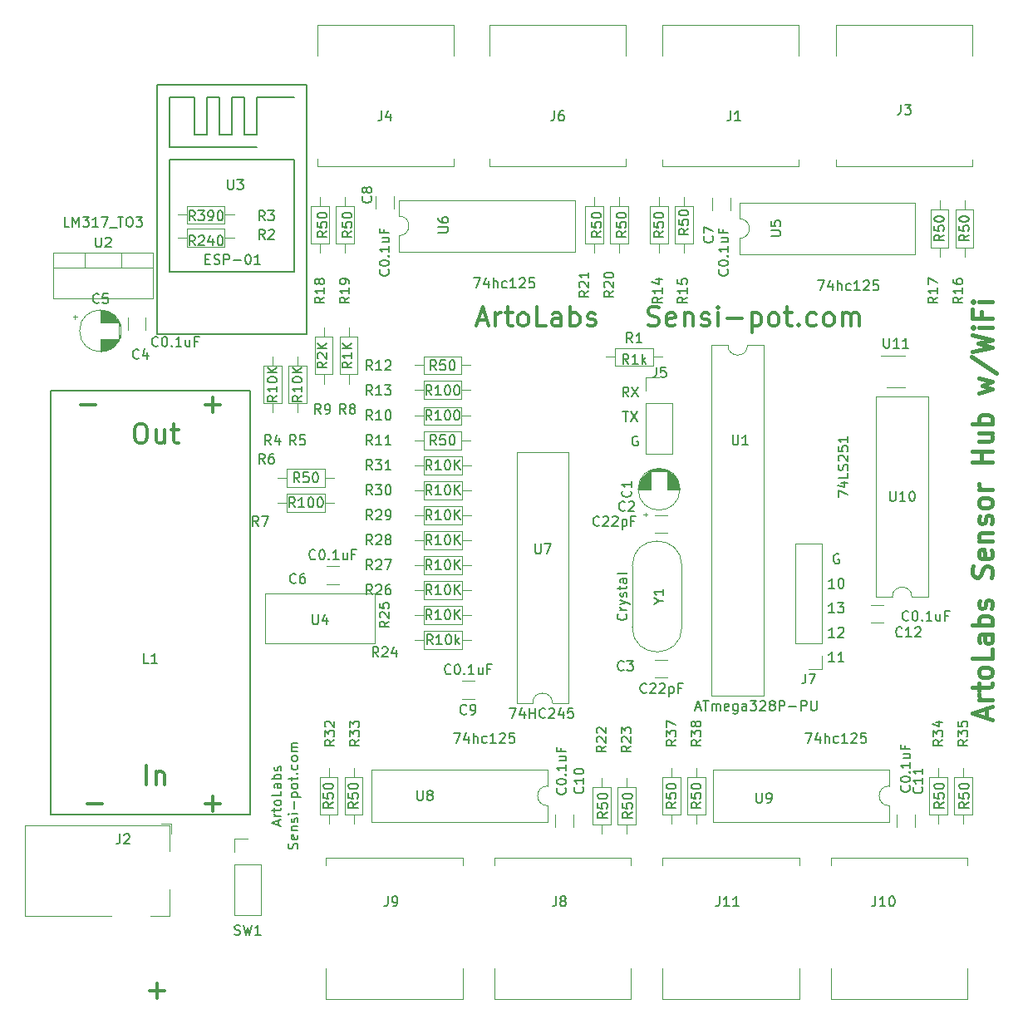
<source format=gbr>
G04 #@! TF.GenerationSoftware,KiCad,Pcbnew,5.0.2-bee76a0~70~ubuntu16.04.1*
G04 #@! TF.CreationDate,2020-01-14T10:26:45-07:00*
G04 #@! TF.ProjectId,Soil_Sensor_Hub,536f696c-5f53-4656-9e73-6f725f487562,rev?*
G04 #@! TF.SameCoordinates,Original*
G04 #@! TF.FileFunction,Legend,Top*
G04 #@! TF.FilePolarity,Positive*
%FSLAX46Y46*%
G04 Gerber Fmt 4.6, Leading zero omitted, Abs format (unit mm)*
G04 Created by KiCad (PCBNEW 5.0.2-bee76a0~70~ubuntu16.04.1) date Tue 14 Jan 2020 10:26:45 AM MST*
%MOMM*%
%LPD*%
G01*
G04 APERTURE LIST*
%ADD10C,0.150000*%
%ADD11C,0.200000*%
%ADD12C,0.400000*%
%ADD13C,0.300000*%
%ADD14C,0.120000*%
%ADD15C,0.100000*%
G04 APERTURE END LIST*
D10*
X152761904Y-128500000D02*
X152666666Y-128452380D01*
X152523809Y-128452380D01*
X152380952Y-128500000D01*
X152285714Y-128595238D01*
X152238095Y-128690476D01*
X152190476Y-128880952D01*
X152190476Y-129023809D01*
X152238095Y-129214285D01*
X152285714Y-129309523D01*
X152380952Y-129404761D01*
X152523809Y-129452380D01*
X152619047Y-129452380D01*
X152761904Y-129404761D01*
X152809523Y-129357142D01*
X152809523Y-129023809D01*
X152619047Y-129023809D01*
X151238095Y-125952380D02*
X151809523Y-125952380D01*
X151523809Y-126952380D02*
X151523809Y-125952380D01*
X152047619Y-125952380D02*
X152714285Y-126952380D01*
X152714285Y-125952380D02*
X152047619Y-126952380D01*
X151833333Y-124452380D02*
X151500000Y-123976190D01*
X151261904Y-124452380D02*
X151261904Y-123452380D01*
X151642857Y-123452380D01*
X151738095Y-123500000D01*
X151785714Y-123547619D01*
X151833333Y-123642857D01*
X151833333Y-123785714D01*
X151785714Y-123880952D01*
X151738095Y-123928571D01*
X151642857Y-123976190D01*
X151261904Y-123976190D01*
X152166666Y-123452380D02*
X152833333Y-124452380D01*
X152833333Y-123452380D02*
X152166666Y-124452380D01*
X172809523Y-151452380D02*
X172238095Y-151452380D01*
X172523809Y-151452380D02*
X172523809Y-150452380D01*
X172428571Y-150595238D01*
X172333333Y-150690476D01*
X172238095Y-150738095D01*
X173761904Y-151452380D02*
X173190476Y-151452380D01*
X173476190Y-151452380D02*
X173476190Y-150452380D01*
X173380952Y-150595238D01*
X173285714Y-150690476D01*
X173190476Y-150738095D01*
X172809523Y-148952380D02*
X172238095Y-148952380D01*
X172523809Y-148952380D02*
X172523809Y-147952380D01*
X172428571Y-148095238D01*
X172333333Y-148190476D01*
X172238095Y-148238095D01*
X173190476Y-148047619D02*
X173238095Y-148000000D01*
X173333333Y-147952380D01*
X173571428Y-147952380D01*
X173666666Y-148000000D01*
X173714285Y-148047619D01*
X173761904Y-148142857D01*
X173761904Y-148238095D01*
X173714285Y-148380952D01*
X173142857Y-148952380D01*
X173761904Y-148952380D01*
X172809523Y-146452380D02*
X172238095Y-146452380D01*
X172523809Y-146452380D02*
X172523809Y-145452380D01*
X172428571Y-145595238D01*
X172333333Y-145690476D01*
X172238095Y-145738095D01*
X173142857Y-145452380D02*
X173761904Y-145452380D01*
X173428571Y-145833333D01*
X173571428Y-145833333D01*
X173666666Y-145880952D01*
X173714285Y-145928571D01*
X173761904Y-146023809D01*
X173761904Y-146261904D01*
X173714285Y-146357142D01*
X173666666Y-146404761D01*
X173571428Y-146452380D01*
X173285714Y-146452380D01*
X173190476Y-146404761D01*
X173142857Y-146357142D01*
X172809523Y-143952380D02*
X172238095Y-143952380D01*
X172523809Y-143952380D02*
X172523809Y-142952380D01*
X172428571Y-143095238D01*
X172333333Y-143190476D01*
X172238095Y-143238095D01*
X173428571Y-142952380D02*
X173523809Y-142952380D01*
X173619047Y-143000000D01*
X173666666Y-143047619D01*
X173714285Y-143142857D01*
X173761904Y-143333333D01*
X173761904Y-143571428D01*
X173714285Y-143761904D01*
X173666666Y-143857142D01*
X173619047Y-143904761D01*
X173523809Y-143952380D01*
X173428571Y-143952380D01*
X173333333Y-143904761D01*
X173285714Y-143857142D01*
X173238095Y-143761904D01*
X173190476Y-143571428D01*
X173190476Y-143333333D01*
X173238095Y-143142857D01*
X173285714Y-143047619D01*
X173333333Y-143000000D01*
X173428571Y-142952380D01*
X173261904Y-140500000D02*
X173166666Y-140452380D01*
X173023809Y-140452380D01*
X172880952Y-140500000D01*
X172785714Y-140595238D01*
X172738095Y-140690476D01*
X172690476Y-140880952D01*
X172690476Y-141023809D01*
X172738095Y-141214285D01*
X172785714Y-141309523D01*
X172880952Y-141404761D01*
X173023809Y-141452380D01*
X173119047Y-141452380D01*
X173261904Y-141404761D01*
X173309523Y-141357142D01*
X173309523Y-141023809D01*
X173119047Y-141023809D01*
D11*
X116156666Y-168100000D02*
X116156666Y-167623809D01*
X116442380Y-168195238D02*
X115442380Y-167861904D01*
X116442380Y-167528571D01*
X116442380Y-167195238D02*
X115775714Y-167195238D01*
X115966190Y-167195238D02*
X115870952Y-167147619D01*
X115823333Y-167100000D01*
X115775714Y-167004761D01*
X115775714Y-166909523D01*
X115775714Y-166719047D02*
X115775714Y-166338095D01*
X115442380Y-166576190D02*
X116299523Y-166576190D01*
X116394761Y-166528571D01*
X116442380Y-166433333D01*
X116442380Y-166338095D01*
X116442380Y-165861904D02*
X116394761Y-165957142D01*
X116347142Y-166004761D01*
X116251904Y-166052380D01*
X115966190Y-166052380D01*
X115870952Y-166004761D01*
X115823333Y-165957142D01*
X115775714Y-165861904D01*
X115775714Y-165719047D01*
X115823333Y-165623809D01*
X115870952Y-165576190D01*
X115966190Y-165528571D01*
X116251904Y-165528571D01*
X116347142Y-165576190D01*
X116394761Y-165623809D01*
X116442380Y-165719047D01*
X116442380Y-165861904D01*
X116442380Y-164623809D02*
X116442380Y-165100000D01*
X115442380Y-165100000D01*
X116442380Y-163861904D02*
X115918571Y-163861904D01*
X115823333Y-163909523D01*
X115775714Y-164004761D01*
X115775714Y-164195238D01*
X115823333Y-164290476D01*
X116394761Y-163861904D02*
X116442380Y-163957142D01*
X116442380Y-164195238D01*
X116394761Y-164290476D01*
X116299523Y-164338095D01*
X116204285Y-164338095D01*
X116109047Y-164290476D01*
X116061428Y-164195238D01*
X116061428Y-163957142D01*
X116013809Y-163861904D01*
X116442380Y-163385714D02*
X115442380Y-163385714D01*
X115823333Y-163385714D02*
X115775714Y-163290476D01*
X115775714Y-163100000D01*
X115823333Y-163004761D01*
X115870952Y-162957142D01*
X115966190Y-162909523D01*
X116251904Y-162909523D01*
X116347142Y-162957142D01*
X116394761Y-163004761D01*
X116442380Y-163100000D01*
X116442380Y-163290476D01*
X116394761Y-163385714D01*
X116394761Y-162528571D02*
X116442380Y-162433333D01*
X116442380Y-162242857D01*
X116394761Y-162147619D01*
X116299523Y-162100000D01*
X116251904Y-162100000D01*
X116156666Y-162147619D01*
X116109047Y-162242857D01*
X116109047Y-162385714D01*
X116061428Y-162480952D01*
X115966190Y-162528571D01*
X115918571Y-162528571D01*
X115823333Y-162480952D01*
X115775714Y-162385714D01*
X115775714Y-162242857D01*
X115823333Y-162147619D01*
X118094761Y-170504761D02*
X118142380Y-170361904D01*
X118142380Y-170123809D01*
X118094761Y-170028571D01*
X118047142Y-169980952D01*
X117951904Y-169933333D01*
X117856666Y-169933333D01*
X117761428Y-169980952D01*
X117713809Y-170028571D01*
X117666190Y-170123809D01*
X117618571Y-170314285D01*
X117570952Y-170409523D01*
X117523333Y-170457142D01*
X117428095Y-170504761D01*
X117332857Y-170504761D01*
X117237619Y-170457142D01*
X117190000Y-170409523D01*
X117142380Y-170314285D01*
X117142380Y-170076190D01*
X117190000Y-169933333D01*
X118094761Y-169123809D02*
X118142380Y-169219047D01*
X118142380Y-169409523D01*
X118094761Y-169504761D01*
X117999523Y-169552380D01*
X117618571Y-169552380D01*
X117523333Y-169504761D01*
X117475714Y-169409523D01*
X117475714Y-169219047D01*
X117523333Y-169123809D01*
X117618571Y-169076190D01*
X117713809Y-169076190D01*
X117809047Y-169552380D01*
X117475714Y-168647619D02*
X118142380Y-168647619D01*
X117570952Y-168647619D02*
X117523333Y-168600000D01*
X117475714Y-168504761D01*
X117475714Y-168361904D01*
X117523333Y-168266666D01*
X117618571Y-168219047D01*
X118142380Y-168219047D01*
X118094761Y-167790476D02*
X118142380Y-167695238D01*
X118142380Y-167504761D01*
X118094761Y-167409523D01*
X117999523Y-167361904D01*
X117951904Y-167361904D01*
X117856666Y-167409523D01*
X117809047Y-167504761D01*
X117809047Y-167647619D01*
X117761428Y-167742857D01*
X117666190Y-167790476D01*
X117618571Y-167790476D01*
X117523333Y-167742857D01*
X117475714Y-167647619D01*
X117475714Y-167504761D01*
X117523333Y-167409523D01*
X118142380Y-166933333D02*
X117475714Y-166933333D01*
X117142380Y-166933333D02*
X117190000Y-166980952D01*
X117237619Y-166933333D01*
X117190000Y-166885714D01*
X117142380Y-166933333D01*
X117237619Y-166933333D01*
X117761428Y-166457142D02*
X117761428Y-165695238D01*
X117475714Y-165219047D02*
X118475714Y-165219047D01*
X117523333Y-165219047D02*
X117475714Y-165123809D01*
X117475714Y-164933333D01*
X117523333Y-164838095D01*
X117570952Y-164790476D01*
X117666190Y-164742857D01*
X117951904Y-164742857D01*
X118047142Y-164790476D01*
X118094761Y-164838095D01*
X118142380Y-164933333D01*
X118142380Y-165123809D01*
X118094761Y-165219047D01*
X118142380Y-164171428D02*
X118094761Y-164266666D01*
X118047142Y-164314285D01*
X117951904Y-164361904D01*
X117666190Y-164361904D01*
X117570952Y-164314285D01*
X117523333Y-164266666D01*
X117475714Y-164171428D01*
X117475714Y-164028571D01*
X117523333Y-163933333D01*
X117570952Y-163885714D01*
X117666190Y-163838095D01*
X117951904Y-163838095D01*
X118047142Y-163885714D01*
X118094761Y-163933333D01*
X118142380Y-164028571D01*
X118142380Y-164171428D01*
X117475714Y-163552380D02*
X117475714Y-163171428D01*
X117142380Y-163409523D02*
X117999523Y-163409523D01*
X118094761Y-163361904D01*
X118142380Y-163266666D01*
X118142380Y-163171428D01*
X118047142Y-162838095D02*
X118094761Y-162790476D01*
X118142380Y-162838095D01*
X118094761Y-162885714D01*
X118047142Y-162838095D01*
X118142380Y-162838095D01*
X118094761Y-161933333D02*
X118142380Y-162028571D01*
X118142380Y-162219047D01*
X118094761Y-162314285D01*
X118047142Y-162361904D01*
X117951904Y-162409523D01*
X117666190Y-162409523D01*
X117570952Y-162361904D01*
X117523333Y-162314285D01*
X117475714Y-162219047D01*
X117475714Y-162028571D01*
X117523333Y-161933333D01*
X118142380Y-161361904D02*
X118094761Y-161457142D01*
X118047142Y-161504761D01*
X117951904Y-161552380D01*
X117666190Y-161552380D01*
X117570952Y-161504761D01*
X117523333Y-161457142D01*
X117475714Y-161361904D01*
X117475714Y-161219047D01*
X117523333Y-161123809D01*
X117570952Y-161076190D01*
X117666190Y-161028571D01*
X117951904Y-161028571D01*
X118047142Y-161076190D01*
X118094761Y-161123809D01*
X118142380Y-161219047D01*
X118142380Y-161361904D01*
X118142380Y-160600000D02*
X117475714Y-160600000D01*
X117570952Y-160600000D02*
X117523333Y-160552380D01*
X117475714Y-160457142D01*
X117475714Y-160314285D01*
X117523333Y-160219047D01*
X117618571Y-160171428D01*
X118142380Y-160171428D01*
X117618571Y-160171428D02*
X117523333Y-160123809D01*
X117475714Y-160028571D01*
X117475714Y-159885714D01*
X117523333Y-159790476D01*
X117618571Y-159742857D01*
X118142380Y-159742857D01*
D12*
X188293333Y-157128095D02*
X188293333Y-156175714D01*
X188864761Y-157318571D02*
X186864761Y-156651904D01*
X188864761Y-155985238D01*
X188864761Y-155318571D02*
X187531428Y-155318571D01*
X187912380Y-155318571D02*
X187721904Y-155223333D01*
X187626666Y-155128095D01*
X187531428Y-154937619D01*
X187531428Y-154747142D01*
X187531428Y-154366190D02*
X187531428Y-153604285D01*
X186864761Y-154080476D02*
X188579047Y-154080476D01*
X188769523Y-153985238D01*
X188864761Y-153794761D01*
X188864761Y-153604285D01*
X188864761Y-152651904D02*
X188769523Y-152842380D01*
X188674285Y-152937619D01*
X188483809Y-153032857D01*
X187912380Y-153032857D01*
X187721904Y-152937619D01*
X187626666Y-152842380D01*
X187531428Y-152651904D01*
X187531428Y-152366190D01*
X187626666Y-152175714D01*
X187721904Y-152080476D01*
X187912380Y-151985238D01*
X188483809Y-151985238D01*
X188674285Y-152080476D01*
X188769523Y-152175714D01*
X188864761Y-152366190D01*
X188864761Y-152651904D01*
X188864761Y-150175714D02*
X188864761Y-151128095D01*
X186864761Y-151128095D01*
X188864761Y-148651904D02*
X187817142Y-148651904D01*
X187626666Y-148747142D01*
X187531428Y-148937619D01*
X187531428Y-149318571D01*
X187626666Y-149509047D01*
X188769523Y-148651904D02*
X188864761Y-148842380D01*
X188864761Y-149318571D01*
X188769523Y-149509047D01*
X188579047Y-149604285D01*
X188388571Y-149604285D01*
X188198095Y-149509047D01*
X188102857Y-149318571D01*
X188102857Y-148842380D01*
X188007619Y-148651904D01*
X188864761Y-147699523D02*
X186864761Y-147699523D01*
X187626666Y-147699523D02*
X187531428Y-147509047D01*
X187531428Y-147128095D01*
X187626666Y-146937619D01*
X187721904Y-146842380D01*
X187912380Y-146747142D01*
X188483809Y-146747142D01*
X188674285Y-146842380D01*
X188769523Y-146937619D01*
X188864761Y-147128095D01*
X188864761Y-147509047D01*
X188769523Y-147699523D01*
X188769523Y-145985238D02*
X188864761Y-145794761D01*
X188864761Y-145413809D01*
X188769523Y-145223333D01*
X188579047Y-145128095D01*
X188483809Y-145128095D01*
X188293333Y-145223333D01*
X188198095Y-145413809D01*
X188198095Y-145699523D01*
X188102857Y-145890000D01*
X187912380Y-145985238D01*
X187817142Y-145985238D01*
X187626666Y-145890000D01*
X187531428Y-145699523D01*
X187531428Y-145413809D01*
X187626666Y-145223333D01*
X188769523Y-142842380D02*
X188864761Y-142556666D01*
X188864761Y-142080476D01*
X188769523Y-141890000D01*
X188674285Y-141794761D01*
X188483809Y-141699523D01*
X188293333Y-141699523D01*
X188102857Y-141794761D01*
X188007619Y-141890000D01*
X187912380Y-142080476D01*
X187817142Y-142461428D01*
X187721904Y-142651904D01*
X187626666Y-142747142D01*
X187436190Y-142842380D01*
X187245714Y-142842380D01*
X187055238Y-142747142D01*
X186960000Y-142651904D01*
X186864761Y-142461428D01*
X186864761Y-141985238D01*
X186960000Y-141699523D01*
X188769523Y-140080476D02*
X188864761Y-140270952D01*
X188864761Y-140651904D01*
X188769523Y-140842380D01*
X188579047Y-140937619D01*
X187817142Y-140937619D01*
X187626666Y-140842380D01*
X187531428Y-140651904D01*
X187531428Y-140270952D01*
X187626666Y-140080476D01*
X187817142Y-139985238D01*
X188007619Y-139985238D01*
X188198095Y-140937619D01*
X187531428Y-139128095D02*
X188864761Y-139128095D01*
X187721904Y-139128095D02*
X187626666Y-139032857D01*
X187531428Y-138842380D01*
X187531428Y-138556666D01*
X187626666Y-138366190D01*
X187817142Y-138270952D01*
X188864761Y-138270952D01*
X188769523Y-137413809D02*
X188864761Y-137223333D01*
X188864761Y-136842380D01*
X188769523Y-136651904D01*
X188579047Y-136556666D01*
X188483809Y-136556666D01*
X188293333Y-136651904D01*
X188198095Y-136842380D01*
X188198095Y-137128095D01*
X188102857Y-137318571D01*
X187912380Y-137413809D01*
X187817142Y-137413809D01*
X187626666Y-137318571D01*
X187531428Y-137128095D01*
X187531428Y-136842380D01*
X187626666Y-136651904D01*
X188864761Y-135413809D02*
X188769523Y-135604285D01*
X188674285Y-135699523D01*
X188483809Y-135794761D01*
X187912380Y-135794761D01*
X187721904Y-135699523D01*
X187626666Y-135604285D01*
X187531428Y-135413809D01*
X187531428Y-135128095D01*
X187626666Y-134937619D01*
X187721904Y-134842380D01*
X187912380Y-134747142D01*
X188483809Y-134747142D01*
X188674285Y-134842380D01*
X188769523Y-134937619D01*
X188864761Y-135128095D01*
X188864761Y-135413809D01*
X188864761Y-133890000D02*
X187531428Y-133890000D01*
X187912380Y-133890000D02*
X187721904Y-133794761D01*
X187626666Y-133699523D01*
X187531428Y-133509047D01*
X187531428Y-133318571D01*
X188864761Y-131128095D02*
X186864761Y-131128095D01*
X187817142Y-131128095D02*
X187817142Y-129985238D01*
X188864761Y-129985238D02*
X186864761Y-129985238D01*
X187531428Y-128175714D02*
X188864761Y-128175714D01*
X187531428Y-129032857D02*
X188579047Y-129032857D01*
X188769523Y-128937619D01*
X188864761Y-128747142D01*
X188864761Y-128461428D01*
X188769523Y-128270952D01*
X188674285Y-128175714D01*
X188864761Y-127223333D02*
X186864761Y-127223333D01*
X187626666Y-127223333D02*
X187531428Y-127032857D01*
X187531428Y-126651904D01*
X187626666Y-126461428D01*
X187721904Y-126366190D01*
X187912380Y-126270952D01*
X188483809Y-126270952D01*
X188674285Y-126366190D01*
X188769523Y-126461428D01*
X188864761Y-126651904D01*
X188864761Y-127032857D01*
X188769523Y-127223333D01*
X187531428Y-124080476D02*
X188864761Y-123699523D01*
X187912380Y-123318571D01*
X188864761Y-122937619D01*
X187531428Y-122556666D01*
X186769523Y-120366190D02*
X189340952Y-122080476D01*
X186864761Y-119890000D02*
X188864761Y-119413809D01*
X187436190Y-119032857D01*
X188864761Y-118651904D01*
X186864761Y-118175714D01*
X188864761Y-117413809D02*
X187531428Y-117413809D01*
X186864761Y-117413809D02*
X186960000Y-117509047D01*
X187055238Y-117413809D01*
X186960000Y-117318571D01*
X186864761Y-117413809D01*
X187055238Y-117413809D01*
X187817142Y-115794761D02*
X187817142Y-116461428D01*
X188864761Y-116461428D02*
X186864761Y-116461428D01*
X186864761Y-115509047D01*
X188864761Y-114747142D02*
X187531428Y-114747142D01*
X186864761Y-114747142D02*
X186960000Y-114842380D01*
X187055238Y-114747142D01*
X186960000Y-114651904D01*
X186864761Y-114747142D01*
X187055238Y-114747142D01*
D13*
X136479809Y-116665333D02*
X137432190Y-116665333D01*
X136289333Y-117236761D02*
X136956000Y-115236761D01*
X137622666Y-117236761D01*
X138289333Y-117236761D02*
X138289333Y-115903428D01*
X138289333Y-116284380D02*
X138384571Y-116093904D01*
X138479809Y-115998666D01*
X138670285Y-115903428D01*
X138860761Y-115903428D01*
X139241714Y-115903428D02*
X140003619Y-115903428D01*
X139527428Y-115236761D02*
X139527428Y-116951047D01*
X139622666Y-117141523D01*
X139813142Y-117236761D01*
X140003619Y-117236761D01*
X140956000Y-117236761D02*
X140765523Y-117141523D01*
X140670285Y-117046285D01*
X140575047Y-116855809D01*
X140575047Y-116284380D01*
X140670285Y-116093904D01*
X140765523Y-115998666D01*
X140956000Y-115903428D01*
X141241714Y-115903428D01*
X141432190Y-115998666D01*
X141527428Y-116093904D01*
X141622666Y-116284380D01*
X141622666Y-116855809D01*
X141527428Y-117046285D01*
X141432190Y-117141523D01*
X141241714Y-117236761D01*
X140956000Y-117236761D01*
X143432190Y-117236761D02*
X142479809Y-117236761D01*
X142479809Y-115236761D01*
X144956000Y-117236761D02*
X144956000Y-116189142D01*
X144860761Y-115998666D01*
X144670285Y-115903428D01*
X144289333Y-115903428D01*
X144098857Y-115998666D01*
X144956000Y-117141523D02*
X144765523Y-117236761D01*
X144289333Y-117236761D01*
X144098857Y-117141523D01*
X144003619Y-116951047D01*
X144003619Y-116760571D01*
X144098857Y-116570095D01*
X144289333Y-116474857D01*
X144765523Y-116474857D01*
X144956000Y-116379619D01*
X145908380Y-117236761D02*
X145908380Y-115236761D01*
X145908380Y-115998666D02*
X146098857Y-115903428D01*
X146479809Y-115903428D01*
X146670285Y-115998666D01*
X146765523Y-116093904D01*
X146860761Y-116284380D01*
X146860761Y-116855809D01*
X146765523Y-117046285D01*
X146670285Y-117141523D01*
X146479809Y-117236761D01*
X146098857Y-117236761D01*
X145908380Y-117141523D01*
X147622666Y-117141523D02*
X147813142Y-117236761D01*
X148194095Y-117236761D01*
X148384571Y-117141523D01*
X148479809Y-116951047D01*
X148479809Y-116855809D01*
X148384571Y-116665333D01*
X148194095Y-116570095D01*
X147908380Y-116570095D01*
X147717904Y-116474857D01*
X147622666Y-116284380D01*
X147622666Y-116189142D01*
X147717904Y-115998666D01*
X147908380Y-115903428D01*
X148194095Y-115903428D01*
X148384571Y-115998666D01*
X153813142Y-117141523D02*
X154098857Y-117236761D01*
X154575047Y-117236761D01*
X154765523Y-117141523D01*
X154860761Y-117046285D01*
X154956000Y-116855809D01*
X154956000Y-116665333D01*
X154860761Y-116474857D01*
X154765523Y-116379619D01*
X154575047Y-116284380D01*
X154194095Y-116189142D01*
X154003619Y-116093904D01*
X153908380Y-115998666D01*
X153813142Y-115808190D01*
X153813142Y-115617714D01*
X153908380Y-115427238D01*
X154003619Y-115332000D01*
X154194095Y-115236761D01*
X154670285Y-115236761D01*
X154956000Y-115332000D01*
X156575047Y-117141523D02*
X156384571Y-117236761D01*
X156003619Y-117236761D01*
X155813142Y-117141523D01*
X155717904Y-116951047D01*
X155717904Y-116189142D01*
X155813142Y-115998666D01*
X156003619Y-115903428D01*
X156384571Y-115903428D01*
X156575047Y-115998666D01*
X156670285Y-116189142D01*
X156670285Y-116379619D01*
X155717904Y-116570095D01*
X157527428Y-115903428D02*
X157527428Y-117236761D01*
X157527428Y-116093904D02*
X157622666Y-115998666D01*
X157813142Y-115903428D01*
X158098857Y-115903428D01*
X158289333Y-115998666D01*
X158384571Y-116189142D01*
X158384571Y-117236761D01*
X159241714Y-117141523D02*
X159432190Y-117236761D01*
X159813142Y-117236761D01*
X160003619Y-117141523D01*
X160098857Y-116951047D01*
X160098857Y-116855809D01*
X160003619Y-116665333D01*
X159813142Y-116570095D01*
X159527428Y-116570095D01*
X159336952Y-116474857D01*
X159241714Y-116284380D01*
X159241714Y-116189142D01*
X159336952Y-115998666D01*
X159527428Y-115903428D01*
X159813142Y-115903428D01*
X160003619Y-115998666D01*
X160956000Y-117236761D02*
X160956000Y-115903428D01*
X160956000Y-115236761D02*
X160860761Y-115332000D01*
X160956000Y-115427238D01*
X161051238Y-115332000D01*
X160956000Y-115236761D01*
X160956000Y-115427238D01*
X161908380Y-116474857D02*
X163432190Y-116474857D01*
X164384571Y-115903428D02*
X164384571Y-117903428D01*
X164384571Y-115998666D02*
X164575047Y-115903428D01*
X164956000Y-115903428D01*
X165146476Y-115998666D01*
X165241714Y-116093904D01*
X165336952Y-116284380D01*
X165336952Y-116855809D01*
X165241714Y-117046285D01*
X165146476Y-117141523D01*
X164956000Y-117236761D01*
X164575047Y-117236761D01*
X164384571Y-117141523D01*
X166479809Y-117236761D02*
X166289333Y-117141523D01*
X166194095Y-117046285D01*
X166098857Y-116855809D01*
X166098857Y-116284380D01*
X166194095Y-116093904D01*
X166289333Y-115998666D01*
X166479809Y-115903428D01*
X166765523Y-115903428D01*
X166956000Y-115998666D01*
X167051238Y-116093904D01*
X167146476Y-116284380D01*
X167146476Y-116855809D01*
X167051238Y-117046285D01*
X166956000Y-117141523D01*
X166765523Y-117236761D01*
X166479809Y-117236761D01*
X167717904Y-115903428D02*
X168479809Y-115903428D01*
X168003619Y-115236761D02*
X168003619Y-116951047D01*
X168098857Y-117141523D01*
X168289333Y-117236761D01*
X168479809Y-117236761D01*
X169146476Y-117046285D02*
X169241714Y-117141523D01*
X169146476Y-117236761D01*
X169051238Y-117141523D01*
X169146476Y-117046285D01*
X169146476Y-117236761D01*
X170956000Y-117141523D02*
X170765523Y-117236761D01*
X170384571Y-117236761D01*
X170194095Y-117141523D01*
X170098857Y-117046285D01*
X170003619Y-116855809D01*
X170003619Y-116284380D01*
X170098857Y-116093904D01*
X170194095Y-115998666D01*
X170384571Y-115903428D01*
X170765523Y-115903428D01*
X170956000Y-115998666D01*
X172098857Y-117236761D02*
X171908380Y-117141523D01*
X171813142Y-117046285D01*
X171717904Y-116855809D01*
X171717904Y-116284380D01*
X171813142Y-116093904D01*
X171908380Y-115998666D01*
X172098857Y-115903428D01*
X172384571Y-115903428D01*
X172575047Y-115998666D01*
X172670285Y-116093904D01*
X172765523Y-116284380D01*
X172765523Y-116855809D01*
X172670285Y-117046285D01*
X172575047Y-117141523D01*
X172384571Y-117236761D01*
X172098857Y-117236761D01*
X173622666Y-117236761D02*
X173622666Y-115903428D01*
X173622666Y-116093904D02*
X173717904Y-115998666D01*
X173908380Y-115903428D01*
X174194095Y-115903428D01*
X174384571Y-115998666D01*
X174479809Y-116189142D01*
X174479809Y-117236761D01*
X174479809Y-116189142D02*
X174575047Y-115998666D01*
X174765523Y-115903428D01*
X175051238Y-115903428D01*
X175241714Y-115998666D01*
X175336952Y-116189142D01*
X175336952Y-117236761D01*
D10*
G04 #@! TO.C,L1*
X113284000Y-123825000D02*
X113284000Y-167005000D01*
X92964000Y-123825000D02*
X113284000Y-123825000D01*
X92964000Y-167005000D02*
X92964000Y-123825000D01*
X113284000Y-167005000D02*
X92964000Y-167005000D01*
D14*
G04 #@! TO.C,U11*
X179970000Y-120310000D02*
X177520000Y-120310000D01*
X178170000Y-123530000D02*
X179970000Y-123530000D01*
D15*
G04 #@! TO.C,C5*
X99822000Y-118554500D02*
X99822000Y-118808500D01*
X99758500Y-118554500D02*
X99758500Y-118872000D01*
X99822000Y-116903500D02*
X99822000Y-116586000D01*
X99758500Y-116903500D02*
X99758500Y-116586000D01*
X99695000Y-118554500D02*
X99695000Y-118935500D01*
X99631500Y-118554500D02*
X99631500Y-118999000D01*
X99631500Y-116903500D02*
X99631500Y-116522500D01*
X99695000Y-116903500D02*
X99695000Y-116459000D01*
D14*
X95440500Y-116141500D02*
X95440500Y-116541500D01*
X95250000Y-116332000D02*
X95650000Y-116332000D01*
X100113000Y-117359000D02*
X100113000Y-118099000D01*
X100073000Y-117192000D02*
X100073000Y-118266000D01*
X100033000Y-117065000D02*
X100033000Y-118393000D01*
X99913000Y-116789000D02*
X99913000Y-118669000D01*
X99873000Y-116716000D02*
X99873000Y-118742000D01*
X99593000Y-118569000D02*
X99593000Y-119125000D01*
X99593000Y-116333000D02*
X99593000Y-116889000D01*
X99553000Y-118569000D02*
X99553000Y-119167000D01*
X99553000Y-116291000D02*
X99553000Y-116889000D01*
X99513000Y-118569000D02*
X99513000Y-119207000D01*
X99513000Y-116251000D02*
X99513000Y-116889000D01*
X99473000Y-118569000D02*
X99473000Y-119245000D01*
X99473000Y-116213000D02*
X99473000Y-116889000D01*
X99433000Y-118569000D02*
X99433000Y-119281000D01*
X99433000Y-116177000D02*
X99433000Y-116889000D01*
X99393000Y-118569000D02*
X99393000Y-119316000D01*
X99393000Y-116142000D02*
X99393000Y-116889000D01*
X99353000Y-118569000D02*
X99353000Y-119348000D01*
X99353000Y-116110000D02*
X99353000Y-116889000D01*
X99313000Y-118569000D02*
X99313000Y-119379000D01*
X99313000Y-116079000D02*
X99313000Y-116889000D01*
X99273000Y-118569000D02*
X99273000Y-119409000D01*
X99273000Y-116049000D02*
X99273000Y-116889000D01*
X99233000Y-118569000D02*
X99233000Y-119437000D01*
X99233000Y-116021000D02*
X99233000Y-116889000D01*
X99193000Y-118569000D02*
X99193000Y-119464000D01*
X99193000Y-115994000D02*
X99193000Y-116889000D01*
X99153000Y-118569000D02*
X99153000Y-119489000D01*
X99153000Y-115969000D02*
X99153000Y-116889000D01*
X99113000Y-118569000D02*
X99113000Y-119514000D01*
X99113000Y-115944000D02*
X99113000Y-116889000D01*
X99073000Y-118569000D02*
X99073000Y-119537000D01*
X99073000Y-115921000D02*
X99073000Y-116889000D01*
X99033000Y-118569000D02*
X99033000Y-119559000D01*
X99033000Y-115899000D02*
X99033000Y-116889000D01*
X98993000Y-118569000D02*
X98993000Y-119580000D01*
X98993000Y-115878000D02*
X98993000Y-116889000D01*
X98953000Y-118569000D02*
X98953000Y-119599000D01*
X98953000Y-115859000D02*
X98953000Y-116889000D01*
X98913000Y-118569000D02*
X98913000Y-119618000D01*
X98913000Y-115840000D02*
X98913000Y-116889000D01*
X98873000Y-118569000D02*
X98873000Y-119636000D01*
X98873000Y-115822000D02*
X98873000Y-116889000D01*
X98833000Y-118569000D02*
X98833000Y-119653000D01*
X98833000Y-115805000D02*
X98833000Y-116889000D01*
X98793000Y-118569000D02*
X98793000Y-119669000D01*
X98793000Y-115789000D02*
X98793000Y-116889000D01*
X98753000Y-118569000D02*
X98753000Y-119683000D01*
X98753000Y-115775000D02*
X98753000Y-116889000D01*
X98712000Y-118569000D02*
X98712000Y-119697000D01*
X98712000Y-115761000D02*
X98712000Y-116889000D01*
X98672000Y-118569000D02*
X98672000Y-119711000D01*
X98672000Y-115747000D02*
X98672000Y-116889000D01*
X98632000Y-118569000D02*
X98632000Y-119723000D01*
X98632000Y-115735000D02*
X98632000Y-116889000D01*
X98592000Y-118569000D02*
X98592000Y-119734000D01*
X98592000Y-115724000D02*
X98592000Y-116889000D01*
X98552000Y-118569000D02*
X98552000Y-119745000D01*
X98552000Y-115713000D02*
X98552000Y-116889000D01*
X98512000Y-118569000D02*
X98512000Y-119754000D01*
X98512000Y-115704000D02*
X98512000Y-116889000D01*
X98472000Y-118569000D02*
X98472000Y-119763000D01*
X98472000Y-115695000D02*
X98472000Y-116889000D01*
X98432000Y-118569000D02*
X98432000Y-119771000D01*
X98432000Y-115687000D02*
X98432000Y-116889000D01*
X98392000Y-118569000D02*
X98392000Y-119779000D01*
X98392000Y-115679000D02*
X98392000Y-116889000D01*
X98352000Y-118569000D02*
X98352000Y-119785000D01*
X98352000Y-115673000D02*
X98352000Y-116889000D01*
X98312000Y-118569000D02*
X98312000Y-119791000D01*
X98312000Y-115667000D02*
X98312000Y-116889000D01*
X98272000Y-118569000D02*
X98272000Y-119796000D01*
X98272000Y-115662000D02*
X98272000Y-116889000D01*
X98232000Y-118569000D02*
X98232000Y-119800000D01*
X98232000Y-115658000D02*
X98232000Y-116889000D01*
X98192000Y-118569000D02*
X98192000Y-119803000D01*
X98192000Y-115655000D02*
X98192000Y-116889000D01*
X98152000Y-118569000D02*
X98152000Y-119806000D01*
X98152000Y-115652000D02*
X98152000Y-116889000D01*
X98112000Y-115650000D02*
X98112000Y-116889000D01*
X98112000Y-118569000D02*
X98112000Y-119808000D01*
X98072000Y-115649000D02*
X98072000Y-116889000D01*
X98072000Y-118569000D02*
X98072000Y-119809000D01*
X98032000Y-115649000D02*
X98032000Y-116889000D01*
X98032000Y-118569000D02*
X98032000Y-119809000D01*
X100152000Y-117729000D02*
G75*
G03X100152000Y-117729000I-2120000J0D01*
G01*
G04 #@! TO.C,C1*
X157060000Y-133870000D02*
G75*
G03X157060000Y-133870000I-2120000J0D01*
G01*
X155780000Y-133870000D02*
X157020000Y-133870000D01*
X152860000Y-133870000D02*
X154100000Y-133870000D01*
X155780000Y-133830000D02*
X157020000Y-133830000D01*
X152860000Y-133830000D02*
X154100000Y-133830000D01*
X155780000Y-133790000D02*
X157019000Y-133790000D01*
X152861000Y-133790000D02*
X154100000Y-133790000D01*
X152863000Y-133750000D02*
X154100000Y-133750000D01*
X155780000Y-133750000D02*
X157017000Y-133750000D01*
X152866000Y-133710000D02*
X154100000Y-133710000D01*
X155780000Y-133710000D02*
X157014000Y-133710000D01*
X152869000Y-133670000D02*
X154100000Y-133670000D01*
X155780000Y-133670000D02*
X157011000Y-133670000D01*
X152873000Y-133630000D02*
X154100000Y-133630000D01*
X155780000Y-133630000D02*
X157007000Y-133630000D01*
X152878000Y-133590000D02*
X154100000Y-133590000D01*
X155780000Y-133590000D02*
X157002000Y-133590000D01*
X152884000Y-133550000D02*
X154100000Y-133550000D01*
X155780000Y-133550000D02*
X156996000Y-133550000D01*
X152890000Y-133510000D02*
X154100000Y-133510000D01*
X155780000Y-133510000D02*
X156990000Y-133510000D01*
X152898000Y-133470000D02*
X154100000Y-133470000D01*
X155780000Y-133470000D02*
X156982000Y-133470000D01*
X152906000Y-133430000D02*
X154100000Y-133430000D01*
X155780000Y-133430000D02*
X156974000Y-133430000D01*
X152915000Y-133390000D02*
X154100000Y-133390000D01*
X155780000Y-133390000D02*
X156965000Y-133390000D01*
X152924000Y-133350000D02*
X154100000Y-133350000D01*
X155780000Y-133350000D02*
X156956000Y-133350000D01*
X152935000Y-133310000D02*
X154100000Y-133310000D01*
X155780000Y-133310000D02*
X156945000Y-133310000D01*
X152946000Y-133270000D02*
X154100000Y-133270000D01*
X155780000Y-133270000D02*
X156934000Y-133270000D01*
X152958000Y-133230000D02*
X154100000Y-133230000D01*
X155780000Y-133230000D02*
X156922000Y-133230000D01*
X152972000Y-133190000D02*
X154100000Y-133190000D01*
X155780000Y-133190000D02*
X156908000Y-133190000D01*
X152986000Y-133149000D02*
X154100000Y-133149000D01*
X155780000Y-133149000D02*
X156894000Y-133149000D01*
X153000000Y-133109000D02*
X154100000Y-133109000D01*
X155780000Y-133109000D02*
X156880000Y-133109000D01*
X153016000Y-133069000D02*
X154100000Y-133069000D01*
X155780000Y-133069000D02*
X156864000Y-133069000D01*
X153033000Y-133029000D02*
X154100000Y-133029000D01*
X155780000Y-133029000D02*
X156847000Y-133029000D01*
X153051000Y-132989000D02*
X154100000Y-132989000D01*
X155780000Y-132989000D02*
X156829000Y-132989000D01*
X153070000Y-132949000D02*
X154100000Y-132949000D01*
X155780000Y-132949000D02*
X156810000Y-132949000D01*
X153089000Y-132909000D02*
X154100000Y-132909000D01*
X155780000Y-132909000D02*
X156791000Y-132909000D01*
X153110000Y-132869000D02*
X154100000Y-132869000D01*
X155780000Y-132869000D02*
X156770000Y-132869000D01*
X153132000Y-132829000D02*
X154100000Y-132829000D01*
X155780000Y-132829000D02*
X156748000Y-132829000D01*
X153155000Y-132789000D02*
X154100000Y-132789000D01*
X155780000Y-132789000D02*
X156725000Y-132789000D01*
X153180000Y-132749000D02*
X154100000Y-132749000D01*
X155780000Y-132749000D02*
X156700000Y-132749000D01*
X153205000Y-132709000D02*
X154100000Y-132709000D01*
X155780000Y-132709000D02*
X156675000Y-132709000D01*
X153232000Y-132669000D02*
X154100000Y-132669000D01*
X155780000Y-132669000D02*
X156648000Y-132669000D01*
X153260000Y-132629000D02*
X154100000Y-132629000D01*
X155780000Y-132629000D02*
X156620000Y-132629000D01*
X153290000Y-132589000D02*
X154100000Y-132589000D01*
X155780000Y-132589000D02*
X156590000Y-132589000D01*
X153321000Y-132549000D02*
X154100000Y-132549000D01*
X155780000Y-132549000D02*
X156559000Y-132549000D01*
X153353000Y-132509000D02*
X154100000Y-132509000D01*
X155780000Y-132509000D02*
X156527000Y-132509000D01*
X153388000Y-132469000D02*
X154100000Y-132469000D01*
X155780000Y-132469000D02*
X156492000Y-132469000D01*
X153424000Y-132429000D02*
X154100000Y-132429000D01*
X155780000Y-132429000D02*
X156456000Y-132429000D01*
X153462000Y-132389000D02*
X154100000Y-132389000D01*
X155780000Y-132389000D02*
X156418000Y-132389000D01*
X153502000Y-132349000D02*
X154100000Y-132349000D01*
X155780000Y-132349000D02*
X156378000Y-132349000D01*
X153544000Y-132309000D02*
X154100000Y-132309000D01*
X155780000Y-132309000D02*
X156336000Y-132309000D01*
X153927000Y-132029000D02*
X155953000Y-132029000D01*
X154000000Y-131989000D02*
X155880000Y-131989000D01*
X154276000Y-131869000D02*
X155604000Y-131869000D01*
X154403000Y-131829000D02*
X155477000Y-131829000D01*
X154570000Y-131789000D02*
X155310000Y-131789000D01*
X153543000Y-136652000D02*
X153543000Y-136252000D01*
X153352500Y-136461500D02*
X153752500Y-136461500D01*
D15*
X154114500Y-132207000D02*
X153670000Y-132207000D01*
X154114500Y-132270500D02*
X153733500Y-132270500D01*
X155765500Y-132270500D02*
X156210000Y-132270500D01*
X155765500Y-132207000D02*
X156146500Y-132207000D01*
X154114500Y-132143500D02*
X153797000Y-132143500D01*
X154114500Y-132080000D02*
X153797000Y-132080000D01*
X155765500Y-132143500D02*
X156083000Y-132143500D01*
X155765500Y-132080000D02*
X156019500Y-132080000D01*
D14*
G04 #@! TO.C,R29*
X131000164Y-135608623D02*
X131000164Y-137448623D01*
X131000164Y-137448623D02*
X134840164Y-137448623D01*
X134840164Y-137448623D02*
X134840164Y-135608623D01*
X134840164Y-135608623D02*
X131000164Y-135608623D01*
X130050164Y-136528623D02*
X131000164Y-136528623D01*
X135790164Y-136528623D02*
X134840164Y-136528623D01*
G04 #@! TO.C,R28*
X135790164Y-139068623D02*
X134840164Y-139068623D01*
X130050164Y-139068623D02*
X131000164Y-139068623D01*
X134840164Y-138148623D02*
X131000164Y-138148623D01*
X134840164Y-139988623D02*
X134840164Y-138148623D01*
X131000164Y-139988623D02*
X134840164Y-139988623D01*
X131000164Y-138148623D02*
X131000164Y-139988623D01*
G04 #@! TO.C,R27*
X131000164Y-140688623D02*
X131000164Y-142528623D01*
X131000164Y-142528623D02*
X134840164Y-142528623D01*
X134840164Y-142528623D02*
X134840164Y-140688623D01*
X134840164Y-140688623D02*
X131000164Y-140688623D01*
X130050164Y-141608623D02*
X131000164Y-141608623D01*
X135790164Y-141608623D02*
X134840164Y-141608623D01*
G04 #@! TO.C,R26*
X135790164Y-144148623D02*
X134840164Y-144148623D01*
X130050164Y-144148623D02*
X131000164Y-144148623D01*
X134840164Y-143228623D02*
X131000164Y-143228623D01*
X134840164Y-145068623D02*
X134840164Y-143228623D01*
X131000164Y-145068623D02*
X134840164Y-145068623D01*
X131000164Y-143228623D02*
X131000164Y-145068623D01*
G04 #@! TO.C,R25*
X131000164Y-145768623D02*
X131000164Y-147608623D01*
X131000164Y-147608623D02*
X134840164Y-147608623D01*
X134840164Y-147608623D02*
X134840164Y-145768623D01*
X134840164Y-145768623D02*
X131000164Y-145768623D01*
X130050164Y-146688623D02*
X131000164Y-146688623D01*
X135790164Y-146688623D02*
X134840164Y-146688623D01*
G04 #@! TO.C,R24*
X135790164Y-149228623D02*
X134840164Y-149228623D01*
X130050164Y-149228623D02*
X131000164Y-149228623D01*
X134840164Y-148308623D02*
X131000164Y-148308623D01*
X134840164Y-150148623D02*
X134840164Y-148308623D01*
X131000164Y-150148623D02*
X134840164Y-150148623D01*
X131000164Y-148308623D02*
X131000164Y-150148623D01*
G04 #@! TO.C,R23*
X152558000Y-164196000D02*
X150718000Y-164196000D01*
X150718000Y-164196000D02*
X150718000Y-168036000D01*
X150718000Y-168036000D02*
X152558000Y-168036000D01*
X152558000Y-168036000D02*
X152558000Y-164196000D01*
X151638000Y-163246000D02*
X151638000Y-164196000D01*
X151638000Y-168986000D02*
X151638000Y-168036000D01*
G04 #@! TO.C,R6*
X121824960Y-132688887D02*
X120874960Y-132688887D01*
X116084960Y-132688887D02*
X117034960Y-132688887D01*
X120874960Y-131768887D02*
X117034960Y-131768887D01*
X120874960Y-133608887D02*
X120874960Y-131768887D01*
X117034960Y-133608887D02*
X120874960Y-133608887D01*
X117034960Y-131768887D02*
X117034960Y-133608887D01*
G04 #@! TO.C,R13*
X134809000Y-124665000D02*
X134809000Y-122825000D01*
X134809000Y-122825000D02*
X130969000Y-122825000D01*
X130969000Y-122825000D02*
X130969000Y-124665000D01*
X130969000Y-124665000D02*
X134809000Y-124665000D01*
X135759000Y-123745000D02*
X134809000Y-123745000D01*
X130019000Y-123745000D02*
X130969000Y-123745000D01*
G04 #@! TO.C,R14*
X154940000Y-104064000D02*
X154940000Y-105014000D01*
X154940000Y-109804000D02*
X154940000Y-108854000D01*
X154020000Y-105014000D02*
X154020000Y-108854000D01*
X155860000Y-105014000D02*
X154020000Y-105014000D01*
X155860000Y-108854000D02*
X155860000Y-105014000D01*
X154020000Y-108854000D02*
X155860000Y-108854000D01*
G04 #@! TO.C,R15*
X156560000Y-108854000D02*
X158400000Y-108854000D01*
X158400000Y-108854000D02*
X158400000Y-105014000D01*
X158400000Y-105014000D02*
X156560000Y-105014000D01*
X156560000Y-105014000D02*
X156560000Y-108854000D01*
X157480000Y-109804000D02*
X157480000Y-108854000D01*
X157480000Y-104064000D02*
X157480000Y-105014000D01*
G04 #@! TO.C,R16*
X186055000Y-110185000D02*
X186055000Y-109235000D01*
X186055000Y-104445000D02*
X186055000Y-105395000D01*
X186975000Y-109235000D02*
X186975000Y-105395000D01*
X185135000Y-109235000D02*
X186975000Y-109235000D01*
X185135000Y-105395000D02*
X185135000Y-109235000D01*
X186975000Y-105395000D02*
X185135000Y-105395000D01*
G04 #@! TO.C,R18*
X119476000Y-108854000D02*
X121316000Y-108854000D01*
X121316000Y-108854000D02*
X121316000Y-105014000D01*
X121316000Y-105014000D02*
X119476000Y-105014000D01*
X119476000Y-105014000D02*
X119476000Y-108854000D01*
X120396000Y-109804000D02*
X120396000Y-108854000D01*
X120396000Y-104064000D02*
X120396000Y-105014000D01*
G04 #@! TO.C,R19*
X122936000Y-104064000D02*
X122936000Y-105014000D01*
X122936000Y-109804000D02*
X122936000Y-108854000D01*
X122016000Y-105014000D02*
X122016000Y-108854000D01*
X123856000Y-105014000D02*
X122016000Y-105014000D01*
X123856000Y-108854000D02*
X123856000Y-105014000D01*
X122016000Y-108854000D02*
X123856000Y-108854000D01*
G04 #@! TO.C,R22*
X150018000Y-164196000D02*
X148178000Y-164196000D01*
X148178000Y-164196000D02*
X148178000Y-168036000D01*
X148178000Y-168036000D02*
X150018000Y-168036000D01*
X150018000Y-168036000D02*
X150018000Y-164196000D01*
X149098000Y-163246000D02*
X149098000Y-164196000D01*
X149098000Y-168986000D02*
X149098000Y-168036000D01*
G04 #@! TO.C,R21*
X148336000Y-109804000D02*
X148336000Y-108854000D01*
X148336000Y-104064000D02*
X148336000Y-105014000D01*
X149256000Y-108854000D02*
X149256000Y-105014000D01*
X147416000Y-108854000D02*
X149256000Y-108854000D01*
X147416000Y-105014000D02*
X147416000Y-108854000D01*
X149256000Y-105014000D02*
X147416000Y-105014000D01*
G04 #@! TO.C,R12*
X134809000Y-122165000D02*
X134809000Y-120325000D01*
X134809000Y-120325000D02*
X130969000Y-120325000D01*
X130969000Y-120325000D02*
X130969000Y-122165000D01*
X130969000Y-122165000D02*
X134809000Y-122165000D01*
X135759000Y-121245000D02*
X134809000Y-121245000D01*
X130019000Y-121245000D02*
X130969000Y-121245000D01*
G04 #@! TO.C,R20*
X150876000Y-109804000D02*
X150876000Y-108854000D01*
X150876000Y-104064000D02*
X150876000Y-105014000D01*
X151796000Y-108854000D02*
X151796000Y-105014000D01*
X149956000Y-108854000D02*
X151796000Y-108854000D01*
X149956000Y-105014000D02*
X149956000Y-108854000D01*
X151796000Y-105014000D02*
X149956000Y-105014000D01*
G04 #@! TO.C,R30*
X131000164Y-133068623D02*
X131000164Y-134908623D01*
X131000164Y-134908623D02*
X134840164Y-134908623D01*
X134840164Y-134908623D02*
X134840164Y-133068623D01*
X134840164Y-133068623D02*
X131000164Y-133068623D01*
X130050164Y-133988623D02*
X131000164Y-133988623D01*
X135790164Y-133988623D02*
X134840164Y-133988623D01*
G04 #@! TO.C,R17*
X183515000Y-110185000D02*
X183515000Y-109235000D01*
X183515000Y-104445000D02*
X183515000Y-105395000D01*
X184435000Y-109235000D02*
X184435000Y-105395000D01*
X182595000Y-109235000D02*
X184435000Y-109235000D01*
X182595000Y-105395000D02*
X182595000Y-109235000D01*
X184435000Y-105395000D02*
X182595000Y-105395000D01*
G04 #@! TO.C,R1*
X155270000Y-120396000D02*
X154320000Y-120396000D01*
X149530000Y-120396000D02*
X150480000Y-120396000D01*
X154320000Y-119476000D02*
X150480000Y-119476000D01*
X154320000Y-121316000D02*
X154320000Y-119476000D01*
X150480000Y-121316000D02*
X154320000Y-121316000D01*
X150480000Y-119476000D02*
X150480000Y-121316000D01*
G04 #@! TO.C,R2*
X106855500Y-107347500D02*
X106855500Y-109187500D01*
X106855500Y-109187500D02*
X110695500Y-109187500D01*
X110695500Y-109187500D02*
X110695500Y-107347500D01*
X110695500Y-107347500D02*
X106855500Y-107347500D01*
X105905500Y-108267500D02*
X106855500Y-108267500D01*
X111645500Y-108267500D02*
X110695500Y-108267500D01*
G04 #@! TO.C,R3*
X111645500Y-105918000D02*
X110695500Y-105918000D01*
X105905500Y-105918000D02*
X106855500Y-105918000D01*
X110695500Y-104998000D02*
X106855500Y-104998000D01*
X110695500Y-106838000D02*
X110695500Y-104998000D01*
X106855500Y-106838000D02*
X110695500Y-106838000D01*
X106855500Y-104998000D02*
X106855500Y-106838000D01*
G04 #@! TO.C,R4*
X116490000Y-121270000D02*
X114650000Y-121270000D01*
X114650000Y-121270000D02*
X114650000Y-125110000D01*
X114650000Y-125110000D02*
X116490000Y-125110000D01*
X116490000Y-125110000D02*
X116490000Y-121270000D01*
X115570000Y-120320000D02*
X115570000Y-121270000D01*
X115570000Y-126060000D02*
X115570000Y-125110000D01*
G04 #@! TO.C,R5*
X118110000Y-126060000D02*
X118110000Y-125110000D01*
X118110000Y-120320000D02*
X118110000Y-121270000D01*
X119030000Y-125110000D02*
X119030000Y-121270000D01*
X117190000Y-125110000D02*
X119030000Y-125110000D01*
X117190000Y-121270000D02*
X117190000Y-125110000D01*
X119030000Y-121270000D02*
X117190000Y-121270000D01*
G04 #@! TO.C,R11*
X134809000Y-129825000D02*
X134809000Y-127985000D01*
X134809000Y-127985000D02*
X130969000Y-127985000D01*
X130969000Y-127985000D02*
X130969000Y-129825000D01*
X130969000Y-129825000D02*
X134809000Y-129825000D01*
X135759000Y-128905000D02*
X134809000Y-128905000D01*
X130019000Y-128905000D02*
X130969000Y-128905000D01*
G04 #@! TO.C,R7*
X121824960Y-135228887D02*
X120874960Y-135228887D01*
X116084960Y-135228887D02*
X117034960Y-135228887D01*
X120874960Y-134308887D02*
X117034960Y-134308887D01*
X120874960Y-136148887D02*
X120874960Y-134308887D01*
X117034960Y-136148887D02*
X120874960Y-136148887D01*
X117034960Y-134308887D02*
X117034960Y-136148887D01*
G04 #@! TO.C,R8*
X122401719Y-122168868D02*
X124241719Y-122168868D01*
X124241719Y-122168868D02*
X124241719Y-118328868D01*
X124241719Y-118328868D02*
X122401719Y-118328868D01*
X122401719Y-118328868D02*
X122401719Y-122168868D01*
X123321719Y-123118868D02*
X123321719Y-122168868D01*
X123321719Y-117378868D02*
X123321719Y-118328868D01*
G04 #@! TO.C,R31*
X135790164Y-131448623D02*
X134840164Y-131448623D01*
X130050164Y-131448623D02*
X131000164Y-131448623D01*
X134840164Y-130528623D02*
X131000164Y-130528623D01*
X134840164Y-132368623D02*
X134840164Y-130528623D01*
X131000164Y-132368623D02*
X134840164Y-132368623D01*
X131000164Y-130528623D02*
X131000164Y-132368623D01*
G04 #@! TO.C,R10*
X134809000Y-127325000D02*
X134809000Y-125485000D01*
X134809000Y-125485000D02*
X130969000Y-125485000D01*
X130969000Y-125485000D02*
X130969000Y-127325000D01*
X130969000Y-127325000D02*
X134809000Y-127325000D01*
X135759000Y-126405000D02*
X134809000Y-126405000D01*
X130019000Y-126405000D02*
X130969000Y-126405000D01*
G04 #@! TO.C,R38*
X158750000Y-162230000D02*
X158750000Y-163180000D01*
X158750000Y-167970000D02*
X158750000Y-167020000D01*
X157830000Y-163180000D02*
X157830000Y-167020000D01*
X159670000Y-163180000D02*
X157830000Y-163180000D01*
X159670000Y-167020000D02*
X159670000Y-163180000D01*
X157830000Y-167020000D02*
X159670000Y-167020000D01*
G04 #@! TO.C,R37*
X155290000Y-167020000D02*
X157130000Y-167020000D01*
X157130000Y-167020000D02*
X157130000Y-163180000D01*
X157130000Y-163180000D02*
X155290000Y-163180000D01*
X155290000Y-163180000D02*
X155290000Y-167020000D01*
X156210000Y-167970000D02*
X156210000Y-167020000D01*
X156210000Y-162230000D02*
X156210000Y-163180000D01*
G04 #@! TO.C,R35*
X186848000Y-163180000D02*
X185008000Y-163180000D01*
X185008000Y-163180000D02*
X185008000Y-167020000D01*
X185008000Y-167020000D02*
X186848000Y-167020000D01*
X186848000Y-167020000D02*
X186848000Y-163180000D01*
X185928000Y-162230000D02*
X185928000Y-163180000D01*
X185928000Y-167970000D02*
X185928000Y-167020000D01*
G04 #@! TO.C,R34*
X183388000Y-167970000D02*
X183388000Y-167020000D01*
X183388000Y-162230000D02*
X183388000Y-163180000D01*
X184308000Y-167020000D02*
X184308000Y-163180000D01*
X182468000Y-167020000D02*
X184308000Y-167020000D01*
X182468000Y-163180000D02*
X182468000Y-167020000D01*
X184308000Y-163180000D02*
X182468000Y-163180000D01*
G04 #@! TO.C,R33*
X122905000Y-167020000D02*
X124745000Y-167020000D01*
X124745000Y-167020000D02*
X124745000Y-163180000D01*
X124745000Y-163180000D02*
X122905000Y-163180000D01*
X122905000Y-163180000D02*
X122905000Y-167020000D01*
X123825000Y-167970000D02*
X123825000Y-167020000D01*
X123825000Y-162230000D02*
X123825000Y-163180000D01*
G04 #@! TO.C,R32*
X121285000Y-162230000D02*
X121285000Y-163180000D01*
X121285000Y-167970000D02*
X121285000Y-167020000D01*
X120365000Y-163180000D02*
X120365000Y-167020000D01*
X122205000Y-163180000D02*
X120365000Y-163180000D01*
X122205000Y-167020000D02*
X122205000Y-163180000D01*
X120365000Y-167020000D02*
X122205000Y-167020000D01*
G04 #@! TO.C,R9*
X121701719Y-118328868D02*
X119861719Y-118328868D01*
X119861719Y-118328868D02*
X119861719Y-122168868D01*
X119861719Y-122168868D02*
X121701719Y-122168868D01*
X121701719Y-122168868D02*
X121701719Y-118328868D01*
X120781719Y-117378868D02*
X120781719Y-118328868D01*
X120781719Y-123118868D02*
X120781719Y-122168868D01*
G04 #@! TO.C,J3*
X186873400Y-86589600D02*
X172953400Y-86589600D01*
X172953400Y-86589600D02*
X172953400Y-89699600D01*
X186873400Y-86589600D02*
X186873400Y-89699600D01*
X186873400Y-100959600D02*
X172953400Y-100959600D01*
X172953400Y-100959600D02*
X172953400Y-100249600D01*
X186873400Y-100959600D02*
X186873400Y-100249600D01*
D15*
G04 #@! TO.C,U4*
X114808000Y-144526000D02*
X125984000Y-144526000D01*
X125984000Y-149606000D02*
X114808000Y-149606000D01*
X125984000Y-144526000D02*
X125984000Y-149606000D01*
X114808000Y-144526000D02*
X114808000Y-149606000D01*
D14*
G04 #@! TO.C,J9*
X121000000Y-185800000D02*
X134920000Y-185800000D01*
X134920000Y-185800000D02*
X134920000Y-182690000D01*
X121000000Y-185800000D02*
X121000000Y-182690000D01*
X121000000Y-171430000D02*
X134920000Y-171430000D01*
X134920000Y-171430000D02*
X134920000Y-172140000D01*
X121000000Y-171430000D02*
X121000000Y-172140000D01*
G04 #@! TO.C,J1*
X169195000Y-100985000D02*
X169195000Y-100275000D01*
X155275000Y-100985000D02*
X155275000Y-100275000D01*
X169195000Y-100985000D02*
X155275000Y-100985000D01*
X169195000Y-86615000D02*
X169195000Y-89725000D01*
X155275000Y-86615000D02*
X155275000Y-89725000D01*
X169195000Y-86615000D02*
X155275000Y-86615000D01*
G04 #@! TO.C,J4*
X134064000Y-100947500D02*
X134064000Y-100237500D01*
X120144000Y-100947500D02*
X120144000Y-100237500D01*
X134064000Y-100947500D02*
X120144000Y-100947500D01*
X134064000Y-86577500D02*
X134064000Y-89687500D01*
X120144000Y-86577500D02*
X120144000Y-89687500D01*
X134064000Y-86577500D02*
X120144000Y-86577500D01*
G04 #@! TO.C,J11*
X155290000Y-185800000D02*
X169210000Y-185800000D01*
X169210000Y-185800000D02*
X169210000Y-182690000D01*
X155290000Y-185800000D02*
X155290000Y-182690000D01*
X155290000Y-171430000D02*
X169210000Y-171430000D01*
X169210000Y-171430000D02*
X169210000Y-172140000D01*
X155290000Y-171430000D02*
X155290000Y-172140000D01*
G04 #@! TO.C,J6*
X151564000Y-100947500D02*
X151564000Y-100237500D01*
X137644000Y-100947500D02*
X137644000Y-100237500D01*
X151564000Y-100947500D02*
X137644000Y-100947500D01*
X151564000Y-86577500D02*
X151564000Y-89687500D01*
X137644000Y-86577500D02*
X137644000Y-89687500D01*
X151564000Y-86577500D02*
X137644000Y-86577500D01*
G04 #@! TO.C,J10*
X172435000Y-185800000D02*
X186355000Y-185800000D01*
X186355000Y-185800000D02*
X186355000Y-182690000D01*
X172435000Y-185800000D02*
X172435000Y-182690000D01*
X172435000Y-171430000D02*
X186355000Y-171430000D01*
X186355000Y-171430000D02*
X186355000Y-172140000D01*
X172435000Y-171430000D02*
X172435000Y-172140000D01*
G04 #@! TO.C,J8*
X138145000Y-171430000D02*
X138145000Y-172140000D01*
X152065000Y-171430000D02*
X152065000Y-172140000D01*
X138145000Y-171430000D02*
X152065000Y-171430000D01*
X138145000Y-185800000D02*
X138145000Y-182690000D01*
X152065000Y-185800000D02*
X152065000Y-182690000D01*
X138145000Y-185800000D02*
X152065000Y-185800000D01*
G04 #@! TO.C,U1*
X163955015Y-119210183D02*
G75*
G02X161955015Y-119210183I-1000000J0D01*
G01*
X161955015Y-119210183D02*
X160305015Y-119210183D01*
X160305015Y-119210183D02*
X160305015Y-154890183D01*
X160305015Y-154890183D02*
X165605015Y-154890183D01*
X165605015Y-154890183D02*
X165605015Y-119210183D01*
X165605015Y-119210183D02*
X163955015Y-119210183D01*
G04 #@! TO.C,C12*
X177814000Y-145638000D02*
X176556000Y-145638000D01*
X177814000Y-147478000D02*
X176556000Y-147478000D01*
G04 #@! TO.C,C10*
X146208000Y-166991000D02*
X146208000Y-168249000D01*
X144368000Y-166991000D02*
X144368000Y-168249000D01*
G04 #@! TO.C,C9*
X136109164Y-153388623D02*
X134851164Y-153388623D01*
X136109164Y-155228623D02*
X134851164Y-155228623D01*
G04 #@! TO.C,C8*
X126080000Y-105266500D02*
X126080000Y-104008500D01*
X127920000Y-105266500D02*
X127920000Y-104008500D01*
G04 #@! TO.C,C7*
X162210000Y-105424000D02*
X162210000Y-104166000D01*
X160370000Y-105424000D02*
X160370000Y-104166000D01*
G04 #@! TO.C,C11*
X179166000Y-166991000D02*
X179166000Y-168249000D01*
X181006000Y-166991000D02*
X181006000Y-168249000D01*
G04 #@! TO.C,U9*
X178368000Y-167750000D02*
X178368000Y-166100000D01*
X160468000Y-167750000D02*
X178368000Y-167750000D01*
X160468000Y-162450000D02*
X160468000Y-167750000D01*
X178368000Y-162450000D02*
X160468000Y-162450000D01*
X178368000Y-164100000D02*
X178368000Y-162450000D01*
X178368000Y-166100000D02*
G75*
G02X178368000Y-164100000I0J1000000D01*
G01*
G04 #@! TO.C,U8*
X143570000Y-166100000D02*
G75*
G02X143570000Y-164100000I0J1000000D01*
G01*
X143570000Y-164100000D02*
X143570000Y-162450000D01*
X143570000Y-162450000D02*
X125670000Y-162450000D01*
X125670000Y-162450000D02*
X125670000Y-167750000D01*
X125670000Y-167750000D02*
X143570000Y-167750000D01*
X143570000Y-167750000D02*
X143570000Y-166100000D01*
G04 #@! TO.C,U6*
X128454000Y-104397500D02*
X128454000Y-106047500D01*
X146354000Y-104397500D02*
X128454000Y-104397500D01*
X146354000Y-109697500D02*
X146354000Y-104397500D01*
X128454000Y-109697500D02*
X146354000Y-109697500D01*
X128454000Y-108047500D02*
X128454000Y-109697500D01*
X128454000Y-106047500D02*
G75*
G02X128454000Y-108047500I0J-1000000D01*
G01*
G04 #@! TO.C,U5*
X163135000Y-106315000D02*
G75*
G02X163135000Y-108315000I0J-1000000D01*
G01*
X163135000Y-108315000D02*
X163135000Y-109965000D01*
X163135000Y-109965000D02*
X181035000Y-109965000D01*
X181035000Y-109965000D02*
X181035000Y-104665000D01*
X181035000Y-104665000D02*
X163135000Y-104665000D01*
X163135000Y-104665000D02*
X163135000Y-106315000D01*
G04 #@! TO.C,U10*
X178705000Y-144840000D02*
G75*
G02X180705000Y-144840000I1000000J0D01*
G01*
X180705000Y-144840000D02*
X182355000Y-144840000D01*
X182355000Y-144840000D02*
X182355000Y-124400000D01*
X182355000Y-124400000D02*
X177055000Y-124400000D01*
X177055000Y-124400000D02*
X177055000Y-144840000D01*
X177055000Y-144840000D02*
X178705000Y-144840000D01*
G04 #@! TO.C,U7*
X142080164Y-155638623D02*
G75*
G02X144080164Y-155638623I1000000J0D01*
G01*
X144080164Y-155638623D02*
X145730164Y-155638623D01*
X145730164Y-155638623D02*
X145730164Y-130118623D01*
X145730164Y-130118623D02*
X140430164Y-130118623D01*
X140430164Y-130118623D02*
X140430164Y-155638623D01*
X140430164Y-155638623D02*
X142080164Y-155638623D01*
G04 #@! TO.C,U2*
X93178000Y-109760000D02*
X103418000Y-109760000D01*
X93178000Y-114401000D02*
X103418000Y-114401000D01*
X93178000Y-109760000D02*
X93178000Y-114401000D01*
X103418000Y-109760000D02*
X103418000Y-114401000D01*
X93178000Y-111270000D02*
X103418000Y-111270000D01*
X96448000Y-109760000D02*
X96448000Y-111270000D01*
X100149000Y-109760000D02*
X100149000Y-111270000D01*
G04 #@! TO.C,C2*
X154545000Y-138334000D02*
X155803000Y-138334000D01*
X154545000Y-136494000D02*
X155803000Y-136494000D01*
G04 #@! TO.C,C3*
X154545000Y-151226000D02*
X155803000Y-151226000D01*
X154545000Y-153066000D02*
X155803000Y-153066000D01*
G04 #@! TO.C,C4*
X100807000Y-116381500D02*
X100807000Y-117639500D01*
X102647000Y-116381500D02*
X102647000Y-117639500D01*
G04 #@! TO.C,C6*
X122315000Y-143541000D02*
X121057000Y-143541000D01*
X122315000Y-141701000D02*
X121057000Y-141701000D01*
G04 #@! TO.C,SW1*
X111700000Y-169485000D02*
X113030000Y-169485000D01*
X111700000Y-170815000D02*
X111700000Y-169485000D01*
X111700000Y-172085000D02*
X114360000Y-172085000D01*
X114360000Y-172085000D02*
X114360000Y-177225000D01*
X111700000Y-172085000D02*
X111700000Y-177225000D01*
X111700000Y-177225000D02*
X114360000Y-177225000D01*
G04 #@! TO.C,J5*
X153610000Y-130235000D02*
X156270000Y-130235000D01*
X153610000Y-125095000D02*
X153610000Y-130235000D01*
X156270000Y-125095000D02*
X156270000Y-130235000D01*
X153610000Y-125095000D02*
X156270000Y-125095000D01*
X153610000Y-123825000D02*
X153610000Y-122495000D01*
X153610000Y-122495000D02*
X154940000Y-122495000D01*
G04 #@! TO.C,J7*
X171510000Y-139386000D02*
X168850000Y-139386000D01*
X171510000Y-149606000D02*
X171510000Y-139386000D01*
X168850000Y-149606000D02*
X168850000Y-139386000D01*
X171510000Y-149606000D02*
X168850000Y-149606000D01*
X171510000Y-150876000D02*
X171510000Y-152206000D01*
X171510000Y-152206000D02*
X170180000Y-152206000D01*
G04 #@! TO.C,Y1*
X157264015Y-141666183D02*
X157264015Y-147916183D01*
X152214015Y-141666183D02*
X152214015Y-147916183D01*
X152214015Y-141666183D02*
G75*
G02X157264015Y-141666183I2525000J0D01*
G01*
X152214015Y-147916183D02*
G75*
G03X157264015Y-147916183I2525000J0D01*
G01*
G04 #@! TO.C,J2*
X105240000Y-168970000D02*
X105240000Y-167920000D01*
X104190000Y-167920000D02*
X105240000Y-167920000D01*
X99140000Y-177320000D02*
X90340000Y-177320000D01*
X90340000Y-177320000D02*
X90340000Y-168120000D01*
X105040000Y-174620000D02*
X105040000Y-177320000D01*
X105040000Y-177320000D02*
X103140000Y-177320000D01*
X90340000Y-168120000D02*
X105040000Y-168120000D01*
X105040000Y-168120000D02*
X105040000Y-170720000D01*
D10*
G04 #@! TO.C,U3*
X119062500Y-118046500D02*
X103822500Y-118046500D01*
X103822500Y-118046500D02*
X103822500Y-92646500D01*
X119062500Y-118046500D02*
X119062500Y-92646500D01*
X119062500Y-92646500D02*
X103822500Y-92646500D01*
X110172500Y-98996500D02*
X105092500Y-98996500D01*
X105092500Y-98996500D02*
X105092500Y-93916500D01*
X105092500Y-93916500D02*
X107632500Y-93916500D01*
X107632500Y-93916500D02*
X107632500Y-97726500D01*
X107632500Y-97726500D02*
X108902500Y-97726500D01*
X108902500Y-97726500D02*
X108902500Y-93916500D01*
X108902500Y-93916500D02*
X110172500Y-93916500D01*
X110172500Y-93916500D02*
X110172500Y-97726500D01*
X110172500Y-97726500D02*
X111442500Y-97726500D01*
X111442500Y-97726500D02*
X111442500Y-93916500D01*
X111442500Y-93916500D02*
X112712500Y-93916500D01*
X112712500Y-93916500D02*
X112712500Y-97726500D01*
X112712500Y-97726500D02*
X113982500Y-97726500D01*
X113982500Y-97726500D02*
X113982500Y-93916500D01*
X113982500Y-93916500D02*
X117792500Y-93916500D01*
X110172500Y-98996500D02*
X113982500Y-98996500D01*
X117792500Y-111696500D02*
X117792500Y-100266500D01*
X117792500Y-100266500D02*
X105092500Y-100266500D01*
X105092500Y-100266500D02*
X105092500Y-111696500D01*
X105092500Y-111696500D02*
X117792500Y-111696500D01*
G04 #@! TO.C,L1*
X102957333Y-151582380D02*
X102481142Y-151582380D01*
X102481142Y-150582380D01*
X103814476Y-151582380D02*
X103243047Y-151582380D01*
X103528761Y-151582380D02*
X103528761Y-150582380D01*
X103433523Y-150725238D01*
X103338285Y-150820476D01*
X103243047Y-150868095D01*
D13*
X102727238Y-163972761D02*
X102727238Y-161972761D01*
X103679619Y-162639428D02*
X103679619Y-163972761D01*
X103679619Y-162829904D02*
X103774857Y-162734666D01*
X103965333Y-162639428D01*
X104251047Y-162639428D01*
X104441523Y-162734666D01*
X104536761Y-162925142D01*
X104536761Y-163972761D01*
X96012095Y-125237857D02*
X97535904Y-125237857D01*
X102997095Y-184927857D02*
X104520904Y-184927857D01*
X103759000Y-185689761D02*
X103759000Y-184165952D01*
X108712095Y-125237857D02*
X110235904Y-125237857D01*
X109474000Y-125999761D02*
X109474000Y-124475952D01*
X101965333Y-127174761D02*
X102346285Y-127174761D01*
X102536761Y-127270000D01*
X102727238Y-127460476D01*
X102822476Y-127841428D01*
X102822476Y-128508095D01*
X102727238Y-128889047D01*
X102536761Y-129079523D01*
X102346285Y-129174761D01*
X101965333Y-129174761D01*
X101774857Y-129079523D01*
X101584380Y-128889047D01*
X101489142Y-128508095D01*
X101489142Y-127841428D01*
X101584380Y-127460476D01*
X101774857Y-127270000D01*
X101965333Y-127174761D01*
X104536761Y-127841428D02*
X104536761Y-129174761D01*
X103679619Y-127841428D02*
X103679619Y-128889047D01*
X103774857Y-129079523D01*
X103965333Y-129174761D01*
X104251047Y-129174761D01*
X104441523Y-129079523D01*
X104536761Y-128984285D01*
X105203428Y-127841428D02*
X105965333Y-127841428D01*
X105489142Y-127174761D02*
X105489142Y-128889047D01*
X105584380Y-129079523D01*
X105774857Y-129174761D01*
X105965333Y-129174761D01*
X96647095Y-165877857D02*
X98170904Y-165877857D01*
X108712095Y-165877857D02*
X110235904Y-165877857D01*
X109474000Y-166639761D02*
X109474000Y-165115952D01*
G04 #@! TO.C,U11*
D10*
X177831904Y-118472380D02*
X177831904Y-119281904D01*
X177879523Y-119377142D01*
X177927142Y-119424761D01*
X178022380Y-119472380D01*
X178212857Y-119472380D01*
X178308095Y-119424761D01*
X178355714Y-119377142D01*
X178403333Y-119281904D01*
X178403333Y-118472380D01*
X179403333Y-119472380D02*
X178831904Y-119472380D01*
X179117619Y-119472380D02*
X179117619Y-118472380D01*
X179022380Y-118615238D01*
X178927142Y-118710476D01*
X178831904Y-118758095D01*
X180355714Y-119472380D02*
X179784285Y-119472380D01*
X180070000Y-119472380D02*
X180070000Y-118472380D01*
X179974761Y-118615238D01*
X179879523Y-118710476D01*
X179784285Y-118758095D01*
G04 #@! TO.C,C5*
X97865333Y-114836142D02*
X97817714Y-114883761D01*
X97674857Y-114931380D01*
X97579619Y-114931380D01*
X97436761Y-114883761D01*
X97341523Y-114788523D01*
X97293904Y-114693285D01*
X97246285Y-114502809D01*
X97246285Y-114359952D01*
X97293904Y-114169476D01*
X97341523Y-114074238D01*
X97436761Y-113979000D01*
X97579619Y-113931380D01*
X97674857Y-113931380D01*
X97817714Y-113979000D01*
X97865333Y-114026619D01*
X98770095Y-113931380D02*
X98293904Y-113931380D01*
X98246285Y-114407571D01*
X98293904Y-114359952D01*
X98389142Y-114312333D01*
X98627238Y-114312333D01*
X98722476Y-114359952D01*
X98770095Y-114407571D01*
X98817714Y-114502809D01*
X98817714Y-114740904D01*
X98770095Y-114836142D01*
X98722476Y-114883761D01*
X98627238Y-114931380D01*
X98389142Y-114931380D01*
X98293904Y-114883761D01*
X98246285Y-114836142D01*
G04 #@! TO.C,C1*
X152047142Y-134036666D02*
X152094761Y-134084285D01*
X152142380Y-134227142D01*
X152142380Y-134322380D01*
X152094761Y-134465238D01*
X151999523Y-134560476D01*
X151904285Y-134608095D01*
X151713809Y-134655714D01*
X151570952Y-134655714D01*
X151380476Y-134608095D01*
X151285238Y-134560476D01*
X151190000Y-134465238D01*
X151142380Y-134322380D01*
X151142380Y-134227142D01*
X151190000Y-134084285D01*
X151237619Y-134036666D01*
X152142380Y-133084285D02*
X152142380Y-133655714D01*
X152142380Y-133370000D02*
X151142380Y-133370000D01*
X151285238Y-133465238D01*
X151380476Y-133560476D01*
X151428095Y-133655714D01*
G04 #@! TO.C,R29*
X125722142Y-136977380D02*
X125388809Y-136501190D01*
X125150714Y-136977380D02*
X125150714Y-135977380D01*
X125531666Y-135977380D01*
X125626904Y-136025000D01*
X125674523Y-136072619D01*
X125722142Y-136167857D01*
X125722142Y-136310714D01*
X125674523Y-136405952D01*
X125626904Y-136453571D01*
X125531666Y-136501190D01*
X125150714Y-136501190D01*
X126103095Y-136072619D02*
X126150714Y-136025000D01*
X126245952Y-135977380D01*
X126484047Y-135977380D01*
X126579285Y-136025000D01*
X126626904Y-136072619D01*
X126674523Y-136167857D01*
X126674523Y-136263095D01*
X126626904Y-136405952D01*
X126055476Y-136977380D01*
X126674523Y-136977380D01*
X127150714Y-136977380D02*
X127341190Y-136977380D01*
X127436428Y-136929761D01*
X127484047Y-136882142D01*
X127579285Y-136739285D01*
X127626904Y-136548809D01*
X127626904Y-136167857D01*
X127579285Y-136072619D01*
X127531666Y-136025000D01*
X127436428Y-135977380D01*
X127245952Y-135977380D01*
X127150714Y-136025000D01*
X127103095Y-136072619D01*
X127055476Y-136167857D01*
X127055476Y-136405952D01*
X127103095Y-136501190D01*
X127150714Y-136548809D01*
X127245952Y-136596428D01*
X127436428Y-136596428D01*
X127531666Y-136548809D01*
X127579285Y-136501190D01*
X127626904Y-136405952D01*
X131777306Y-136977380D02*
X131443973Y-136501190D01*
X131205878Y-136977380D02*
X131205878Y-135977380D01*
X131586830Y-135977380D01*
X131682068Y-136025000D01*
X131729687Y-136072619D01*
X131777306Y-136167857D01*
X131777306Y-136310714D01*
X131729687Y-136405952D01*
X131682068Y-136453571D01*
X131586830Y-136501190D01*
X131205878Y-136501190D01*
X132729687Y-136977380D02*
X132158259Y-136977380D01*
X132443973Y-136977380D02*
X132443973Y-135977380D01*
X132348735Y-136120238D01*
X132253497Y-136215476D01*
X132158259Y-136263095D01*
X133348735Y-135977380D02*
X133443973Y-135977380D01*
X133539211Y-136025000D01*
X133586830Y-136072619D01*
X133634449Y-136167857D01*
X133682068Y-136358333D01*
X133682068Y-136596428D01*
X133634449Y-136786904D01*
X133586830Y-136882142D01*
X133539211Y-136929761D01*
X133443973Y-136977380D01*
X133348735Y-136977380D01*
X133253497Y-136929761D01*
X133205878Y-136882142D01*
X133158259Y-136786904D01*
X133110640Y-136596428D01*
X133110640Y-136358333D01*
X133158259Y-136167857D01*
X133205878Y-136072619D01*
X133253497Y-136025000D01*
X133348735Y-135977380D01*
X134110640Y-136977380D02*
X134110640Y-135977380D01*
X134682068Y-136977380D02*
X134253497Y-136405952D01*
X134682068Y-135977380D02*
X134110640Y-136548809D01*
G04 #@! TO.C,R28*
X125722142Y-139517380D02*
X125388809Y-139041190D01*
X125150714Y-139517380D02*
X125150714Y-138517380D01*
X125531666Y-138517380D01*
X125626904Y-138565000D01*
X125674523Y-138612619D01*
X125722142Y-138707857D01*
X125722142Y-138850714D01*
X125674523Y-138945952D01*
X125626904Y-138993571D01*
X125531666Y-139041190D01*
X125150714Y-139041190D01*
X126103095Y-138612619D02*
X126150714Y-138565000D01*
X126245952Y-138517380D01*
X126484047Y-138517380D01*
X126579285Y-138565000D01*
X126626904Y-138612619D01*
X126674523Y-138707857D01*
X126674523Y-138803095D01*
X126626904Y-138945952D01*
X126055476Y-139517380D01*
X126674523Y-139517380D01*
X127245952Y-138945952D02*
X127150714Y-138898333D01*
X127103095Y-138850714D01*
X127055476Y-138755476D01*
X127055476Y-138707857D01*
X127103095Y-138612619D01*
X127150714Y-138565000D01*
X127245952Y-138517380D01*
X127436428Y-138517380D01*
X127531666Y-138565000D01*
X127579285Y-138612619D01*
X127626904Y-138707857D01*
X127626904Y-138755476D01*
X127579285Y-138850714D01*
X127531666Y-138898333D01*
X127436428Y-138945952D01*
X127245952Y-138945952D01*
X127150714Y-138993571D01*
X127103095Y-139041190D01*
X127055476Y-139136428D01*
X127055476Y-139326904D01*
X127103095Y-139422142D01*
X127150714Y-139469761D01*
X127245952Y-139517380D01*
X127436428Y-139517380D01*
X127531666Y-139469761D01*
X127579285Y-139422142D01*
X127626904Y-139326904D01*
X127626904Y-139136428D01*
X127579285Y-139041190D01*
X127531666Y-138993571D01*
X127436428Y-138945952D01*
X131777306Y-139517380D02*
X131443973Y-139041190D01*
X131205878Y-139517380D02*
X131205878Y-138517380D01*
X131586830Y-138517380D01*
X131682068Y-138565000D01*
X131729687Y-138612619D01*
X131777306Y-138707857D01*
X131777306Y-138850714D01*
X131729687Y-138945952D01*
X131682068Y-138993571D01*
X131586830Y-139041190D01*
X131205878Y-139041190D01*
X132729687Y-139517380D02*
X132158259Y-139517380D01*
X132443973Y-139517380D02*
X132443973Y-138517380D01*
X132348735Y-138660238D01*
X132253497Y-138755476D01*
X132158259Y-138803095D01*
X133348735Y-138517380D02*
X133443973Y-138517380D01*
X133539211Y-138565000D01*
X133586830Y-138612619D01*
X133634449Y-138707857D01*
X133682068Y-138898333D01*
X133682068Y-139136428D01*
X133634449Y-139326904D01*
X133586830Y-139422142D01*
X133539211Y-139469761D01*
X133443973Y-139517380D01*
X133348735Y-139517380D01*
X133253497Y-139469761D01*
X133205878Y-139422142D01*
X133158259Y-139326904D01*
X133110640Y-139136428D01*
X133110640Y-138898333D01*
X133158259Y-138707857D01*
X133205878Y-138612619D01*
X133253497Y-138565000D01*
X133348735Y-138517380D01*
X134110640Y-139517380D02*
X134110640Y-138517380D01*
X134682068Y-139517380D02*
X134253497Y-138945952D01*
X134682068Y-138517380D02*
X134110640Y-139088809D01*
G04 #@! TO.C,R27*
X125722142Y-142057380D02*
X125388809Y-141581190D01*
X125150714Y-142057380D02*
X125150714Y-141057380D01*
X125531666Y-141057380D01*
X125626904Y-141105000D01*
X125674523Y-141152619D01*
X125722142Y-141247857D01*
X125722142Y-141390714D01*
X125674523Y-141485952D01*
X125626904Y-141533571D01*
X125531666Y-141581190D01*
X125150714Y-141581190D01*
X126103095Y-141152619D02*
X126150714Y-141105000D01*
X126245952Y-141057380D01*
X126484047Y-141057380D01*
X126579285Y-141105000D01*
X126626904Y-141152619D01*
X126674523Y-141247857D01*
X126674523Y-141343095D01*
X126626904Y-141485952D01*
X126055476Y-142057380D01*
X126674523Y-142057380D01*
X127007857Y-141057380D02*
X127674523Y-141057380D01*
X127245952Y-142057380D01*
X131777306Y-142057380D02*
X131443973Y-141581190D01*
X131205878Y-142057380D02*
X131205878Y-141057380D01*
X131586830Y-141057380D01*
X131682068Y-141105000D01*
X131729687Y-141152619D01*
X131777306Y-141247857D01*
X131777306Y-141390714D01*
X131729687Y-141485952D01*
X131682068Y-141533571D01*
X131586830Y-141581190D01*
X131205878Y-141581190D01*
X132729687Y-142057380D02*
X132158259Y-142057380D01*
X132443973Y-142057380D02*
X132443973Y-141057380D01*
X132348735Y-141200238D01*
X132253497Y-141295476D01*
X132158259Y-141343095D01*
X133348735Y-141057380D02*
X133443973Y-141057380D01*
X133539211Y-141105000D01*
X133586830Y-141152619D01*
X133634449Y-141247857D01*
X133682068Y-141438333D01*
X133682068Y-141676428D01*
X133634449Y-141866904D01*
X133586830Y-141962142D01*
X133539211Y-142009761D01*
X133443973Y-142057380D01*
X133348735Y-142057380D01*
X133253497Y-142009761D01*
X133205878Y-141962142D01*
X133158259Y-141866904D01*
X133110640Y-141676428D01*
X133110640Y-141438333D01*
X133158259Y-141247857D01*
X133205878Y-141152619D01*
X133253497Y-141105000D01*
X133348735Y-141057380D01*
X134110640Y-142057380D02*
X134110640Y-141057380D01*
X134682068Y-142057380D02*
X134253497Y-141485952D01*
X134682068Y-141057380D02*
X134110640Y-141628809D01*
G04 #@! TO.C,R26*
X125722142Y-144597380D02*
X125388809Y-144121190D01*
X125150714Y-144597380D02*
X125150714Y-143597380D01*
X125531666Y-143597380D01*
X125626904Y-143645000D01*
X125674523Y-143692619D01*
X125722142Y-143787857D01*
X125722142Y-143930714D01*
X125674523Y-144025952D01*
X125626904Y-144073571D01*
X125531666Y-144121190D01*
X125150714Y-144121190D01*
X126103095Y-143692619D02*
X126150714Y-143645000D01*
X126245952Y-143597380D01*
X126484047Y-143597380D01*
X126579285Y-143645000D01*
X126626904Y-143692619D01*
X126674523Y-143787857D01*
X126674523Y-143883095D01*
X126626904Y-144025952D01*
X126055476Y-144597380D01*
X126674523Y-144597380D01*
X127531666Y-143597380D02*
X127341190Y-143597380D01*
X127245952Y-143645000D01*
X127198333Y-143692619D01*
X127103095Y-143835476D01*
X127055476Y-144025952D01*
X127055476Y-144406904D01*
X127103095Y-144502142D01*
X127150714Y-144549761D01*
X127245952Y-144597380D01*
X127436428Y-144597380D01*
X127531666Y-144549761D01*
X127579285Y-144502142D01*
X127626904Y-144406904D01*
X127626904Y-144168809D01*
X127579285Y-144073571D01*
X127531666Y-144025952D01*
X127436428Y-143978333D01*
X127245952Y-143978333D01*
X127150714Y-144025952D01*
X127103095Y-144073571D01*
X127055476Y-144168809D01*
X131777306Y-144597380D02*
X131443973Y-144121190D01*
X131205878Y-144597380D02*
X131205878Y-143597380D01*
X131586830Y-143597380D01*
X131682068Y-143645000D01*
X131729687Y-143692619D01*
X131777306Y-143787857D01*
X131777306Y-143930714D01*
X131729687Y-144025952D01*
X131682068Y-144073571D01*
X131586830Y-144121190D01*
X131205878Y-144121190D01*
X132729687Y-144597380D02*
X132158259Y-144597380D01*
X132443973Y-144597380D02*
X132443973Y-143597380D01*
X132348735Y-143740238D01*
X132253497Y-143835476D01*
X132158259Y-143883095D01*
X133348735Y-143597380D02*
X133443973Y-143597380D01*
X133539211Y-143645000D01*
X133586830Y-143692619D01*
X133634449Y-143787857D01*
X133682068Y-143978333D01*
X133682068Y-144216428D01*
X133634449Y-144406904D01*
X133586830Y-144502142D01*
X133539211Y-144549761D01*
X133443973Y-144597380D01*
X133348735Y-144597380D01*
X133253497Y-144549761D01*
X133205878Y-144502142D01*
X133158259Y-144406904D01*
X133110640Y-144216428D01*
X133110640Y-143978333D01*
X133158259Y-143787857D01*
X133205878Y-143692619D01*
X133253497Y-143645000D01*
X133348735Y-143597380D01*
X134110640Y-144597380D02*
X134110640Y-143597380D01*
X134682068Y-144597380D02*
X134253497Y-144025952D01*
X134682068Y-143597380D02*
X134110640Y-144168809D01*
G04 #@! TO.C,R25*
X127452380Y-147327857D02*
X126976190Y-147661190D01*
X127452380Y-147899285D02*
X126452380Y-147899285D01*
X126452380Y-147518333D01*
X126500000Y-147423095D01*
X126547619Y-147375476D01*
X126642857Y-147327857D01*
X126785714Y-147327857D01*
X126880952Y-147375476D01*
X126928571Y-147423095D01*
X126976190Y-147518333D01*
X126976190Y-147899285D01*
X126547619Y-146946904D02*
X126500000Y-146899285D01*
X126452380Y-146804047D01*
X126452380Y-146565952D01*
X126500000Y-146470714D01*
X126547619Y-146423095D01*
X126642857Y-146375476D01*
X126738095Y-146375476D01*
X126880952Y-146423095D01*
X127452380Y-146994523D01*
X127452380Y-146375476D01*
X126452380Y-145470714D02*
X126452380Y-145946904D01*
X126928571Y-145994523D01*
X126880952Y-145946904D01*
X126833333Y-145851666D01*
X126833333Y-145613571D01*
X126880952Y-145518333D01*
X126928571Y-145470714D01*
X127023809Y-145423095D01*
X127261904Y-145423095D01*
X127357142Y-145470714D01*
X127404761Y-145518333D01*
X127452380Y-145613571D01*
X127452380Y-145851666D01*
X127404761Y-145946904D01*
X127357142Y-145994523D01*
X131777306Y-147137380D02*
X131443973Y-146661190D01*
X131205878Y-147137380D02*
X131205878Y-146137380D01*
X131586830Y-146137380D01*
X131682068Y-146185000D01*
X131729687Y-146232619D01*
X131777306Y-146327857D01*
X131777306Y-146470714D01*
X131729687Y-146565952D01*
X131682068Y-146613571D01*
X131586830Y-146661190D01*
X131205878Y-146661190D01*
X132729687Y-147137380D02*
X132158259Y-147137380D01*
X132443973Y-147137380D02*
X132443973Y-146137380D01*
X132348735Y-146280238D01*
X132253497Y-146375476D01*
X132158259Y-146423095D01*
X133348735Y-146137380D02*
X133443973Y-146137380D01*
X133539211Y-146185000D01*
X133586830Y-146232619D01*
X133634449Y-146327857D01*
X133682068Y-146518333D01*
X133682068Y-146756428D01*
X133634449Y-146946904D01*
X133586830Y-147042142D01*
X133539211Y-147089761D01*
X133443973Y-147137380D01*
X133348735Y-147137380D01*
X133253497Y-147089761D01*
X133205878Y-147042142D01*
X133158259Y-146946904D01*
X133110640Y-146756428D01*
X133110640Y-146518333D01*
X133158259Y-146327857D01*
X133205878Y-146232619D01*
X133253497Y-146185000D01*
X133348735Y-146137380D01*
X134110640Y-147137380D02*
X134110640Y-146137380D01*
X134682068Y-147137380D02*
X134253497Y-146565952D01*
X134682068Y-146137380D02*
X134110640Y-146708809D01*
G04 #@! TO.C,R24*
X126357142Y-150947380D02*
X126023809Y-150471190D01*
X125785714Y-150947380D02*
X125785714Y-149947380D01*
X126166666Y-149947380D01*
X126261904Y-149995000D01*
X126309523Y-150042619D01*
X126357142Y-150137857D01*
X126357142Y-150280714D01*
X126309523Y-150375952D01*
X126261904Y-150423571D01*
X126166666Y-150471190D01*
X125785714Y-150471190D01*
X126738095Y-150042619D02*
X126785714Y-149995000D01*
X126880952Y-149947380D01*
X127119047Y-149947380D01*
X127214285Y-149995000D01*
X127261904Y-150042619D01*
X127309523Y-150137857D01*
X127309523Y-150233095D01*
X127261904Y-150375952D01*
X126690476Y-150947380D01*
X127309523Y-150947380D01*
X128166666Y-150280714D02*
X128166666Y-150947380D01*
X127928571Y-149899761D02*
X127690476Y-150614047D01*
X128309523Y-150614047D01*
X131872544Y-149677380D02*
X131539211Y-149201190D01*
X131301116Y-149677380D02*
X131301116Y-148677380D01*
X131682068Y-148677380D01*
X131777306Y-148725000D01*
X131824925Y-148772619D01*
X131872544Y-148867857D01*
X131872544Y-149010714D01*
X131824925Y-149105952D01*
X131777306Y-149153571D01*
X131682068Y-149201190D01*
X131301116Y-149201190D01*
X132824925Y-149677380D02*
X132253497Y-149677380D01*
X132539211Y-149677380D02*
X132539211Y-148677380D01*
X132443973Y-148820238D01*
X132348735Y-148915476D01*
X132253497Y-148963095D01*
X133443973Y-148677380D02*
X133539211Y-148677380D01*
X133634449Y-148725000D01*
X133682068Y-148772619D01*
X133729687Y-148867857D01*
X133777306Y-149058333D01*
X133777306Y-149296428D01*
X133729687Y-149486904D01*
X133682068Y-149582142D01*
X133634449Y-149629761D01*
X133539211Y-149677380D01*
X133443973Y-149677380D01*
X133348735Y-149629761D01*
X133301116Y-149582142D01*
X133253497Y-149486904D01*
X133205878Y-149296428D01*
X133205878Y-149058333D01*
X133253497Y-148867857D01*
X133301116Y-148772619D01*
X133348735Y-148725000D01*
X133443973Y-148677380D01*
X134205878Y-149677380D02*
X134205878Y-148677380D01*
X134301116Y-149296428D02*
X134586830Y-149677380D01*
X134586830Y-149010714D02*
X134205878Y-149391666D01*
G04 #@! TO.C,R23*
X152090380Y-160027857D02*
X151614190Y-160361190D01*
X152090380Y-160599285D02*
X151090380Y-160599285D01*
X151090380Y-160218333D01*
X151138000Y-160123095D01*
X151185619Y-160075476D01*
X151280857Y-160027857D01*
X151423714Y-160027857D01*
X151518952Y-160075476D01*
X151566571Y-160123095D01*
X151614190Y-160218333D01*
X151614190Y-160599285D01*
X151185619Y-159646904D02*
X151138000Y-159599285D01*
X151090380Y-159504047D01*
X151090380Y-159265952D01*
X151138000Y-159170714D01*
X151185619Y-159123095D01*
X151280857Y-159075476D01*
X151376095Y-159075476D01*
X151518952Y-159123095D01*
X152090380Y-159694523D01*
X152090380Y-159075476D01*
X151090380Y-158742142D02*
X151090380Y-158123095D01*
X151471333Y-158456428D01*
X151471333Y-158313571D01*
X151518952Y-158218333D01*
X151566571Y-158170714D01*
X151661809Y-158123095D01*
X151899904Y-158123095D01*
X151995142Y-158170714D01*
X152042761Y-158218333D01*
X152090380Y-158313571D01*
X152090380Y-158599285D01*
X152042761Y-158694523D01*
X151995142Y-158742142D01*
X152217380Y-166758857D02*
X151741190Y-167092190D01*
X152217380Y-167330285D02*
X151217380Y-167330285D01*
X151217380Y-166949333D01*
X151265000Y-166854095D01*
X151312619Y-166806476D01*
X151407857Y-166758857D01*
X151550714Y-166758857D01*
X151645952Y-166806476D01*
X151693571Y-166854095D01*
X151741190Y-166949333D01*
X151741190Y-167330285D01*
X151217380Y-165854095D02*
X151217380Y-166330285D01*
X151693571Y-166377904D01*
X151645952Y-166330285D01*
X151598333Y-166235047D01*
X151598333Y-165996952D01*
X151645952Y-165901714D01*
X151693571Y-165854095D01*
X151788809Y-165806476D01*
X152026904Y-165806476D01*
X152122142Y-165854095D01*
X152169761Y-165901714D01*
X152217380Y-165996952D01*
X152217380Y-166235047D01*
X152169761Y-166330285D01*
X152122142Y-166377904D01*
X151217380Y-165187428D02*
X151217380Y-165092190D01*
X151265000Y-164996952D01*
X151312619Y-164949333D01*
X151407857Y-164901714D01*
X151598333Y-164854095D01*
X151836428Y-164854095D01*
X152026904Y-164901714D01*
X152122142Y-164949333D01*
X152169761Y-164996952D01*
X152217380Y-165092190D01*
X152217380Y-165187428D01*
X152169761Y-165282666D01*
X152122142Y-165330285D01*
X152026904Y-165377904D01*
X151836428Y-165425523D01*
X151598333Y-165425523D01*
X151407857Y-165377904D01*
X151312619Y-165330285D01*
X151265000Y-165282666D01*
X151217380Y-165187428D01*
G04 #@! TO.C,R6*
X114768333Y-131262380D02*
X114435000Y-130786190D01*
X114196904Y-131262380D02*
X114196904Y-130262380D01*
X114577857Y-130262380D01*
X114673095Y-130310000D01*
X114720714Y-130357619D01*
X114768333Y-130452857D01*
X114768333Y-130595714D01*
X114720714Y-130690952D01*
X114673095Y-130738571D01*
X114577857Y-130786190D01*
X114196904Y-130786190D01*
X115625476Y-130262380D02*
X115435000Y-130262380D01*
X115339761Y-130310000D01*
X115292142Y-130357619D01*
X115196904Y-130500476D01*
X115149285Y-130690952D01*
X115149285Y-131071904D01*
X115196904Y-131167142D01*
X115244523Y-131214761D01*
X115339761Y-131262380D01*
X115530238Y-131262380D01*
X115625476Y-131214761D01*
X115673095Y-131167142D01*
X115720714Y-131071904D01*
X115720714Y-130833809D01*
X115673095Y-130738571D01*
X115625476Y-130690952D01*
X115530238Y-130643333D01*
X115339761Y-130643333D01*
X115244523Y-130690952D01*
X115196904Y-130738571D01*
X115149285Y-130833809D01*
X118312102Y-133167380D02*
X117978769Y-132691190D01*
X117740674Y-133167380D02*
X117740674Y-132167380D01*
X118121626Y-132167380D01*
X118216864Y-132215000D01*
X118264483Y-132262619D01*
X118312102Y-132357857D01*
X118312102Y-132500714D01*
X118264483Y-132595952D01*
X118216864Y-132643571D01*
X118121626Y-132691190D01*
X117740674Y-132691190D01*
X119216864Y-132167380D02*
X118740674Y-132167380D01*
X118693055Y-132643571D01*
X118740674Y-132595952D01*
X118835912Y-132548333D01*
X119074007Y-132548333D01*
X119169245Y-132595952D01*
X119216864Y-132643571D01*
X119264483Y-132738809D01*
X119264483Y-132976904D01*
X119216864Y-133072142D01*
X119169245Y-133119761D01*
X119074007Y-133167380D01*
X118835912Y-133167380D01*
X118740674Y-133119761D01*
X118693055Y-133072142D01*
X119883531Y-132167380D02*
X119978769Y-132167380D01*
X120074007Y-132215000D01*
X120121626Y-132262619D01*
X120169245Y-132357857D01*
X120216864Y-132548333D01*
X120216864Y-132786428D01*
X120169245Y-132976904D01*
X120121626Y-133072142D01*
X120074007Y-133119761D01*
X119978769Y-133167380D01*
X119883531Y-133167380D01*
X119788293Y-133119761D01*
X119740674Y-133072142D01*
X119693055Y-132976904D01*
X119645436Y-132786428D01*
X119645436Y-132548333D01*
X119693055Y-132357857D01*
X119740674Y-132262619D01*
X119788293Y-132215000D01*
X119883531Y-132167380D01*
G04 #@! TO.C,R13*
X125722142Y-124277380D02*
X125388809Y-123801190D01*
X125150714Y-124277380D02*
X125150714Y-123277380D01*
X125531666Y-123277380D01*
X125626904Y-123325000D01*
X125674523Y-123372619D01*
X125722142Y-123467857D01*
X125722142Y-123610714D01*
X125674523Y-123705952D01*
X125626904Y-123753571D01*
X125531666Y-123801190D01*
X125150714Y-123801190D01*
X126674523Y-124277380D02*
X126103095Y-124277380D01*
X126388809Y-124277380D02*
X126388809Y-123277380D01*
X126293571Y-123420238D01*
X126198333Y-123515476D01*
X126103095Y-123563095D01*
X127007857Y-123277380D02*
X127626904Y-123277380D01*
X127293571Y-123658333D01*
X127436428Y-123658333D01*
X127531666Y-123705952D01*
X127579285Y-123753571D01*
X127626904Y-123848809D01*
X127626904Y-124086904D01*
X127579285Y-124182142D01*
X127531666Y-124229761D01*
X127436428Y-124277380D01*
X127150714Y-124277380D01*
X127055476Y-124229761D01*
X127007857Y-124182142D01*
X131769952Y-124277380D02*
X131436619Y-123801190D01*
X131198523Y-124277380D02*
X131198523Y-123277380D01*
X131579476Y-123277380D01*
X131674714Y-123325000D01*
X131722333Y-123372619D01*
X131769952Y-123467857D01*
X131769952Y-123610714D01*
X131722333Y-123705952D01*
X131674714Y-123753571D01*
X131579476Y-123801190D01*
X131198523Y-123801190D01*
X132722333Y-124277380D02*
X132150904Y-124277380D01*
X132436619Y-124277380D02*
X132436619Y-123277380D01*
X132341380Y-123420238D01*
X132246142Y-123515476D01*
X132150904Y-123563095D01*
X133341380Y-123277380D02*
X133436619Y-123277380D01*
X133531857Y-123325000D01*
X133579476Y-123372619D01*
X133627095Y-123467857D01*
X133674714Y-123658333D01*
X133674714Y-123896428D01*
X133627095Y-124086904D01*
X133579476Y-124182142D01*
X133531857Y-124229761D01*
X133436619Y-124277380D01*
X133341380Y-124277380D01*
X133246142Y-124229761D01*
X133198523Y-124182142D01*
X133150904Y-124086904D01*
X133103285Y-123896428D01*
X133103285Y-123658333D01*
X133150904Y-123467857D01*
X133198523Y-123372619D01*
X133246142Y-123325000D01*
X133341380Y-123277380D01*
X134293761Y-123277380D02*
X134389000Y-123277380D01*
X134484238Y-123325000D01*
X134531857Y-123372619D01*
X134579476Y-123467857D01*
X134627095Y-123658333D01*
X134627095Y-123896428D01*
X134579476Y-124086904D01*
X134531857Y-124182142D01*
X134484238Y-124229761D01*
X134389000Y-124277380D01*
X134293761Y-124277380D01*
X134198523Y-124229761D01*
X134150904Y-124182142D01*
X134103285Y-124086904D01*
X134055666Y-123896428D01*
X134055666Y-123658333D01*
X134103285Y-123467857D01*
X134150904Y-123372619D01*
X134198523Y-123325000D01*
X134293761Y-123277380D01*
G04 #@! TO.C,R14*
X155265380Y-114307857D02*
X154789190Y-114641190D01*
X155265380Y-114879285D02*
X154265380Y-114879285D01*
X154265380Y-114498333D01*
X154313000Y-114403095D01*
X154360619Y-114355476D01*
X154455857Y-114307857D01*
X154598714Y-114307857D01*
X154693952Y-114355476D01*
X154741571Y-114403095D01*
X154789190Y-114498333D01*
X154789190Y-114879285D01*
X155265380Y-113355476D02*
X155265380Y-113926904D01*
X155265380Y-113641190D02*
X154265380Y-113641190D01*
X154408238Y-113736428D01*
X154503476Y-113831666D01*
X154551095Y-113926904D01*
X154598714Y-112498333D02*
X155265380Y-112498333D01*
X154217761Y-112736428D02*
X154932047Y-112974523D01*
X154932047Y-112355476D01*
X155392380Y-107576857D02*
X154916190Y-107910190D01*
X155392380Y-108148285D02*
X154392380Y-108148285D01*
X154392380Y-107767333D01*
X154440000Y-107672095D01*
X154487619Y-107624476D01*
X154582857Y-107576857D01*
X154725714Y-107576857D01*
X154820952Y-107624476D01*
X154868571Y-107672095D01*
X154916190Y-107767333D01*
X154916190Y-108148285D01*
X154392380Y-106672095D02*
X154392380Y-107148285D01*
X154868571Y-107195904D01*
X154820952Y-107148285D01*
X154773333Y-107053047D01*
X154773333Y-106814952D01*
X154820952Y-106719714D01*
X154868571Y-106672095D01*
X154963809Y-106624476D01*
X155201904Y-106624476D01*
X155297142Y-106672095D01*
X155344761Y-106719714D01*
X155392380Y-106814952D01*
X155392380Y-107053047D01*
X155344761Y-107148285D01*
X155297142Y-107195904D01*
X154392380Y-106005428D02*
X154392380Y-105910190D01*
X154440000Y-105814952D01*
X154487619Y-105767333D01*
X154582857Y-105719714D01*
X154773333Y-105672095D01*
X155011428Y-105672095D01*
X155201904Y-105719714D01*
X155297142Y-105767333D01*
X155344761Y-105814952D01*
X155392380Y-105910190D01*
X155392380Y-106005428D01*
X155344761Y-106100666D01*
X155297142Y-106148285D01*
X155201904Y-106195904D01*
X155011428Y-106243523D01*
X154773333Y-106243523D01*
X154582857Y-106195904D01*
X154487619Y-106148285D01*
X154440000Y-106100666D01*
X154392380Y-106005428D01*
G04 #@! TO.C,R15*
X157805380Y-114307857D02*
X157329190Y-114641190D01*
X157805380Y-114879285D02*
X156805380Y-114879285D01*
X156805380Y-114498333D01*
X156853000Y-114403095D01*
X156900619Y-114355476D01*
X156995857Y-114307857D01*
X157138714Y-114307857D01*
X157233952Y-114355476D01*
X157281571Y-114403095D01*
X157329190Y-114498333D01*
X157329190Y-114879285D01*
X157805380Y-113355476D02*
X157805380Y-113926904D01*
X157805380Y-113641190D02*
X156805380Y-113641190D01*
X156948238Y-113736428D01*
X157043476Y-113831666D01*
X157091095Y-113926904D01*
X156805380Y-112450714D02*
X156805380Y-112926904D01*
X157281571Y-112974523D01*
X157233952Y-112926904D01*
X157186333Y-112831666D01*
X157186333Y-112593571D01*
X157233952Y-112498333D01*
X157281571Y-112450714D01*
X157376809Y-112403095D01*
X157614904Y-112403095D01*
X157710142Y-112450714D01*
X157757761Y-112498333D01*
X157805380Y-112593571D01*
X157805380Y-112831666D01*
X157757761Y-112926904D01*
X157710142Y-112974523D01*
X157932380Y-107322857D02*
X157456190Y-107656190D01*
X157932380Y-107894285D02*
X156932380Y-107894285D01*
X156932380Y-107513333D01*
X156980000Y-107418095D01*
X157027619Y-107370476D01*
X157122857Y-107322857D01*
X157265714Y-107322857D01*
X157360952Y-107370476D01*
X157408571Y-107418095D01*
X157456190Y-107513333D01*
X157456190Y-107894285D01*
X156932380Y-106418095D02*
X156932380Y-106894285D01*
X157408571Y-106941904D01*
X157360952Y-106894285D01*
X157313333Y-106799047D01*
X157313333Y-106560952D01*
X157360952Y-106465714D01*
X157408571Y-106418095D01*
X157503809Y-106370476D01*
X157741904Y-106370476D01*
X157837142Y-106418095D01*
X157884761Y-106465714D01*
X157932380Y-106560952D01*
X157932380Y-106799047D01*
X157884761Y-106894285D01*
X157837142Y-106941904D01*
X156932380Y-105751428D02*
X156932380Y-105656190D01*
X156980000Y-105560952D01*
X157027619Y-105513333D01*
X157122857Y-105465714D01*
X157313333Y-105418095D01*
X157551428Y-105418095D01*
X157741904Y-105465714D01*
X157837142Y-105513333D01*
X157884761Y-105560952D01*
X157932380Y-105656190D01*
X157932380Y-105751428D01*
X157884761Y-105846666D01*
X157837142Y-105894285D01*
X157741904Y-105941904D01*
X157551428Y-105989523D01*
X157313333Y-105989523D01*
X157122857Y-105941904D01*
X157027619Y-105894285D01*
X156980000Y-105846666D01*
X156932380Y-105751428D01*
G04 #@! TO.C,R16*
X185872380Y-114307857D02*
X185396190Y-114641190D01*
X185872380Y-114879285D02*
X184872380Y-114879285D01*
X184872380Y-114498333D01*
X184920000Y-114403095D01*
X184967619Y-114355476D01*
X185062857Y-114307857D01*
X185205714Y-114307857D01*
X185300952Y-114355476D01*
X185348571Y-114403095D01*
X185396190Y-114498333D01*
X185396190Y-114879285D01*
X185872380Y-113355476D02*
X185872380Y-113926904D01*
X185872380Y-113641190D02*
X184872380Y-113641190D01*
X185015238Y-113736428D01*
X185110476Y-113831666D01*
X185158095Y-113926904D01*
X184872380Y-112498333D02*
X184872380Y-112688809D01*
X184920000Y-112784047D01*
X184967619Y-112831666D01*
X185110476Y-112926904D01*
X185300952Y-112974523D01*
X185681904Y-112974523D01*
X185777142Y-112926904D01*
X185824761Y-112879285D01*
X185872380Y-112784047D01*
X185872380Y-112593571D01*
X185824761Y-112498333D01*
X185777142Y-112450714D01*
X185681904Y-112403095D01*
X185443809Y-112403095D01*
X185348571Y-112450714D01*
X185300952Y-112498333D01*
X185253333Y-112593571D01*
X185253333Y-112784047D01*
X185300952Y-112879285D01*
X185348571Y-112926904D01*
X185443809Y-112974523D01*
X186507380Y-107957857D02*
X186031190Y-108291190D01*
X186507380Y-108529285D02*
X185507380Y-108529285D01*
X185507380Y-108148333D01*
X185555000Y-108053095D01*
X185602619Y-108005476D01*
X185697857Y-107957857D01*
X185840714Y-107957857D01*
X185935952Y-108005476D01*
X185983571Y-108053095D01*
X186031190Y-108148333D01*
X186031190Y-108529285D01*
X185507380Y-107053095D02*
X185507380Y-107529285D01*
X185983571Y-107576904D01*
X185935952Y-107529285D01*
X185888333Y-107434047D01*
X185888333Y-107195952D01*
X185935952Y-107100714D01*
X185983571Y-107053095D01*
X186078809Y-107005476D01*
X186316904Y-107005476D01*
X186412142Y-107053095D01*
X186459761Y-107100714D01*
X186507380Y-107195952D01*
X186507380Y-107434047D01*
X186459761Y-107529285D01*
X186412142Y-107576904D01*
X185507380Y-106386428D02*
X185507380Y-106291190D01*
X185555000Y-106195952D01*
X185602619Y-106148333D01*
X185697857Y-106100714D01*
X185888333Y-106053095D01*
X186126428Y-106053095D01*
X186316904Y-106100714D01*
X186412142Y-106148333D01*
X186459761Y-106195952D01*
X186507380Y-106291190D01*
X186507380Y-106386428D01*
X186459761Y-106481666D01*
X186412142Y-106529285D01*
X186316904Y-106576904D01*
X186126428Y-106624523D01*
X185888333Y-106624523D01*
X185697857Y-106576904D01*
X185602619Y-106529285D01*
X185555000Y-106481666D01*
X185507380Y-106386428D01*
G04 #@! TO.C,R18*
X120848380Y-114307857D02*
X120372190Y-114641190D01*
X120848380Y-114879285D02*
X119848380Y-114879285D01*
X119848380Y-114498333D01*
X119896000Y-114403095D01*
X119943619Y-114355476D01*
X120038857Y-114307857D01*
X120181714Y-114307857D01*
X120276952Y-114355476D01*
X120324571Y-114403095D01*
X120372190Y-114498333D01*
X120372190Y-114879285D01*
X120848380Y-113355476D02*
X120848380Y-113926904D01*
X120848380Y-113641190D02*
X119848380Y-113641190D01*
X119991238Y-113736428D01*
X120086476Y-113831666D01*
X120134095Y-113926904D01*
X120276952Y-112784047D02*
X120229333Y-112879285D01*
X120181714Y-112926904D01*
X120086476Y-112974523D01*
X120038857Y-112974523D01*
X119943619Y-112926904D01*
X119896000Y-112879285D01*
X119848380Y-112784047D01*
X119848380Y-112593571D01*
X119896000Y-112498333D01*
X119943619Y-112450714D01*
X120038857Y-112403095D01*
X120086476Y-112403095D01*
X120181714Y-112450714D01*
X120229333Y-112498333D01*
X120276952Y-112593571D01*
X120276952Y-112784047D01*
X120324571Y-112879285D01*
X120372190Y-112926904D01*
X120467428Y-112974523D01*
X120657904Y-112974523D01*
X120753142Y-112926904D01*
X120800761Y-112879285D01*
X120848380Y-112784047D01*
X120848380Y-112593571D01*
X120800761Y-112498333D01*
X120753142Y-112450714D01*
X120657904Y-112403095D01*
X120467428Y-112403095D01*
X120372190Y-112450714D01*
X120324571Y-112498333D01*
X120276952Y-112593571D01*
X121102380Y-107576857D02*
X120626190Y-107910190D01*
X121102380Y-108148285D02*
X120102380Y-108148285D01*
X120102380Y-107767333D01*
X120150000Y-107672095D01*
X120197619Y-107624476D01*
X120292857Y-107576857D01*
X120435714Y-107576857D01*
X120530952Y-107624476D01*
X120578571Y-107672095D01*
X120626190Y-107767333D01*
X120626190Y-108148285D01*
X120102380Y-106672095D02*
X120102380Y-107148285D01*
X120578571Y-107195904D01*
X120530952Y-107148285D01*
X120483333Y-107053047D01*
X120483333Y-106814952D01*
X120530952Y-106719714D01*
X120578571Y-106672095D01*
X120673809Y-106624476D01*
X120911904Y-106624476D01*
X121007142Y-106672095D01*
X121054761Y-106719714D01*
X121102380Y-106814952D01*
X121102380Y-107053047D01*
X121054761Y-107148285D01*
X121007142Y-107195904D01*
X120102380Y-106005428D02*
X120102380Y-105910190D01*
X120150000Y-105814952D01*
X120197619Y-105767333D01*
X120292857Y-105719714D01*
X120483333Y-105672095D01*
X120721428Y-105672095D01*
X120911904Y-105719714D01*
X121007142Y-105767333D01*
X121054761Y-105814952D01*
X121102380Y-105910190D01*
X121102380Y-106005428D01*
X121054761Y-106100666D01*
X121007142Y-106148285D01*
X120911904Y-106195904D01*
X120721428Y-106243523D01*
X120483333Y-106243523D01*
X120292857Y-106195904D01*
X120197619Y-106148285D01*
X120150000Y-106100666D01*
X120102380Y-106005428D01*
G04 #@! TO.C,R19*
X123388380Y-114307857D02*
X122912190Y-114641190D01*
X123388380Y-114879285D02*
X122388380Y-114879285D01*
X122388380Y-114498333D01*
X122436000Y-114403095D01*
X122483619Y-114355476D01*
X122578857Y-114307857D01*
X122721714Y-114307857D01*
X122816952Y-114355476D01*
X122864571Y-114403095D01*
X122912190Y-114498333D01*
X122912190Y-114879285D01*
X123388380Y-113355476D02*
X123388380Y-113926904D01*
X123388380Y-113641190D02*
X122388380Y-113641190D01*
X122531238Y-113736428D01*
X122626476Y-113831666D01*
X122674095Y-113926904D01*
X123388380Y-112879285D02*
X123388380Y-112688809D01*
X123340761Y-112593571D01*
X123293142Y-112545952D01*
X123150285Y-112450714D01*
X122959809Y-112403095D01*
X122578857Y-112403095D01*
X122483619Y-112450714D01*
X122436000Y-112498333D01*
X122388380Y-112593571D01*
X122388380Y-112784047D01*
X122436000Y-112879285D01*
X122483619Y-112926904D01*
X122578857Y-112974523D01*
X122816952Y-112974523D01*
X122912190Y-112926904D01*
X122959809Y-112879285D01*
X123007428Y-112784047D01*
X123007428Y-112593571D01*
X122959809Y-112498333D01*
X122912190Y-112450714D01*
X122816952Y-112403095D01*
X123642380Y-107576857D02*
X123166190Y-107910190D01*
X123642380Y-108148285D02*
X122642380Y-108148285D01*
X122642380Y-107767333D01*
X122690000Y-107672095D01*
X122737619Y-107624476D01*
X122832857Y-107576857D01*
X122975714Y-107576857D01*
X123070952Y-107624476D01*
X123118571Y-107672095D01*
X123166190Y-107767333D01*
X123166190Y-108148285D01*
X122642380Y-106672095D02*
X122642380Y-107148285D01*
X123118571Y-107195904D01*
X123070952Y-107148285D01*
X123023333Y-107053047D01*
X123023333Y-106814952D01*
X123070952Y-106719714D01*
X123118571Y-106672095D01*
X123213809Y-106624476D01*
X123451904Y-106624476D01*
X123547142Y-106672095D01*
X123594761Y-106719714D01*
X123642380Y-106814952D01*
X123642380Y-107053047D01*
X123594761Y-107148285D01*
X123547142Y-107195904D01*
X122642380Y-106005428D02*
X122642380Y-105910190D01*
X122690000Y-105814952D01*
X122737619Y-105767333D01*
X122832857Y-105719714D01*
X123023333Y-105672095D01*
X123261428Y-105672095D01*
X123451904Y-105719714D01*
X123547142Y-105767333D01*
X123594761Y-105814952D01*
X123642380Y-105910190D01*
X123642380Y-106005428D01*
X123594761Y-106100666D01*
X123547142Y-106148285D01*
X123451904Y-106195904D01*
X123261428Y-106243523D01*
X123023333Y-106243523D01*
X122832857Y-106195904D01*
X122737619Y-106148285D01*
X122690000Y-106100666D01*
X122642380Y-106005428D01*
G04 #@! TO.C,R22*
X149550380Y-160027857D02*
X149074190Y-160361190D01*
X149550380Y-160599285D02*
X148550380Y-160599285D01*
X148550380Y-160218333D01*
X148598000Y-160123095D01*
X148645619Y-160075476D01*
X148740857Y-160027857D01*
X148883714Y-160027857D01*
X148978952Y-160075476D01*
X149026571Y-160123095D01*
X149074190Y-160218333D01*
X149074190Y-160599285D01*
X148645619Y-159646904D02*
X148598000Y-159599285D01*
X148550380Y-159504047D01*
X148550380Y-159265952D01*
X148598000Y-159170714D01*
X148645619Y-159123095D01*
X148740857Y-159075476D01*
X148836095Y-159075476D01*
X148978952Y-159123095D01*
X149550380Y-159694523D01*
X149550380Y-159075476D01*
X148645619Y-158694523D02*
X148598000Y-158646904D01*
X148550380Y-158551666D01*
X148550380Y-158313571D01*
X148598000Y-158218333D01*
X148645619Y-158170714D01*
X148740857Y-158123095D01*
X148836095Y-158123095D01*
X148978952Y-158170714D01*
X149550380Y-158742142D01*
X149550380Y-158123095D01*
X149677380Y-166758857D02*
X149201190Y-167092190D01*
X149677380Y-167330285D02*
X148677380Y-167330285D01*
X148677380Y-166949333D01*
X148725000Y-166854095D01*
X148772619Y-166806476D01*
X148867857Y-166758857D01*
X149010714Y-166758857D01*
X149105952Y-166806476D01*
X149153571Y-166854095D01*
X149201190Y-166949333D01*
X149201190Y-167330285D01*
X148677380Y-165854095D02*
X148677380Y-166330285D01*
X149153571Y-166377904D01*
X149105952Y-166330285D01*
X149058333Y-166235047D01*
X149058333Y-165996952D01*
X149105952Y-165901714D01*
X149153571Y-165854095D01*
X149248809Y-165806476D01*
X149486904Y-165806476D01*
X149582142Y-165854095D01*
X149629761Y-165901714D01*
X149677380Y-165996952D01*
X149677380Y-166235047D01*
X149629761Y-166330285D01*
X149582142Y-166377904D01*
X148677380Y-165187428D02*
X148677380Y-165092190D01*
X148725000Y-164996952D01*
X148772619Y-164949333D01*
X148867857Y-164901714D01*
X149058333Y-164854095D01*
X149296428Y-164854095D01*
X149486904Y-164901714D01*
X149582142Y-164949333D01*
X149629761Y-164996952D01*
X149677380Y-165092190D01*
X149677380Y-165187428D01*
X149629761Y-165282666D01*
X149582142Y-165330285D01*
X149486904Y-165377904D01*
X149296428Y-165425523D01*
X149058333Y-165425523D01*
X148867857Y-165377904D01*
X148772619Y-165330285D01*
X148725000Y-165282666D01*
X148677380Y-165187428D01*
G04 #@! TO.C,R21*
X147772380Y-113672857D02*
X147296190Y-114006190D01*
X147772380Y-114244285D02*
X146772380Y-114244285D01*
X146772380Y-113863333D01*
X146820000Y-113768095D01*
X146867619Y-113720476D01*
X146962857Y-113672857D01*
X147105714Y-113672857D01*
X147200952Y-113720476D01*
X147248571Y-113768095D01*
X147296190Y-113863333D01*
X147296190Y-114244285D01*
X146867619Y-113291904D02*
X146820000Y-113244285D01*
X146772380Y-113149047D01*
X146772380Y-112910952D01*
X146820000Y-112815714D01*
X146867619Y-112768095D01*
X146962857Y-112720476D01*
X147058095Y-112720476D01*
X147200952Y-112768095D01*
X147772380Y-113339523D01*
X147772380Y-112720476D01*
X147772380Y-111768095D02*
X147772380Y-112339523D01*
X147772380Y-112053809D02*
X146772380Y-112053809D01*
X146915238Y-112149047D01*
X147010476Y-112244285D01*
X147058095Y-112339523D01*
X149042380Y-107576857D02*
X148566190Y-107910190D01*
X149042380Y-108148285D02*
X148042380Y-108148285D01*
X148042380Y-107767333D01*
X148090000Y-107672095D01*
X148137619Y-107624476D01*
X148232857Y-107576857D01*
X148375714Y-107576857D01*
X148470952Y-107624476D01*
X148518571Y-107672095D01*
X148566190Y-107767333D01*
X148566190Y-108148285D01*
X148042380Y-106672095D02*
X148042380Y-107148285D01*
X148518571Y-107195904D01*
X148470952Y-107148285D01*
X148423333Y-107053047D01*
X148423333Y-106814952D01*
X148470952Y-106719714D01*
X148518571Y-106672095D01*
X148613809Y-106624476D01*
X148851904Y-106624476D01*
X148947142Y-106672095D01*
X148994761Y-106719714D01*
X149042380Y-106814952D01*
X149042380Y-107053047D01*
X148994761Y-107148285D01*
X148947142Y-107195904D01*
X148042380Y-106005428D02*
X148042380Y-105910190D01*
X148090000Y-105814952D01*
X148137619Y-105767333D01*
X148232857Y-105719714D01*
X148423333Y-105672095D01*
X148661428Y-105672095D01*
X148851904Y-105719714D01*
X148947142Y-105767333D01*
X148994761Y-105814952D01*
X149042380Y-105910190D01*
X149042380Y-106005428D01*
X148994761Y-106100666D01*
X148947142Y-106148285D01*
X148851904Y-106195904D01*
X148661428Y-106243523D01*
X148423333Y-106243523D01*
X148232857Y-106195904D01*
X148137619Y-106148285D01*
X148090000Y-106100666D01*
X148042380Y-106005428D01*
G04 #@! TO.C,R12*
X125722142Y-121737380D02*
X125388809Y-121261190D01*
X125150714Y-121737380D02*
X125150714Y-120737380D01*
X125531666Y-120737380D01*
X125626904Y-120785000D01*
X125674523Y-120832619D01*
X125722142Y-120927857D01*
X125722142Y-121070714D01*
X125674523Y-121165952D01*
X125626904Y-121213571D01*
X125531666Y-121261190D01*
X125150714Y-121261190D01*
X126674523Y-121737380D02*
X126103095Y-121737380D01*
X126388809Y-121737380D02*
X126388809Y-120737380D01*
X126293571Y-120880238D01*
X126198333Y-120975476D01*
X126103095Y-121023095D01*
X127055476Y-120832619D02*
X127103095Y-120785000D01*
X127198333Y-120737380D01*
X127436428Y-120737380D01*
X127531666Y-120785000D01*
X127579285Y-120832619D01*
X127626904Y-120927857D01*
X127626904Y-121023095D01*
X127579285Y-121165952D01*
X127007857Y-121737380D01*
X127626904Y-121737380D01*
X132246142Y-121737380D02*
X131912809Y-121261190D01*
X131674714Y-121737380D02*
X131674714Y-120737380D01*
X132055666Y-120737380D01*
X132150904Y-120785000D01*
X132198523Y-120832619D01*
X132246142Y-120927857D01*
X132246142Y-121070714D01*
X132198523Y-121165952D01*
X132150904Y-121213571D01*
X132055666Y-121261190D01*
X131674714Y-121261190D01*
X133150904Y-120737380D02*
X132674714Y-120737380D01*
X132627095Y-121213571D01*
X132674714Y-121165952D01*
X132769952Y-121118333D01*
X133008047Y-121118333D01*
X133103285Y-121165952D01*
X133150904Y-121213571D01*
X133198523Y-121308809D01*
X133198523Y-121546904D01*
X133150904Y-121642142D01*
X133103285Y-121689761D01*
X133008047Y-121737380D01*
X132769952Y-121737380D01*
X132674714Y-121689761D01*
X132627095Y-121642142D01*
X133817571Y-120737380D02*
X133912809Y-120737380D01*
X134008047Y-120785000D01*
X134055666Y-120832619D01*
X134103285Y-120927857D01*
X134150904Y-121118333D01*
X134150904Y-121356428D01*
X134103285Y-121546904D01*
X134055666Y-121642142D01*
X134008047Y-121689761D01*
X133912809Y-121737380D01*
X133817571Y-121737380D01*
X133722333Y-121689761D01*
X133674714Y-121642142D01*
X133627095Y-121546904D01*
X133579476Y-121356428D01*
X133579476Y-121118333D01*
X133627095Y-120927857D01*
X133674714Y-120832619D01*
X133722333Y-120785000D01*
X133817571Y-120737380D01*
G04 #@! TO.C,R20*
X150312380Y-113672857D02*
X149836190Y-114006190D01*
X150312380Y-114244285D02*
X149312380Y-114244285D01*
X149312380Y-113863333D01*
X149360000Y-113768095D01*
X149407619Y-113720476D01*
X149502857Y-113672857D01*
X149645714Y-113672857D01*
X149740952Y-113720476D01*
X149788571Y-113768095D01*
X149836190Y-113863333D01*
X149836190Y-114244285D01*
X149407619Y-113291904D02*
X149360000Y-113244285D01*
X149312380Y-113149047D01*
X149312380Y-112910952D01*
X149360000Y-112815714D01*
X149407619Y-112768095D01*
X149502857Y-112720476D01*
X149598095Y-112720476D01*
X149740952Y-112768095D01*
X150312380Y-113339523D01*
X150312380Y-112720476D01*
X149312380Y-112101428D02*
X149312380Y-112006190D01*
X149360000Y-111910952D01*
X149407619Y-111863333D01*
X149502857Y-111815714D01*
X149693333Y-111768095D01*
X149931428Y-111768095D01*
X150121904Y-111815714D01*
X150217142Y-111863333D01*
X150264761Y-111910952D01*
X150312380Y-112006190D01*
X150312380Y-112101428D01*
X150264761Y-112196666D01*
X150217142Y-112244285D01*
X150121904Y-112291904D01*
X149931428Y-112339523D01*
X149693333Y-112339523D01*
X149502857Y-112291904D01*
X149407619Y-112244285D01*
X149360000Y-112196666D01*
X149312380Y-112101428D01*
X151582380Y-107576857D02*
X151106190Y-107910190D01*
X151582380Y-108148285D02*
X150582380Y-108148285D01*
X150582380Y-107767333D01*
X150630000Y-107672095D01*
X150677619Y-107624476D01*
X150772857Y-107576857D01*
X150915714Y-107576857D01*
X151010952Y-107624476D01*
X151058571Y-107672095D01*
X151106190Y-107767333D01*
X151106190Y-108148285D01*
X150582380Y-106672095D02*
X150582380Y-107148285D01*
X151058571Y-107195904D01*
X151010952Y-107148285D01*
X150963333Y-107053047D01*
X150963333Y-106814952D01*
X151010952Y-106719714D01*
X151058571Y-106672095D01*
X151153809Y-106624476D01*
X151391904Y-106624476D01*
X151487142Y-106672095D01*
X151534761Y-106719714D01*
X151582380Y-106814952D01*
X151582380Y-107053047D01*
X151534761Y-107148285D01*
X151487142Y-107195904D01*
X150582380Y-106005428D02*
X150582380Y-105910190D01*
X150630000Y-105814952D01*
X150677619Y-105767333D01*
X150772857Y-105719714D01*
X150963333Y-105672095D01*
X151201428Y-105672095D01*
X151391904Y-105719714D01*
X151487142Y-105767333D01*
X151534761Y-105814952D01*
X151582380Y-105910190D01*
X151582380Y-106005428D01*
X151534761Y-106100666D01*
X151487142Y-106148285D01*
X151391904Y-106195904D01*
X151201428Y-106243523D01*
X150963333Y-106243523D01*
X150772857Y-106195904D01*
X150677619Y-106148285D01*
X150630000Y-106100666D01*
X150582380Y-106005428D01*
G04 #@! TO.C,R30*
X125722142Y-134437380D02*
X125388809Y-133961190D01*
X125150714Y-134437380D02*
X125150714Y-133437380D01*
X125531666Y-133437380D01*
X125626904Y-133485000D01*
X125674523Y-133532619D01*
X125722142Y-133627857D01*
X125722142Y-133770714D01*
X125674523Y-133865952D01*
X125626904Y-133913571D01*
X125531666Y-133961190D01*
X125150714Y-133961190D01*
X126055476Y-133437380D02*
X126674523Y-133437380D01*
X126341190Y-133818333D01*
X126484047Y-133818333D01*
X126579285Y-133865952D01*
X126626904Y-133913571D01*
X126674523Y-134008809D01*
X126674523Y-134246904D01*
X126626904Y-134342142D01*
X126579285Y-134389761D01*
X126484047Y-134437380D01*
X126198333Y-134437380D01*
X126103095Y-134389761D01*
X126055476Y-134342142D01*
X127293571Y-133437380D02*
X127388809Y-133437380D01*
X127484047Y-133485000D01*
X127531666Y-133532619D01*
X127579285Y-133627857D01*
X127626904Y-133818333D01*
X127626904Y-134056428D01*
X127579285Y-134246904D01*
X127531666Y-134342142D01*
X127484047Y-134389761D01*
X127388809Y-134437380D01*
X127293571Y-134437380D01*
X127198333Y-134389761D01*
X127150714Y-134342142D01*
X127103095Y-134246904D01*
X127055476Y-134056428D01*
X127055476Y-133818333D01*
X127103095Y-133627857D01*
X127150714Y-133532619D01*
X127198333Y-133485000D01*
X127293571Y-133437380D01*
X131777306Y-134437380D02*
X131443973Y-133961190D01*
X131205878Y-134437380D02*
X131205878Y-133437380D01*
X131586830Y-133437380D01*
X131682068Y-133485000D01*
X131729687Y-133532619D01*
X131777306Y-133627857D01*
X131777306Y-133770714D01*
X131729687Y-133865952D01*
X131682068Y-133913571D01*
X131586830Y-133961190D01*
X131205878Y-133961190D01*
X132729687Y-134437380D02*
X132158259Y-134437380D01*
X132443973Y-134437380D02*
X132443973Y-133437380D01*
X132348735Y-133580238D01*
X132253497Y-133675476D01*
X132158259Y-133723095D01*
X133348735Y-133437380D02*
X133443973Y-133437380D01*
X133539211Y-133485000D01*
X133586830Y-133532619D01*
X133634449Y-133627857D01*
X133682068Y-133818333D01*
X133682068Y-134056428D01*
X133634449Y-134246904D01*
X133586830Y-134342142D01*
X133539211Y-134389761D01*
X133443973Y-134437380D01*
X133348735Y-134437380D01*
X133253497Y-134389761D01*
X133205878Y-134342142D01*
X133158259Y-134246904D01*
X133110640Y-134056428D01*
X133110640Y-133818333D01*
X133158259Y-133627857D01*
X133205878Y-133532619D01*
X133253497Y-133485000D01*
X133348735Y-133437380D01*
X134110640Y-134437380D02*
X134110640Y-133437380D01*
X134682068Y-134437380D02*
X134253497Y-133865952D01*
X134682068Y-133437380D02*
X134110640Y-134008809D01*
G04 #@! TO.C,R17*
X183332380Y-114307857D02*
X182856190Y-114641190D01*
X183332380Y-114879285D02*
X182332380Y-114879285D01*
X182332380Y-114498333D01*
X182380000Y-114403095D01*
X182427619Y-114355476D01*
X182522857Y-114307857D01*
X182665714Y-114307857D01*
X182760952Y-114355476D01*
X182808571Y-114403095D01*
X182856190Y-114498333D01*
X182856190Y-114879285D01*
X183332380Y-113355476D02*
X183332380Y-113926904D01*
X183332380Y-113641190D02*
X182332380Y-113641190D01*
X182475238Y-113736428D01*
X182570476Y-113831666D01*
X182618095Y-113926904D01*
X182332380Y-113022142D02*
X182332380Y-112355476D01*
X183332380Y-112784047D01*
X183967380Y-107957857D02*
X183491190Y-108291190D01*
X183967380Y-108529285D02*
X182967380Y-108529285D01*
X182967380Y-108148333D01*
X183015000Y-108053095D01*
X183062619Y-108005476D01*
X183157857Y-107957857D01*
X183300714Y-107957857D01*
X183395952Y-108005476D01*
X183443571Y-108053095D01*
X183491190Y-108148333D01*
X183491190Y-108529285D01*
X182967380Y-107053095D02*
X182967380Y-107529285D01*
X183443571Y-107576904D01*
X183395952Y-107529285D01*
X183348333Y-107434047D01*
X183348333Y-107195952D01*
X183395952Y-107100714D01*
X183443571Y-107053095D01*
X183538809Y-107005476D01*
X183776904Y-107005476D01*
X183872142Y-107053095D01*
X183919761Y-107100714D01*
X183967380Y-107195952D01*
X183967380Y-107434047D01*
X183919761Y-107529285D01*
X183872142Y-107576904D01*
X182967380Y-106386428D02*
X182967380Y-106291190D01*
X183015000Y-106195952D01*
X183062619Y-106148333D01*
X183157857Y-106100714D01*
X183348333Y-106053095D01*
X183586428Y-106053095D01*
X183776904Y-106100714D01*
X183872142Y-106148333D01*
X183919761Y-106195952D01*
X183967380Y-106291190D01*
X183967380Y-106386428D01*
X183919761Y-106481666D01*
X183872142Y-106529285D01*
X183776904Y-106576904D01*
X183586428Y-106624523D01*
X183348333Y-106624523D01*
X183157857Y-106576904D01*
X183062619Y-106529285D01*
X183015000Y-106481666D01*
X182967380Y-106386428D01*
G04 #@! TO.C,R1*
X152233333Y-118928380D02*
X151900000Y-118452190D01*
X151661904Y-118928380D02*
X151661904Y-117928380D01*
X152042857Y-117928380D01*
X152138095Y-117976000D01*
X152185714Y-118023619D01*
X152233333Y-118118857D01*
X152233333Y-118261714D01*
X152185714Y-118356952D01*
X152138095Y-118404571D01*
X152042857Y-118452190D01*
X151661904Y-118452190D01*
X153185714Y-118928380D02*
X152614285Y-118928380D01*
X152900000Y-118928380D02*
X152900000Y-117928380D01*
X152804761Y-118071238D01*
X152709523Y-118166476D01*
X152614285Y-118214095D01*
X151828571Y-121102380D02*
X151495238Y-120626190D01*
X151257142Y-121102380D02*
X151257142Y-120102380D01*
X151638095Y-120102380D01*
X151733333Y-120150000D01*
X151780952Y-120197619D01*
X151828571Y-120292857D01*
X151828571Y-120435714D01*
X151780952Y-120530952D01*
X151733333Y-120578571D01*
X151638095Y-120626190D01*
X151257142Y-120626190D01*
X152780952Y-121102380D02*
X152209523Y-121102380D01*
X152495238Y-121102380D02*
X152495238Y-120102380D01*
X152400000Y-120245238D01*
X152304761Y-120340476D01*
X152209523Y-120388095D01*
X153209523Y-121102380D02*
X153209523Y-120102380D01*
X153304761Y-120721428D02*
X153590476Y-121102380D01*
X153590476Y-120435714D02*
X153209523Y-120816666D01*
G04 #@! TO.C,R2*
X114768333Y-108402380D02*
X114435000Y-107926190D01*
X114196904Y-108402380D02*
X114196904Y-107402380D01*
X114577857Y-107402380D01*
X114673095Y-107450000D01*
X114720714Y-107497619D01*
X114768333Y-107592857D01*
X114768333Y-107735714D01*
X114720714Y-107830952D01*
X114673095Y-107878571D01*
X114577857Y-107926190D01*
X114196904Y-107926190D01*
X115149285Y-107497619D02*
X115196904Y-107450000D01*
X115292142Y-107402380D01*
X115530238Y-107402380D01*
X115625476Y-107450000D01*
X115673095Y-107497619D01*
X115720714Y-107592857D01*
X115720714Y-107688095D01*
X115673095Y-107830952D01*
X115101666Y-108402380D01*
X115720714Y-108402380D01*
X107656452Y-109037380D02*
X107323119Y-108561190D01*
X107085023Y-109037380D02*
X107085023Y-108037380D01*
X107465976Y-108037380D01*
X107561214Y-108085000D01*
X107608833Y-108132619D01*
X107656452Y-108227857D01*
X107656452Y-108370714D01*
X107608833Y-108465952D01*
X107561214Y-108513571D01*
X107465976Y-108561190D01*
X107085023Y-108561190D01*
X108037404Y-108132619D02*
X108085023Y-108085000D01*
X108180261Y-108037380D01*
X108418357Y-108037380D01*
X108513595Y-108085000D01*
X108561214Y-108132619D01*
X108608833Y-108227857D01*
X108608833Y-108323095D01*
X108561214Y-108465952D01*
X107989785Y-109037380D01*
X108608833Y-109037380D01*
X109465976Y-108370714D02*
X109465976Y-109037380D01*
X109227880Y-107989761D02*
X108989785Y-108704047D01*
X109608833Y-108704047D01*
X110180261Y-108037380D02*
X110275500Y-108037380D01*
X110370738Y-108085000D01*
X110418357Y-108132619D01*
X110465976Y-108227857D01*
X110513595Y-108418333D01*
X110513595Y-108656428D01*
X110465976Y-108846904D01*
X110418357Y-108942142D01*
X110370738Y-108989761D01*
X110275500Y-109037380D01*
X110180261Y-109037380D01*
X110085023Y-108989761D01*
X110037404Y-108942142D01*
X109989785Y-108846904D01*
X109942166Y-108656428D01*
X109942166Y-108418333D01*
X109989785Y-108227857D01*
X110037404Y-108132619D01*
X110085023Y-108085000D01*
X110180261Y-108037380D01*
G04 #@! TO.C,R3*
X114768333Y-106497380D02*
X114435000Y-106021190D01*
X114196904Y-106497380D02*
X114196904Y-105497380D01*
X114577857Y-105497380D01*
X114673095Y-105545000D01*
X114720714Y-105592619D01*
X114768333Y-105687857D01*
X114768333Y-105830714D01*
X114720714Y-105925952D01*
X114673095Y-105973571D01*
X114577857Y-106021190D01*
X114196904Y-106021190D01*
X115101666Y-105497380D02*
X115720714Y-105497380D01*
X115387380Y-105878333D01*
X115530238Y-105878333D01*
X115625476Y-105925952D01*
X115673095Y-105973571D01*
X115720714Y-106068809D01*
X115720714Y-106306904D01*
X115673095Y-106402142D01*
X115625476Y-106449761D01*
X115530238Y-106497380D01*
X115244523Y-106497380D01*
X115149285Y-106449761D01*
X115101666Y-106402142D01*
X107656452Y-106497380D02*
X107323119Y-106021190D01*
X107085023Y-106497380D02*
X107085023Y-105497380D01*
X107465976Y-105497380D01*
X107561214Y-105545000D01*
X107608833Y-105592619D01*
X107656452Y-105687857D01*
X107656452Y-105830714D01*
X107608833Y-105925952D01*
X107561214Y-105973571D01*
X107465976Y-106021190D01*
X107085023Y-106021190D01*
X107989785Y-105497380D02*
X108608833Y-105497380D01*
X108275500Y-105878333D01*
X108418357Y-105878333D01*
X108513595Y-105925952D01*
X108561214Y-105973571D01*
X108608833Y-106068809D01*
X108608833Y-106306904D01*
X108561214Y-106402142D01*
X108513595Y-106449761D01*
X108418357Y-106497380D01*
X108132642Y-106497380D01*
X108037404Y-106449761D01*
X107989785Y-106402142D01*
X109085023Y-106497380D02*
X109275500Y-106497380D01*
X109370738Y-106449761D01*
X109418357Y-106402142D01*
X109513595Y-106259285D01*
X109561214Y-106068809D01*
X109561214Y-105687857D01*
X109513595Y-105592619D01*
X109465976Y-105545000D01*
X109370738Y-105497380D01*
X109180261Y-105497380D01*
X109085023Y-105545000D01*
X109037404Y-105592619D01*
X108989785Y-105687857D01*
X108989785Y-105925952D01*
X109037404Y-106021190D01*
X109085023Y-106068809D01*
X109180261Y-106116428D01*
X109370738Y-106116428D01*
X109465976Y-106068809D01*
X109513595Y-106021190D01*
X109561214Y-105925952D01*
X110180261Y-105497380D02*
X110275500Y-105497380D01*
X110370738Y-105545000D01*
X110418357Y-105592619D01*
X110465976Y-105687857D01*
X110513595Y-105878333D01*
X110513595Y-106116428D01*
X110465976Y-106306904D01*
X110418357Y-106402142D01*
X110370738Y-106449761D01*
X110275500Y-106497380D01*
X110180261Y-106497380D01*
X110085023Y-106449761D01*
X110037404Y-106402142D01*
X109989785Y-106306904D01*
X109942166Y-106116428D01*
X109942166Y-105878333D01*
X109989785Y-105687857D01*
X110037404Y-105592619D01*
X110085023Y-105545000D01*
X110180261Y-105497380D01*
G04 #@! TO.C,R4*
X115403333Y-129357380D02*
X115070000Y-128881190D01*
X114831904Y-129357380D02*
X114831904Y-128357380D01*
X115212857Y-128357380D01*
X115308095Y-128405000D01*
X115355714Y-128452619D01*
X115403333Y-128547857D01*
X115403333Y-128690714D01*
X115355714Y-128785952D01*
X115308095Y-128833571D01*
X115212857Y-128881190D01*
X114831904Y-128881190D01*
X116260476Y-128690714D02*
X116260476Y-129357380D01*
X116022380Y-128309761D02*
X115784285Y-129024047D01*
X116403333Y-129024047D01*
X116022380Y-124332857D02*
X115546190Y-124666190D01*
X116022380Y-124904285D02*
X115022380Y-124904285D01*
X115022380Y-124523333D01*
X115070000Y-124428095D01*
X115117619Y-124380476D01*
X115212857Y-124332857D01*
X115355714Y-124332857D01*
X115450952Y-124380476D01*
X115498571Y-124428095D01*
X115546190Y-124523333D01*
X115546190Y-124904285D01*
X116022380Y-123380476D02*
X116022380Y-123951904D01*
X116022380Y-123666190D02*
X115022380Y-123666190D01*
X115165238Y-123761428D01*
X115260476Y-123856666D01*
X115308095Y-123951904D01*
X115022380Y-122761428D02*
X115022380Y-122666190D01*
X115070000Y-122570952D01*
X115117619Y-122523333D01*
X115212857Y-122475714D01*
X115403333Y-122428095D01*
X115641428Y-122428095D01*
X115831904Y-122475714D01*
X115927142Y-122523333D01*
X115974761Y-122570952D01*
X116022380Y-122666190D01*
X116022380Y-122761428D01*
X115974761Y-122856666D01*
X115927142Y-122904285D01*
X115831904Y-122951904D01*
X115641428Y-122999523D01*
X115403333Y-122999523D01*
X115212857Y-122951904D01*
X115117619Y-122904285D01*
X115070000Y-122856666D01*
X115022380Y-122761428D01*
X116022380Y-121999523D02*
X115022380Y-121999523D01*
X116022380Y-121428095D02*
X115450952Y-121856666D01*
X115022380Y-121428095D02*
X115593809Y-121999523D01*
G04 #@! TO.C,R5*
X117943333Y-129357380D02*
X117610000Y-128881190D01*
X117371904Y-129357380D02*
X117371904Y-128357380D01*
X117752857Y-128357380D01*
X117848095Y-128405000D01*
X117895714Y-128452619D01*
X117943333Y-128547857D01*
X117943333Y-128690714D01*
X117895714Y-128785952D01*
X117848095Y-128833571D01*
X117752857Y-128881190D01*
X117371904Y-128881190D01*
X118848095Y-128357380D02*
X118371904Y-128357380D01*
X118324285Y-128833571D01*
X118371904Y-128785952D01*
X118467142Y-128738333D01*
X118705238Y-128738333D01*
X118800476Y-128785952D01*
X118848095Y-128833571D01*
X118895714Y-128928809D01*
X118895714Y-129166904D01*
X118848095Y-129262142D01*
X118800476Y-129309761D01*
X118705238Y-129357380D01*
X118467142Y-129357380D01*
X118371904Y-129309761D01*
X118324285Y-129262142D01*
X118562380Y-124332857D02*
X118086190Y-124666190D01*
X118562380Y-124904285D02*
X117562380Y-124904285D01*
X117562380Y-124523333D01*
X117610000Y-124428095D01*
X117657619Y-124380476D01*
X117752857Y-124332857D01*
X117895714Y-124332857D01*
X117990952Y-124380476D01*
X118038571Y-124428095D01*
X118086190Y-124523333D01*
X118086190Y-124904285D01*
X118562380Y-123380476D02*
X118562380Y-123951904D01*
X118562380Y-123666190D02*
X117562380Y-123666190D01*
X117705238Y-123761428D01*
X117800476Y-123856666D01*
X117848095Y-123951904D01*
X117562380Y-122761428D02*
X117562380Y-122666190D01*
X117610000Y-122570952D01*
X117657619Y-122523333D01*
X117752857Y-122475714D01*
X117943333Y-122428095D01*
X118181428Y-122428095D01*
X118371904Y-122475714D01*
X118467142Y-122523333D01*
X118514761Y-122570952D01*
X118562380Y-122666190D01*
X118562380Y-122761428D01*
X118514761Y-122856666D01*
X118467142Y-122904285D01*
X118371904Y-122951904D01*
X118181428Y-122999523D01*
X117943333Y-122999523D01*
X117752857Y-122951904D01*
X117657619Y-122904285D01*
X117610000Y-122856666D01*
X117562380Y-122761428D01*
X118562380Y-121999523D02*
X117562380Y-121999523D01*
X118562380Y-121428095D02*
X117990952Y-121856666D01*
X117562380Y-121428095D02*
X118133809Y-121999523D01*
G04 #@! TO.C,R11*
X125722142Y-129357380D02*
X125388809Y-128881190D01*
X125150714Y-129357380D02*
X125150714Y-128357380D01*
X125531666Y-128357380D01*
X125626904Y-128405000D01*
X125674523Y-128452619D01*
X125722142Y-128547857D01*
X125722142Y-128690714D01*
X125674523Y-128785952D01*
X125626904Y-128833571D01*
X125531666Y-128881190D01*
X125150714Y-128881190D01*
X126674523Y-129357380D02*
X126103095Y-129357380D01*
X126388809Y-129357380D02*
X126388809Y-128357380D01*
X126293571Y-128500238D01*
X126198333Y-128595476D01*
X126103095Y-128643095D01*
X127626904Y-129357380D02*
X127055476Y-129357380D01*
X127341190Y-129357380D02*
X127341190Y-128357380D01*
X127245952Y-128500238D01*
X127150714Y-128595476D01*
X127055476Y-128643095D01*
X132246142Y-129357380D02*
X131912809Y-128881190D01*
X131674714Y-129357380D02*
X131674714Y-128357380D01*
X132055666Y-128357380D01*
X132150904Y-128405000D01*
X132198523Y-128452619D01*
X132246142Y-128547857D01*
X132246142Y-128690714D01*
X132198523Y-128785952D01*
X132150904Y-128833571D01*
X132055666Y-128881190D01*
X131674714Y-128881190D01*
X133150904Y-128357380D02*
X132674714Y-128357380D01*
X132627095Y-128833571D01*
X132674714Y-128785952D01*
X132769952Y-128738333D01*
X133008047Y-128738333D01*
X133103285Y-128785952D01*
X133150904Y-128833571D01*
X133198523Y-128928809D01*
X133198523Y-129166904D01*
X133150904Y-129262142D01*
X133103285Y-129309761D01*
X133008047Y-129357380D01*
X132769952Y-129357380D01*
X132674714Y-129309761D01*
X132627095Y-129262142D01*
X133817571Y-128357380D02*
X133912809Y-128357380D01*
X134008047Y-128405000D01*
X134055666Y-128452619D01*
X134103285Y-128547857D01*
X134150904Y-128738333D01*
X134150904Y-128976428D01*
X134103285Y-129166904D01*
X134055666Y-129262142D01*
X134008047Y-129309761D01*
X133912809Y-129357380D01*
X133817571Y-129357380D01*
X133722333Y-129309761D01*
X133674714Y-129262142D01*
X133627095Y-129166904D01*
X133579476Y-128976428D01*
X133579476Y-128738333D01*
X133627095Y-128547857D01*
X133674714Y-128452619D01*
X133722333Y-128405000D01*
X133817571Y-128357380D01*
G04 #@! TO.C,R7*
X114133333Y-137612380D02*
X113800000Y-137136190D01*
X113561904Y-137612380D02*
X113561904Y-136612380D01*
X113942857Y-136612380D01*
X114038095Y-136660000D01*
X114085714Y-136707619D01*
X114133333Y-136802857D01*
X114133333Y-136945714D01*
X114085714Y-137040952D01*
X114038095Y-137088571D01*
X113942857Y-137136190D01*
X113561904Y-137136190D01*
X114466666Y-136612380D02*
X115133333Y-136612380D01*
X114704761Y-137612380D01*
X117835912Y-135707380D02*
X117502579Y-135231190D01*
X117264483Y-135707380D02*
X117264483Y-134707380D01*
X117645436Y-134707380D01*
X117740674Y-134755000D01*
X117788293Y-134802619D01*
X117835912Y-134897857D01*
X117835912Y-135040714D01*
X117788293Y-135135952D01*
X117740674Y-135183571D01*
X117645436Y-135231190D01*
X117264483Y-135231190D01*
X118788293Y-135707380D02*
X118216864Y-135707380D01*
X118502579Y-135707380D02*
X118502579Y-134707380D01*
X118407340Y-134850238D01*
X118312102Y-134945476D01*
X118216864Y-134993095D01*
X119407340Y-134707380D02*
X119502579Y-134707380D01*
X119597817Y-134755000D01*
X119645436Y-134802619D01*
X119693055Y-134897857D01*
X119740674Y-135088333D01*
X119740674Y-135326428D01*
X119693055Y-135516904D01*
X119645436Y-135612142D01*
X119597817Y-135659761D01*
X119502579Y-135707380D01*
X119407340Y-135707380D01*
X119312102Y-135659761D01*
X119264483Y-135612142D01*
X119216864Y-135516904D01*
X119169245Y-135326428D01*
X119169245Y-135088333D01*
X119216864Y-134897857D01*
X119264483Y-134802619D01*
X119312102Y-134755000D01*
X119407340Y-134707380D01*
X120359721Y-134707380D02*
X120454960Y-134707380D01*
X120550198Y-134755000D01*
X120597817Y-134802619D01*
X120645436Y-134897857D01*
X120693055Y-135088333D01*
X120693055Y-135326428D01*
X120645436Y-135516904D01*
X120597817Y-135612142D01*
X120550198Y-135659761D01*
X120454960Y-135707380D01*
X120359721Y-135707380D01*
X120264483Y-135659761D01*
X120216864Y-135612142D01*
X120169245Y-135516904D01*
X120121626Y-135326428D01*
X120121626Y-135088333D01*
X120169245Y-134897857D01*
X120216864Y-134802619D01*
X120264483Y-134755000D01*
X120359721Y-134707380D01*
G04 #@! TO.C,R8*
X123023333Y-126182380D02*
X122690000Y-125706190D01*
X122451904Y-126182380D02*
X122451904Y-125182380D01*
X122832857Y-125182380D01*
X122928095Y-125230000D01*
X122975714Y-125277619D01*
X123023333Y-125372857D01*
X123023333Y-125515714D01*
X122975714Y-125610952D01*
X122928095Y-125658571D01*
X122832857Y-125706190D01*
X122451904Y-125706190D01*
X123594761Y-125610952D02*
X123499523Y-125563333D01*
X123451904Y-125515714D01*
X123404285Y-125420476D01*
X123404285Y-125372857D01*
X123451904Y-125277619D01*
X123499523Y-125230000D01*
X123594761Y-125182380D01*
X123785238Y-125182380D01*
X123880476Y-125230000D01*
X123928095Y-125277619D01*
X123975714Y-125372857D01*
X123975714Y-125420476D01*
X123928095Y-125515714D01*
X123880476Y-125563333D01*
X123785238Y-125610952D01*
X123594761Y-125610952D01*
X123499523Y-125658571D01*
X123451904Y-125706190D01*
X123404285Y-125801428D01*
X123404285Y-125991904D01*
X123451904Y-126087142D01*
X123499523Y-126134761D01*
X123594761Y-126182380D01*
X123785238Y-126182380D01*
X123880476Y-126134761D01*
X123928095Y-126087142D01*
X123975714Y-125991904D01*
X123975714Y-125801428D01*
X123928095Y-125706190D01*
X123880476Y-125658571D01*
X123785238Y-125610952D01*
X123642380Y-120915534D02*
X123166190Y-121248868D01*
X123642380Y-121486963D02*
X122642380Y-121486963D01*
X122642380Y-121106010D01*
X122690000Y-121010772D01*
X122737619Y-120963153D01*
X122832857Y-120915534D01*
X122975714Y-120915534D01*
X123070952Y-120963153D01*
X123118571Y-121010772D01*
X123166190Y-121106010D01*
X123166190Y-121486963D01*
X123642380Y-119963153D02*
X123642380Y-120534582D01*
X123642380Y-120248868D02*
X122642380Y-120248868D01*
X122785238Y-120344106D01*
X122880476Y-120439344D01*
X122928095Y-120534582D01*
X123642380Y-119534582D02*
X122642380Y-119534582D01*
X123642380Y-118963153D02*
X123070952Y-119391725D01*
X122642380Y-118963153D02*
X123213809Y-119534582D01*
G04 #@! TO.C,R31*
X125722142Y-131897380D02*
X125388809Y-131421190D01*
X125150714Y-131897380D02*
X125150714Y-130897380D01*
X125531666Y-130897380D01*
X125626904Y-130945000D01*
X125674523Y-130992619D01*
X125722142Y-131087857D01*
X125722142Y-131230714D01*
X125674523Y-131325952D01*
X125626904Y-131373571D01*
X125531666Y-131421190D01*
X125150714Y-131421190D01*
X126055476Y-130897380D02*
X126674523Y-130897380D01*
X126341190Y-131278333D01*
X126484047Y-131278333D01*
X126579285Y-131325952D01*
X126626904Y-131373571D01*
X126674523Y-131468809D01*
X126674523Y-131706904D01*
X126626904Y-131802142D01*
X126579285Y-131849761D01*
X126484047Y-131897380D01*
X126198333Y-131897380D01*
X126103095Y-131849761D01*
X126055476Y-131802142D01*
X127626904Y-131897380D02*
X127055476Y-131897380D01*
X127341190Y-131897380D02*
X127341190Y-130897380D01*
X127245952Y-131040238D01*
X127150714Y-131135476D01*
X127055476Y-131183095D01*
X131777306Y-131897380D02*
X131443973Y-131421190D01*
X131205878Y-131897380D02*
X131205878Y-130897380D01*
X131586830Y-130897380D01*
X131682068Y-130945000D01*
X131729687Y-130992619D01*
X131777306Y-131087857D01*
X131777306Y-131230714D01*
X131729687Y-131325952D01*
X131682068Y-131373571D01*
X131586830Y-131421190D01*
X131205878Y-131421190D01*
X132729687Y-131897380D02*
X132158259Y-131897380D01*
X132443973Y-131897380D02*
X132443973Y-130897380D01*
X132348735Y-131040238D01*
X132253497Y-131135476D01*
X132158259Y-131183095D01*
X133348735Y-130897380D02*
X133443973Y-130897380D01*
X133539211Y-130945000D01*
X133586830Y-130992619D01*
X133634449Y-131087857D01*
X133682068Y-131278333D01*
X133682068Y-131516428D01*
X133634449Y-131706904D01*
X133586830Y-131802142D01*
X133539211Y-131849761D01*
X133443973Y-131897380D01*
X133348735Y-131897380D01*
X133253497Y-131849761D01*
X133205878Y-131802142D01*
X133158259Y-131706904D01*
X133110640Y-131516428D01*
X133110640Y-131278333D01*
X133158259Y-131087857D01*
X133205878Y-130992619D01*
X133253497Y-130945000D01*
X133348735Y-130897380D01*
X134110640Y-131897380D02*
X134110640Y-130897380D01*
X134682068Y-131897380D02*
X134253497Y-131325952D01*
X134682068Y-130897380D02*
X134110640Y-131468809D01*
G04 #@! TO.C,R10*
X125722142Y-126817380D02*
X125388809Y-126341190D01*
X125150714Y-126817380D02*
X125150714Y-125817380D01*
X125531666Y-125817380D01*
X125626904Y-125865000D01*
X125674523Y-125912619D01*
X125722142Y-126007857D01*
X125722142Y-126150714D01*
X125674523Y-126245952D01*
X125626904Y-126293571D01*
X125531666Y-126341190D01*
X125150714Y-126341190D01*
X126674523Y-126817380D02*
X126103095Y-126817380D01*
X126388809Y-126817380D02*
X126388809Y-125817380D01*
X126293571Y-125960238D01*
X126198333Y-126055476D01*
X126103095Y-126103095D01*
X127293571Y-125817380D02*
X127388809Y-125817380D01*
X127484047Y-125865000D01*
X127531666Y-125912619D01*
X127579285Y-126007857D01*
X127626904Y-126198333D01*
X127626904Y-126436428D01*
X127579285Y-126626904D01*
X127531666Y-126722142D01*
X127484047Y-126769761D01*
X127388809Y-126817380D01*
X127293571Y-126817380D01*
X127198333Y-126769761D01*
X127150714Y-126722142D01*
X127103095Y-126626904D01*
X127055476Y-126436428D01*
X127055476Y-126198333D01*
X127103095Y-126007857D01*
X127150714Y-125912619D01*
X127198333Y-125865000D01*
X127293571Y-125817380D01*
X131769952Y-126817380D02*
X131436619Y-126341190D01*
X131198523Y-126817380D02*
X131198523Y-125817380D01*
X131579476Y-125817380D01*
X131674714Y-125865000D01*
X131722333Y-125912619D01*
X131769952Y-126007857D01*
X131769952Y-126150714D01*
X131722333Y-126245952D01*
X131674714Y-126293571D01*
X131579476Y-126341190D01*
X131198523Y-126341190D01*
X132722333Y-126817380D02*
X132150904Y-126817380D01*
X132436619Y-126817380D02*
X132436619Y-125817380D01*
X132341380Y-125960238D01*
X132246142Y-126055476D01*
X132150904Y-126103095D01*
X133341380Y-125817380D02*
X133436619Y-125817380D01*
X133531857Y-125865000D01*
X133579476Y-125912619D01*
X133627095Y-126007857D01*
X133674714Y-126198333D01*
X133674714Y-126436428D01*
X133627095Y-126626904D01*
X133579476Y-126722142D01*
X133531857Y-126769761D01*
X133436619Y-126817380D01*
X133341380Y-126817380D01*
X133246142Y-126769761D01*
X133198523Y-126722142D01*
X133150904Y-126626904D01*
X133103285Y-126436428D01*
X133103285Y-126198333D01*
X133150904Y-126007857D01*
X133198523Y-125912619D01*
X133246142Y-125865000D01*
X133341380Y-125817380D01*
X134293761Y-125817380D02*
X134389000Y-125817380D01*
X134484238Y-125865000D01*
X134531857Y-125912619D01*
X134579476Y-126007857D01*
X134627095Y-126198333D01*
X134627095Y-126436428D01*
X134579476Y-126626904D01*
X134531857Y-126722142D01*
X134484238Y-126769761D01*
X134389000Y-126817380D01*
X134293761Y-126817380D01*
X134198523Y-126769761D01*
X134150904Y-126722142D01*
X134103285Y-126626904D01*
X134055666Y-126436428D01*
X134055666Y-126198333D01*
X134103285Y-126007857D01*
X134150904Y-125912619D01*
X134198523Y-125865000D01*
X134293761Y-125817380D01*
G04 #@! TO.C,R38*
X159202380Y-159392857D02*
X158726190Y-159726190D01*
X159202380Y-159964285D02*
X158202380Y-159964285D01*
X158202380Y-159583333D01*
X158250000Y-159488095D01*
X158297619Y-159440476D01*
X158392857Y-159392857D01*
X158535714Y-159392857D01*
X158630952Y-159440476D01*
X158678571Y-159488095D01*
X158726190Y-159583333D01*
X158726190Y-159964285D01*
X158202380Y-159059523D02*
X158202380Y-158440476D01*
X158583333Y-158773809D01*
X158583333Y-158630952D01*
X158630952Y-158535714D01*
X158678571Y-158488095D01*
X158773809Y-158440476D01*
X159011904Y-158440476D01*
X159107142Y-158488095D01*
X159154761Y-158535714D01*
X159202380Y-158630952D01*
X159202380Y-158916666D01*
X159154761Y-159011904D01*
X159107142Y-159059523D01*
X158630952Y-157869047D02*
X158583333Y-157964285D01*
X158535714Y-158011904D01*
X158440476Y-158059523D01*
X158392857Y-158059523D01*
X158297619Y-158011904D01*
X158250000Y-157964285D01*
X158202380Y-157869047D01*
X158202380Y-157678571D01*
X158250000Y-157583333D01*
X158297619Y-157535714D01*
X158392857Y-157488095D01*
X158440476Y-157488095D01*
X158535714Y-157535714D01*
X158583333Y-157583333D01*
X158630952Y-157678571D01*
X158630952Y-157869047D01*
X158678571Y-157964285D01*
X158726190Y-158011904D01*
X158821428Y-158059523D01*
X159011904Y-158059523D01*
X159107142Y-158011904D01*
X159154761Y-157964285D01*
X159202380Y-157869047D01*
X159202380Y-157678571D01*
X159154761Y-157583333D01*
X159107142Y-157535714D01*
X159011904Y-157488095D01*
X158821428Y-157488095D01*
X158726190Y-157535714D01*
X158678571Y-157583333D01*
X158630952Y-157678571D01*
X159202380Y-165742857D02*
X158726190Y-166076190D01*
X159202380Y-166314285D02*
X158202380Y-166314285D01*
X158202380Y-165933333D01*
X158250000Y-165838095D01*
X158297619Y-165790476D01*
X158392857Y-165742857D01*
X158535714Y-165742857D01*
X158630952Y-165790476D01*
X158678571Y-165838095D01*
X158726190Y-165933333D01*
X158726190Y-166314285D01*
X158202380Y-164838095D02*
X158202380Y-165314285D01*
X158678571Y-165361904D01*
X158630952Y-165314285D01*
X158583333Y-165219047D01*
X158583333Y-164980952D01*
X158630952Y-164885714D01*
X158678571Y-164838095D01*
X158773809Y-164790476D01*
X159011904Y-164790476D01*
X159107142Y-164838095D01*
X159154761Y-164885714D01*
X159202380Y-164980952D01*
X159202380Y-165219047D01*
X159154761Y-165314285D01*
X159107142Y-165361904D01*
X158202380Y-164171428D02*
X158202380Y-164076190D01*
X158250000Y-163980952D01*
X158297619Y-163933333D01*
X158392857Y-163885714D01*
X158583333Y-163838095D01*
X158821428Y-163838095D01*
X159011904Y-163885714D01*
X159107142Y-163933333D01*
X159154761Y-163980952D01*
X159202380Y-164076190D01*
X159202380Y-164171428D01*
X159154761Y-164266666D01*
X159107142Y-164314285D01*
X159011904Y-164361904D01*
X158821428Y-164409523D01*
X158583333Y-164409523D01*
X158392857Y-164361904D01*
X158297619Y-164314285D01*
X158250000Y-164266666D01*
X158202380Y-164171428D01*
G04 #@! TO.C,R37*
X156662380Y-159392857D02*
X156186190Y-159726190D01*
X156662380Y-159964285D02*
X155662380Y-159964285D01*
X155662380Y-159583333D01*
X155710000Y-159488095D01*
X155757619Y-159440476D01*
X155852857Y-159392857D01*
X155995714Y-159392857D01*
X156090952Y-159440476D01*
X156138571Y-159488095D01*
X156186190Y-159583333D01*
X156186190Y-159964285D01*
X155662380Y-159059523D02*
X155662380Y-158440476D01*
X156043333Y-158773809D01*
X156043333Y-158630952D01*
X156090952Y-158535714D01*
X156138571Y-158488095D01*
X156233809Y-158440476D01*
X156471904Y-158440476D01*
X156567142Y-158488095D01*
X156614761Y-158535714D01*
X156662380Y-158630952D01*
X156662380Y-158916666D01*
X156614761Y-159011904D01*
X156567142Y-159059523D01*
X155662380Y-158107142D02*
X155662380Y-157440476D01*
X156662380Y-157869047D01*
X156662380Y-165742857D02*
X156186190Y-166076190D01*
X156662380Y-166314285D02*
X155662380Y-166314285D01*
X155662380Y-165933333D01*
X155710000Y-165838095D01*
X155757619Y-165790476D01*
X155852857Y-165742857D01*
X155995714Y-165742857D01*
X156090952Y-165790476D01*
X156138571Y-165838095D01*
X156186190Y-165933333D01*
X156186190Y-166314285D01*
X155662380Y-164838095D02*
X155662380Y-165314285D01*
X156138571Y-165361904D01*
X156090952Y-165314285D01*
X156043333Y-165219047D01*
X156043333Y-164980952D01*
X156090952Y-164885714D01*
X156138571Y-164838095D01*
X156233809Y-164790476D01*
X156471904Y-164790476D01*
X156567142Y-164838095D01*
X156614761Y-164885714D01*
X156662380Y-164980952D01*
X156662380Y-165219047D01*
X156614761Y-165314285D01*
X156567142Y-165361904D01*
X155662380Y-164171428D02*
X155662380Y-164076190D01*
X155710000Y-163980952D01*
X155757619Y-163933333D01*
X155852857Y-163885714D01*
X156043333Y-163838095D01*
X156281428Y-163838095D01*
X156471904Y-163885714D01*
X156567142Y-163933333D01*
X156614761Y-163980952D01*
X156662380Y-164076190D01*
X156662380Y-164171428D01*
X156614761Y-164266666D01*
X156567142Y-164314285D01*
X156471904Y-164361904D01*
X156281428Y-164409523D01*
X156043333Y-164409523D01*
X155852857Y-164361904D01*
X155757619Y-164314285D01*
X155710000Y-164266666D01*
X155662380Y-164171428D01*
G04 #@! TO.C,R35*
X186380380Y-159392857D02*
X185904190Y-159726190D01*
X186380380Y-159964285D02*
X185380380Y-159964285D01*
X185380380Y-159583333D01*
X185428000Y-159488095D01*
X185475619Y-159440476D01*
X185570857Y-159392857D01*
X185713714Y-159392857D01*
X185808952Y-159440476D01*
X185856571Y-159488095D01*
X185904190Y-159583333D01*
X185904190Y-159964285D01*
X185380380Y-159059523D02*
X185380380Y-158440476D01*
X185761333Y-158773809D01*
X185761333Y-158630952D01*
X185808952Y-158535714D01*
X185856571Y-158488095D01*
X185951809Y-158440476D01*
X186189904Y-158440476D01*
X186285142Y-158488095D01*
X186332761Y-158535714D01*
X186380380Y-158630952D01*
X186380380Y-158916666D01*
X186332761Y-159011904D01*
X186285142Y-159059523D01*
X185380380Y-157535714D02*
X185380380Y-158011904D01*
X185856571Y-158059523D01*
X185808952Y-158011904D01*
X185761333Y-157916666D01*
X185761333Y-157678571D01*
X185808952Y-157583333D01*
X185856571Y-157535714D01*
X185951809Y-157488095D01*
X186189904Y-157488095D01*
X186285142Y-157535714D01*
X186332761Y-157583333D01*
X186380380Y-157678571D01*
X186380380Y-157916666D01*
X186332761Y-158011904D01*
X186285142Y-158059523D01*
X186507380Y-165742857D02*
X186031190Y-166076190D01*
X186507380Y-166314285D02*
X185507380Y-166314285D01*
X185507380Y-165933333D01*
X185555000Y-165838095D01*
X185602619Y-165790476D01*
X185697857Y-165742857D01*
X185840714Y-165742857D01*
X185935952Y-165790476D01*
X185983571Y-165838095D01*
X186031190Y-165933333D01*
X186031190Y-166314285D01*
X185507380Y-164838095D02*
X185507380Y-165314285D01*
X185983571Y-165361904D01*
X185935952Y-165314285D01*
X185888333Y-165219047D01*
X185888333Y-164980952D01*
X185935952Y-164885714D01*
X185983571Y-164838095D01*
X186078809Y-164790476D01*
X186316904Y-164790476D01*
X186412142Y-164838095D01*
X186459761Y-164885714D01*
X186507380Y-164980952D01*
X186507380Y-165219047D01*
X186459761Y-165314285D01*
X186412142Y-165361904D01*
X185507380Y-164171428D02*
X185507380Y-164076190D01*
X185555000Y-163980952D01*
X185602619Y-163933333D01*
X185697857Y-163885714D01*
X185888333Y-163838095D01*
X186126428Y-163838095D01*
X186316904Y-163885714D01*
X186412142Y-163933333D01*
X186459761Y-163980952D01*
X186507380Y-164076190D01*
X186507380Y-164171428D01*
X186459761Y-164266666D01*
X186412142Y-164314285D01*
X186316904Y-164361904D01*
X186126428Y-164409523D01*
X185888333Y-164409523D01*
X185697857Y-164361904D01*
X185602619Y-164314285D01*
X185555000Y-164266666D01*
X185507380Y-164171428D01*
G04 #@! TO.C,R34*
X183840380Y-159392857D02*
X183364190Y-159726190D01*
X183840380Y-159964285D02*
X182840380Y-159964285D01*
X182840380Y-159583333D01*
X182888000Y-159488095D01*
X182935619Y-159440476D01*
X183030857Y-159392857D01*
X183173714Y-159392857D01*
X183268952Y-159440476D01*
X183316571Y-159488095D01*
X183364190Y-159583333D01*
X183364190Y-159964285D01*
X182840380Y-159059523D02*
X182840380Y-158440476D01*
X183221333Y-158773809D01*
X183221333Y-158630952D01*
X183268952Y-158535714D01*
X183316571Y-158488095D01*
X183411809Y-158440476D01*
X183649904Y-158440476D01*
X183745142Y-158488095D01*
X183792761Y-158535714D01*
X183840380Y-158630952D01*
X183840380Y-158916666D01*
X183792761Y-159011904D01*
X183745142Y-159059523D01*
X183173714Y-157583333D02*
X183840380Y-157583333D01*
X182792761Y-157821428D02*
X183507047Y-158059523D01*
X183507047Y-157440476D01*
X183967380Y-165742857D02*
X183491190Y-166076190D01*
X183967380Y-166314285D02*
X182967380Y-166314285D01*
X182967380Y-165933333D01*
X183015000Y-165838095D01*
X183062619Y-165790476D01*
X183157857Y-165742857D01*
X183300714Y-165742857D01*
X183395952Y-165790476D01*
X183443571Y-165838095D01*
X183491190Y-165933333D01*
X183491190Y-166314285D01*
X182967380Y-164838095D02*
X182967380Y-165314285D01*
X183443571Y-165361904D01*
X183395952Y-165314285D01*
X183348333Y-165219047D01*
X183348333Y-164980952D01*
X183395952Y-164885714D01*
X183443571Y-164838095D01*
X183538809Y-164790476D01*
X183776904Y-164790476D01*
X183872142Y-164838095D01*
X183919761Y-164885714D01*
X183967380Y-164980952D01*
X183967380Y-165219047D01*
X183919761Y-165314285D01*
X183872142Y-165361904D01*
X182967380Y-164171428D02*
X182967380Y-164076190D01*
X183015000Y-163980952D01*
X183062619Y-163933333D01*
X183157857Y-163885714D01*
X183348333Y-163838095D01*
X183586428Y-163838095D01*
X183776904Y-163885714D01*
X183872142Y-163933333D01*
X183919761Y-163980952D01*
X183967380Y-164076190D01*
X183967380Y-164171428D01*
X183919761Y-164266666D01*
X183872142Y-164314285D01*
X183776904Y-164361904D01*
X183586428Y-164409523D01*
X183348333Y-164409523D01*
X183157857Y-164361904D01*
X183062619Y-164314285D01*
X183015000Y-164266666D01*
X182967380Y-164171428D01*
G04 #@! TO.C,R33*
X124404380Y-159392857D02*
X123928190Y-159726190D01*
X124404380Y-159964285D02*
X123404380Y-159964285D01*
X123404380Y-159583333D01*
X123452000Y-159488095D01*
X123499619Y-159440476D01*
X123594857Y-159392857D01*
X123737714Y-159392857D01*
X123832952Y-159440476D01*
X123880571Y-159488095D01*
X123928190Y-159583333D01*
X123928190Y-159964285D01*
X123404380Y-159059523D02*
X123404380Y-158440476D01*
X123785333Y-158773809D01*
X123785333Y-158630952D01*
X123832952Y-158535714D01*
X123880571Y-158488095D01*
X123975809Y-158440476D01*
X124213904Y-158440476D01*
X124309142Y-158488095D01*
X124356761Y-158535714D01*
X124404380Y-158630952D01*
X124404380Y-158916666D01*
X124356761Y-159011904D01*
X124309142Y-159059523D01*
X123404380Y-158107142D02*
X123404380Y-157488095D01*
X123785333Y-157821428D01*
X123785333Y-157678571D01*
X123832952Y-157583333D01*
X123880571Y-157535714D01*
X123975809Y-157488095D01*
X124213904Y-157488095D01*
X124309142Y-157535714D01*
X124356761Y-157583333D01*
X124404380Y-157678571D01*
X124404380Y-157964285D01*
X124356761Y-158059523D01*
X124309142Y-158107142D01*
X124277380Y-165742857D02*
X123801190Y-166076190D01*
X124277380Y-166314285D02*
X123277380Y-166314285D01*
X123277380Y-165933333D01*
X123325000Y-165838095D01*
X123372619Y-165790476D01*
X123467857Y-165742857D01*
X123610714Y-165742857D01*
X123705952Y-165790476D01*
X123753571Y-165838095D01*
X123801190Y-165933333D01*
X123801190Y-166314285D01*
X123277380Y-164838095D02*
X123277380Y-165314285D01*
X123753571Y-165361904D01*
X123705952Y-165314285D01*
X123658333Y-165219047D01*
X123658333Y-164980952D01*
X123705952Y-164885714D01*
X123753571Y-164838095D01*
X123848809Y-164790476D01*
X124086904Y-164790476D01*
X124182142Y-164838095D01*
X124229761Y-164885714D01*
X124277380Y-164980952D01*
X124277380Y-165219047D01*
X124229761Y-165314285D01*
X124182142Y-165361904D01*
X123277380Y-164171428D02*
X123277380Y-164076190D01*
X123325000Y-163980952D01*
X123372619Y-163933333D01*
X123467857Y-163885714D01*
X123658333Y-163838095D01*
X123896428Y-163838095D01*
X124086904Y-163885714D01*
X124182142Y-163933333D01*
X124229761Y-163980952D01*
X124277380Y-164076190D01*
X124277380Y-164171428D01*
X124229761Y-164266666D01*
X124182142Y-164314285D01*
X124086904Y-164361904D01*
X123896428Y-164409523D01*
X123658333Y-164409523D01*
X123467857Y-164361904D01*
X123372619Y-164314285D01*
X123325000Y-164266666D01*
X123277380Y-164171428D01*
G04 #@! TO.C,R32*
X121864380Y-159392857D02*
X121388190Y-159726190D01*
X121864380Y-159964285D02*
X120864380Y-159964285D01*
X120864380Y-159583333D01*
X120912000Y-159488095D01*
X120959619Y-159440476D01*
X121054857Y-159392857D01*
X121197714Y-159392857D01*
X121292952Y-159440476D01*
X121340571Y-159488095D01*
X121388190Y-159583333D01*
X121388190Y-159964285D01*
X120864380Y-159059523D02*
X120864380Y-158440476D01*
X121245333Y-158773809D01*
X121245333Y-158630952D01*
X121292952Y-158535714D01*
X121340571Y-158488095D01*
X121435809Y-158440476D01*
X121673904Y-158440476D01*
X121769142Y-158488095D01*
X121816761Y-158535714D01*
X121864380Y-158630952D01*
X121864380Y-158916666D01*
X121816761Y-159011904D01*
X121769142Y-159059523D01*
X120959619Y-158059523D02*
X120912000Y-158011904D01*
X120864380Y-157916666D01*
X120864380Y-157678571D01*
X120912000Y-157583333D01*
X120959619Y-157535714D01*
X121054857Y-157488095D01*
X121150095Y-157488095D01*
X121292952Y-157535714D01*
X121864380Y-158107142D01*
X121864380Y-157488095D01*
X121737380Y-165742857D02*
X121261190Y-166076190D01*
X121737380Y-166314285D02*
X120737380Y-166314285D01*
X120737380Y-165933333D01*
X120785000Y-165838095D01*
X120832619Y-165790476D01*
X120927857Y-165742857D01*
X121070714Y-165742857D01*
X121165952Y-165790476D01*
X121213571Y-165838095D01*
X121261190Y-165933333D01*
X121261190Y-166314285D01*
X120737380Y-164838095D02*
X120737380Y-165314285D01*
X121213571Y-165361904D01*
X121165952Y-165314285D01*
X121118333Y-165219047D01*
X121118333Y-164980952D01*
X121165952Y-164885714D01*
X121213571Y-164838095D01*
X121308809Y-164790476D01*
X121546904Y-164790476D01*
X121642142Y-164838095D01*
X121689761Y-164885714D01*
X121737380Y-164980952D01*
X121737380Y-165219047D01*
X121689761Y-165314285D01*
X121642142Y-165361904D01*
X120737380Y-164171428D02*
X120737380Y-164076190D01*
X120785000Y-163980952D01*
X120832619Y-163933333D01*
X120927857Y-163885714D01*
X121118333Y-163838095D01*
X121356428Y-163838095D01*
X121546904Y-163885714D01*
X121642142Y-163933333D01*
X121689761Y-163980952D01*
X121737380Y-164076190D01*
X121737380Y-164171428D01*
X121689761Y-164266666D01*
X121642142Y-164314285D01*
X121546904Y-164361904D01*
X121356428Y-164409523D01*
X121118333Y-164409523D01*
X120927857Y-164361904D01*
X120832619Y-164314285D01*
X120785000Y-164266666D01*
X120737380Y-164171428D01*
G04 #@! TO.C,R9*
X120483333Y-126182380D02*
X120150000Y-125706190D01*
X119911904Y-126182380D02*
X119911904Y-125182380D01*
X120292857Y-125182380D01*
X120388095Y-125230000D01*
X120435714Y-125277619D01*
X120483333Y-125372857D01*
X120483333Y-125515714D01*
X120435714Y-125610952D01*
X120388095Y-125658571D01*
X120292857Y-125706190D01*
X119911904Y-125706190D01*
X120959523Y-126182380D02*
X121150000Y-126182380D01*
X121245238Y-126134761D01*
X121292857Y-126087142D01*
X121388095Y-125944285D01*
X121435714Y-125753809D01*
X121435714Y-125372857D01*
X121388095Y-125277619D01*
X121340476Y-125230000D01*
X121245238Y-125182380D01*
X121054761Y-125182380D01*
X120959523Y-125230000D01*
X120911904Y-125277619D01*
X120864285Y-125372857D01*
X120864285Y-125610952D01*
X120911904Y-125706190D01*
X120959523Y-125753809D01*
X121054761Y-125801428D01*
X121245238Y-125801428D01*
X121340476Y-125753809D01*
X121388095Y-125706190D01*
X121435714Y-125610952D01*
X121102380Y-120915534D02*
X120626190Y-121248868D01*
X121102380Y-121486963D02*
X120102380Y-121486963D01*
X120102380Y-121106010D01*
X120150000Y-121010772D01*
X120197619Y-120963153D01*
X120292857Y-120915534D01*
X120435714Y-120915534D01*
X120530952Y-120963153D01*
X120578571Y-121010772D01*
X120626190Y-121106010D01*
X120626190Y-121486963D01*
X120197619Y-120534582D02*
X120150000Y-120486963D01*
X120102380Y-120391725D01*
X120102380Y-120153629D01*
X120150000Y-120058391D01*
X120197619Y-120010772D01*
X120292857Y-119963153D01*
X120388095Y-119963153D01*
X120530952Y-120010772D01*
X121102380Y-120582201D01*
X121102380Y-119963153D01*
X121102380Y-119534582D02*
X120102380Y-119534582D01*
X121102380Y-118963153D02*
X120530952Y-119391725D01*
X120102380Y-118963153D02*
X120673809Y-119534582D01*
G04 #@! TO.C,J3*
X179580066Y-94702380D02*
X179580066Y-95416666D01*
X179532447Y-95559523D01*
X179437209Y-95654761D01*
X179294352Y-95702380D01*
X179199114Y-95702380D01*
X179961019Y-94702380D02*
X180580066Y-94702380D01*
X180246733Y-95083333D01*
X180389590Y-95083333D01*
X180484828Y-95130952D01*
X180532447Y-95178571D01*
X180580066Y-95273809D01*
X180580066Y-95511904D01*
X180532447Y-95607142D01*
X180484828Y-95654761D01*
X180389590Y-95702380D01*
X180103876Y-95702380D01*
X180008638Y-95654761D01*
X179961019Y-95607142D01*
G04 #@! TO.C,U4*
X119634095Y-146645380D02*
X119634095Y-147454904D01*
X119681714Y-147550142D01*
X119729333Y-147597761D01*
X119824571Y-147645380D01*
X120015047Y-147645380D01*
X120110285Y-147597761D01*
X120157904Y-147550142D01*
X120205523Y-147454904D01*
X120205523Y-146645380D01*
X121110285Y-146978714D02*
X121110285Y-147645380D01*
X120872190Y-146597761D02*
X120634095Y-147312047D01*
X121253142Y-147312047D01*
G04 #@! TO.C,J9*
X127301666Y-175347380D02*
X127301666Y-176061666D01*
X127254047Y-176204523D01*
X127158809Y-176299761D01*
X127015952Y-176347380D01*
X126920714Y-176347380D01*
X127825476Y-176347380D02*
X128015952Y-176347380D01*
X128111190Y-176299761D01*
X128158809Y-176252142D01*
X128254047Y-176109285D01*
X128301666Y-175918809D01*
X128301666Y-175537857D01*
X128254047Y-175442619D01*
X128206428Y-175395000D01*
X128111190Y-175347380D01*
X127920714Y-175347380D01*
X127825476Y-175395000D01*
X127777857Y-175442619D01*
X127730238Y-175537857D01*
X127730238Y-175775952D01*
X127777857Y-175871190D01*
X127825476Y-175918809D01*
X127920714Y-175966428D01*
X128111190Y-175966428D01*
X128206428Y-175918809D01*
X128254047Y-175871190D01*
X128301666Y-175775952D01*
G04 #@! TO.C,J1*
X162226666Y-95337380D02*
X162226666Y-96051666D01*
X162179047Y-96194523D01*
X162083809Y-96289761D01*
X161940952Y-96337380D01*
X161845714Y-96337380D01*
X163226666Y-96337380D02*
X162655238Y-96337380D01*
X162940952Y-96337380D02*
X162940952Y-95337380D01*
X162845714Y-95480238D01*
X162750476Y-95575476D01*
X162655238Y-95623095D01*
G04 #@! TO.C,J4*
X126666666Y-95337380D02*
X126666666Y-96051666D01*
X126619047Y-96194523D01*
X126523809Y-96289761D01*
X126380952Y-96337380D01*
X126285714Y-96337380D01*
X127571428Y-95670714D02*
X127571428Y-96337380D01*
X127333333Y-95289761D02*
X127095238Y-96004047D01*
X127714285Y-96004047D01*
G04 #@! TO.C,J11*
X161115476Y-175347380D02*
X161115476Y-176061666D01*
X161067857Y-176204523D01*
X160972619Y-176299761D01*
X160829761Y-176347380D01*
X160734523Y-176347380D01*
X162115476Y-176347380D02*
X161544047Y-176347380D01*
X161829761Y-176347380D02*
X161829761Y-175347380D01*
X161734523Y-175490238D01*
X161639285Y-175585476D01*
X161544047Y-175633095D01*
X163067857Y-176347380D02*
X162496428Y-176347380D01*
X162782142Y-176347380D02*
X162782142Y-175347380D01*
X162686904Y-175490238D01*
X162591666Y-175585476D01*
X162496428Y-175633095D01*
G04 #@! TO.C,J6*
X144270666Y-95337380D02*
X144270666Y-96051666D01*
X144223047Y-96194523D01*
X144127809Y-96289761D01*
X143984952Y-96337380D01*
X143889714Y-96337380D01*
X145175428Y-95337380D02*
X144984952Y-95337380D01*
X144889714Y-95385000D01*
X144842095Y-95432619D01*
X144746857Y-95575476D01*
X144699238Y-95765952D01*
X144699238Y-96146904D01*
X144746857Y-96242142D01*
X144794476Y-96289761D01*
X144889714Y-96337380D01*
X145080190Y-96337380D01*
X145175428Y-96289761D01*
X145223047Y-96242142D01*
X145270666Y-96146904D01*
X145270666Y-95908809D01*
X145223047Y-95813571D01*
X145175428Y-95765952D01*
X145080190Y-95718333D01*
X144889714Y-95718333D01*
X144794476Y-95765952D01*
X144746857Y-95813571D01*
X144699238Y-95908809D01*
G04 #@! TO.C,J10*
X176990476Y-175347380D02*
X176990476Y-176061666D01*
X176942857Y-176204523D01*
X176847619Y-176299761D01*
X176704761Y-176347380D01*
X176609523Y-176347380D01*
X177990476Y-176347380D02*
X177419047Y-176347380D01*
X177704761Y-176347380D02*
X177704761Y-175347380D01*
X177609523Y-175490238D01*
X177514285Y-175585476D01*
X177419047Y-175633095D01*
X178609523Y-175347380D02*
X178704761Y-175347380D01*
X178800000Y-175395000D01*
X178847619Y-175442619D01*
X178895238Y-175537857D01*
X178942857Y-175728333D01*
X178942857Y-175966428D01*
X178895238Y-176156904D01*
X178847619Y-176252142D01*
X178800000Y-176299761D01*
X178704761Y-176347380D01*
X178609523Y-176347380D01*
X178514285Y-176299761D01*
X178466666Y-176252142D01*
X178419047Y-176156904D01*
X178371428Y-175966428D01*
X178371428Y-175728333D01*
X178419047Y-175537857D01*
X178466666Y-175442619D01*
X178514285Y-175395000D01*
X178609523Y-175347380D01*
G04 #@! TO.C,J8*
X144446666Y-175347380D02*
X144446666Y-176061666D01*
X144399047Y-176204523D01*
X144303809Y-176299761D01*
X144160952Y-176347380D01*
X144065714Y-176347380D01*
X145065714Y-175775952D02*
X144970476Y-175728333D01*
X144922857Y-175680714D01*
X144875238Y-175585476D01*
X144875238Y-175537857D01*
X144922857Y-175442619D01*
X144970476Y-175395000D01*
X145065714Y-175347380D01*
X145256190Y-175347380D01*
X145351428Y-175395000D01*
X145399047Y-175442619D01*
X145446666Y-175537857D01*
X145446666Y-175585476D01*
X145399047Y-175680714D01*
X145351428Y-175728333D01*
X145256190Y-175775952D01*
X145065714Y-175775952D01*
X144970476Y-175823571D01*
X144922857Y-175871190D01*
X144875238Y-175966428D01*
X144875238Y-176156904D01*
X144922857Y-176252142D01*
X144970476Y-176299761D01*
X145065714Y-176347380D01*
X145256190Y-176347380D01*
X145351428Y-176299761D01*
X145399047Y-176252142D01*
X145446666Y-176156904D01*
X145446666Y-175966428D01*
X145399047Y-175871190D01*
X145351428Y-175823571D01*
X145256190Y-175775952D01*
G04 #@! TO.C,U1*
X162433095Y-128357380D02*
X162433095Y-129166904D01*
X162480714Y-129262142D01*
X162528333Y-129309761D01*
X162623571Y-129357380D01*
X162814047Y-129357380D01*
X162909285Y-129309761D01*
X162956904Y-129262142D01*
X163004523Y-129166904D01*
X163004523Y-128357380D01*
X164004523Y-129357380D02*
X163433095Y-129357380D01*
X163718809Y-129357380D02*
X163718809Y-128357380D01*
X163623571Y-128500238D01*
X163528333Y-128595476D01*
X163433095Y-128643095D01*
X158655523Y-156122666D02*
X159131714Y-156122666D01*
X158560285Y-156408380D02*
X158893619Y-155408380D01*
X159226952Y-156408380D01*
X159417428Y-155408380D02*
X159988857Y-155408380D01*
X159703142Y-156408380D02*
X159703142Y-155408380D01*
X160322190Y-156408380D02*
X160322190Y-155741714D01*
X160322190Y-155836952D02*
X160369809Y-155789333D01*
X160465047Y-155741714D01*
X160607904Y-155741714D01*
X160703142Y-155789333D01*
X160750761Y-155884571D01*
X160750761Y-156408380D01*
X160750761Y-155884571D02*
X160798380Y-155789333D01*
X160893619Y-155741714D01*
X161036476Y-155741714D01*
X161131714Y-155789333D01*
X161179333Y-155884571D01*
X161179333Y-156408380D01*
X162036476Y-156360761D02*
X161941238Y-156408380D01*
X161750761Y-156408380D01*
X161655523Y-156360761D01*
X161607904Y-156265523D01*
X161607904Y-155884571D01*
X161655523Y-155789333D01*
X161750761Y-155741714D01*
X161941238Y-155741714D01*
X162036476Y-155789333D01*
X162084095Y-155884571D01*
X162084095Y-155979809D01*
X161607904Y-156075047D01*
X162941238Y-155741714D02*
X162941238Y-156551238D01*
X162893619Y-156646476D01*
X162846000Y-156694095D01*
X162750761Y-156741714D01*
X162607904Y-156741714D01*
X162512666Y-156694095D01*
X162941238Y-156360761D02*
X162846000Y-156408380D01*
X162655523Y-156408380D01*
X162560285Y-156360761D01*
X162512666Y-156313142D01*
X162465047Y-156217904D01*
X162465047Y-155932190D01*
X162512666Y-155836952D01*
X162560285Y-155789333D01*
X162655523Y-155741714D01*
X162846000Y-155741714D01*
X162941238Y-155789333D01*
X163846000Y-156408380D02*
X163846000Y-155884571D01*
X163798380Y-155789333D01*
X163703142Y-155741714D01*
X163512666Y-155741714D01*
X163417428Y-155789333D01*
X163846000Y-156360761D02*
X163750761Y-156408380D01*
X163512666Y-156408380D01*
X163417428Y-156360761D01*
X163369809Y-156265523D01*
X163369809Y-156170285D01*
X163417428Y-156075047D01*
X163512666Y-156027428D01*
X163750761Y-156027428D01*
X163846000Y-155979809D01*
X164226952Y-155408380D02*
X164846000Y-155408380D01*
X164512666Y-155789333D01*
X164655523Y-155789333D01*
X164750761Y-155836952D01*
X164798380Y-155884571D01*
X164846000Y-155979809D01*
X164846000Y-156217904D01*
X164798380Y-156313142D01*
X164750761Y-156360761D01*
X164655523Y-156408380D01*
X164369809Y-156408380D01*
X164274571Y-156360761D01*
X164226952Y-156313142D01*
X165226952Y-155503619D02*
X165274571Y-155456000D01*
X165369809Y-155408380D01*
X165607904Y-155408380D01*
X165703142Y-155456000D01*
X165750761Y-155503619D01*
X165798380Y-155598857D01*
X165798380Y-155694095D01*
X165750761Y-155836952D01*
X165179333Y-156408380D01*
X165798380Y-156408380D01*
X166369809Y-155836952D02*
X166274571Y-155789333D01*
X166226952Y-155741714D01*
X166179333Y-155646476D01*
X166179333Y-155598857D01*
X166226952Y-155503619D01*
X166274571Y-155456000D01*
X166369809Y-155408380D01*
X166560285Y-155408380D01*
X166655523Y-155456000D01*
X166703142Y-155503619D01*
X166750761Y-155598857D01*
X166750761Y-155646476D01*
X166703142Y-155741714D01*
X166655523Y-155789333D01*
X166560285Y-155836952D01*
X166369809Y-155836952D01*
X166274571Y-155884571D01*
X166226952Y-155932190D01*
X166179333Y-156027428D01*
X166179333Y-156217904D01*
X166226952Y-156313142D01*
X166274571Y-156360761D01*
X166369809Y-156408380D01*
X166560285Y-156408380D01*
X166655523Y-156360761D01*
X166703142Y-156313142D01*
X166750761Y-156217904D01*
X166750761Y-156027428D01*
X166703142Y-155932190D01*
X166655523Y-155884571D01*
X166560285Y-155836952D01*
X167179333Y-156408380D02*
X167179333Y-155408380D01*
X167560285Y-155408380D01*
X167655523Y-155456000D01*
X167703142Y-155503619D01*
X167750761Y-155598857D01*
X167750761Y-155741714D01*
X167703142Y-155836952D01*
X167655523Y-155884571D01*
X167560285Y-155932190D01*
X167179333Y-155932190D01*
X168179333Y-156027428D02*
X168941238Y-156027428D01*
X169417428Y-156408380D02*
X169417428Y-155408380D01*
X169798380Y-155408380D01*
X169893619Y-155456000D01*
X169941238Y-155503619D01*
X169988857Y-155598857D01*
X169988857Y-155741714D01*
X169941238Y-155836952D01*
X169893619Y-155884571D01*
X169798380Y-155932190D01*
X169417428Y-155932190D01*
X170417428Y-155408380D02*
X170417428Y-156217904D01*
X170465047Y-156313142D01*
X170512666Y-156360761D01*
X170607904Y-156408380D01*
X170798380Y-156408380D01*
X170893619Y-156360761D01*
X170941238Y-156313142D01*
X170988857Y-156217904D01*
X170988857Y-155408380D01*
G04 #@! TO.C,C12*
X179697142Y-148820142D02*
X179649523Y-148867761D01*
X179506666Y-148915380D01*
X179411428Y-148915380D01*
X179268571Y-148867761D01*
X179173333Y-148772523D01*
X179125714Y-148677285D01*
X179078095Y-148486809D01*
X179078095Y-148343952D01*
X179125714Y-148153476D01*
X179173333Y-148058238D01*
X179268571Y-147963000D01*
X179411428Y-147915380D01*
X179506666Y-147915380D01*
X179649523Y-147963000D01*
X179697142Y-148010619D01*
X180649523Y-148915380D02*
X180078095Y-148915380D01*
X180363809Y-148915380D02*
X180363809Y-147915380D01*
X180268571Y-148058238D01*
X180173333Y-148153476D01*
X180078095Y-148201095D01*
X181030476Y-148010619D02*
X181078095Y-147963000D01*
X181173333Y-147915380D01*
X181411428Y-147915380D01*
X181506666Y-147963000D01*
X181554285Y-148010619D01*
X181601904Y-148105857D01*
X181601904Y-148201095D01*
X181554285Y-148343952D01*
X180982857Y-148915380D01*
X181601904Y-148915380D01*
X180356095Y-147169142D02*
X180308476Y-147216761D01*
X180165619Y-147264380D01*
X180070380Y-147264380D01*
X179927523Y-147216761D01*
X179832285Y-147121523D01*
X179784666Y-147026285D01*
X179737047Y-146835809D01*
X179737047Y-146692952D01*
X179784666Y-146502476D01*
X179832285Y-146407238D01*
X179927523Y-146312000D01*
X180070380Y-146264380D01*
X180165619Y-146264380D01*
X180308476Y-146312000D01*
X180356095Y-146359619D01*
X180975142Y-146264380D02*
X181070380Y-146264380D01*
X181165619Y-146312000D01*
X181213238Y-146359619D01*
X181260857Y-146454857D01*
X181308476Y-146645333D01*
X181308476Y-146883428D01*
X181260857Y-147073904D01*
X181213238Y-147169142D01*
X181165619Y-147216761D01*
X181070380Y-147264380D01*
X180975142Y-147264380D01*
X180879904Y-147216761D01*
X180832285Y-147169142D01*
X180784666Y-147073904D01*
X180737047Y-146883428D01*
X180737047Y-146645333D01*
X180784666Y-146454857D01*
X180832285Y-146359619D01*
X180879904Y-146312000D01*
X180975142Y-146264380D01*
X181737047Y-147169142D02*
X181784666Y-147216761D01*
X181737047Y-147264380D01*
X181689428Y-147216761D01*
X181737047Y-147169142D01*
X181737047Y-147264380D01*
X182737047Y-147264380D02*
X182165619Y-147264380D01*
X182451333Y-147264380D02*
X182451333Y-146264380D01*
X182356095Y-146407238D01*
X182260857Y-146502476D01*
X182165619Y-146550095D01*
X183594190Y-146597714D02*
X183594190Y-147264380D01*
X183165619Y-146597714D02*
X183165619Y-147121523D01*
X183213238Y-147216761D01*
X183308476Y-147264380D01*
X183451333Y-147264380D01*
X183546571Y-147216761D01*
X183594190Y-147169142D01*
X184403714Y-146740571D02*
X184070380Y-146740571D01*
X184070380Y-147264380D02*
X184070380Y-146264380D01*
X184546571Y-146264380D01*
G04 #@! TO.C,C10*
X147169142Y-164218857D02*
X147216761Y-164266476D01*
X147264380Y-164409333D01*
X147264380Y-164504571D01*
X147216761Y-164647428D01*
X147121523Y-164742666D01*
X147026285Y-164790285D01*
X146835809Y-164837904D01*
X146692952Y-164837904D01*
X146502476Y-164790285D01*
X146407238Y-164742666D01*
X146312000Y-164647428D01*
X146264380Y-164504571D01*
X146264380Y-164409333D01*
X146312000Y-164266476D01*
X146359619Y-164218857D01*
X147264380Y-163266476D02*
X147264380Y-163837904D01*
X147264380Y-163552190D02*
X146264380Y-163552190D01*
X146407238Y-163647428D01*
X146502476Y-163742666D01*
X146550095Y-163837904D01*
X146264380Y-162647428D02*
X146264380Y-162552190D01*
X146312000Y-162456952D01*
X146359619Y-162409333D01*
X146454857Y-162361714D01*
X146645333Y-162314095D01*
X146883428Y-162314095D01*
X147073904Y-162361714D01*
X147169142Y-162409333D01*
X147216761Y-162456952D01*
X147264380Y-162552190D01*
X147264380Y-162647428D01*
X147216761Y-162742666D01*
X147169142Y-162790285D01*
X147073904Y-162837904D01*
X146883428Y-162885523D01*
X146645333Y-162885523D01*
X146454857Y-162837904D01*
X146359619Y-162790285D01*
X146312000Y-162742666D01*
X146264380Y-162647428D01*
X145391142Y-164321904D02*
X145438761Y-164369523D01*
X145486380Y-164512380D01*
X145486380Y-164607619D01*
X145438761Y-164750476D01*
X145343523Y-164845714D01*
X145248285Y-164893333D01*
X145057809Y-164940952D01*
X144914952Y-164940952D01*
X144724476Y-164893333D01*
X144629238Y-164845714D01*
X144534000Y-164750476D01*
X144486380Y-164607619D01*
X144486380Y-164512380D01*
X144534000Y-164369523D01*
X144581619Y-164321904D01*
X144486380Y-163702857D02*
X144486380Y-163607619D01*
X144534000Y-163512380D01*
X144581619Y-163464761D01*
X144676857Y-163417142D01*
X144867333Y-163369523D01*
X145105428Y-163369523D01*
X145295904Y-163417142D01*
X145391142Y-163464761D01*
X145438761Y-163512380D01*
X145486380Y-163607619D01*
X145486380Y-163702857D01*
X145438761Y-163798095D01*
X145391142Y-163845714D01*
X145295904Y-163893333D01*
X145105428Y-163940952D01*
X144867333Y-163940952D01*
X144676857Y-163893333D01*
X144581619Y-163845714D01*
X144534000Y-163798095D01*
X144486380Y-163702857D01*
X145391142Y-162940952D02*
X145438761Y-162893333D01*
X145486380Y-162940952D01*
X145438761Y-162988571D01*
X145391142Y-162940952D01*
X145486380Y-162940952D01*
X145486380Y-161940952D02*
X145486380Y-162512380D01*
X145486380Y-162226666D02*
X144486380Y-162226666D01*
X144629238Y-162321904D01*
X144724476Y-162417142D01*
X144772095Y-162512380D01*
X144819714Y-161083809D02*
X145486380Y-161083809D01*
X144819714Y-161512380D02*
X145343523Y-161512380D01*
X145438761Y-161464761D01*
X145486380Y-161369523D01*
X145486380Y-161226666D01*
X145438761Y-161131428D01*
X145391142Y-161083809D01*
X144962571Y-160274285D02*
X144962571Y-160607619D01*
X145486380Y-160607619D02*
X144486380Y-160607619D01*
X144486380Y-160131428D01*
G04 #@! TO.C,C9*
X135313497Y-156715765D02*
X135265878Y-156763384D01*
X135123021Y-156811003D01*
X135027783Y-156811003D01*
X134884925Y-156763384D01*
X134789687Y-156668146D01*
X134742068Y-156572908D01*
X134694449Y-156382432D01*
X134694449Y-156239575D01*
X134742068Y-156049099D01*
X134789687Y-155953861D01*
X134884925Y-155858623D01*
X135027783Y-155811003D01*
X135123021Y-155811003D01*
X135265878Y-155858623D01*
X135313497Y-155906242D01*
X135789687Y-156811003D02*
X135980164Y-156811003D01*
X136075402Y-156763384D01*
X136123021Y-156715765D01*
X136218259Y-156572908D01*
X136265878Y-156382432D01*
X136265878Y-156001480D01*
X136218259Y-155906242D01*
X136170640Y-155858623D01*
X136075402Y-155811003D01*
X135884925Y-155811003D01*
X135789687Y-155858623D01*
X135742068Y-155906242D01*
X135694449Y-156001480D01*
X135694449Y-156239575D01*
X135742068Y-156334813D01*
X135789687Y-156382432D01*
X135884925Y-156430051D01*
X136075402Y-156430051D01*
X136170640Y-156382432D01*
X136218259Y-156334813D01*
X136265878Y-156239575D01*
X133718259Y-152615765D02*
X133670640Y-152663384D01*
X133527783Y-152711003D01*
X133432544Y-152711003D01*
X133289687Y-152663384D01*
X133194449Y-152568146D01*
X133146830Y-152472908D01*
X133099211Y-152282432D01*
X133099211Y-152139575D01*
X133146830Y-151949099D01*
X133194449Y-151853861D01*
X133289687Y-151758623D01*
X133432544Y-151711003D01*
X133527783Y-151711003D01*
X133670640Y-151758623D01*
X133718259Y-151806242D01*
X134337306Y-151711003D02*
X134432544Y-151711003D01*
X134527783Y-151758623D01*
X134575402Y-151806242D01*
X134623021Y-151901480D01*
X134670640Y-152091956D01*
X134670640Y-152330051D01*
X134623021Y-152520527D01*
X134575402Y-152615765D01*
X134527783Y-152663384D01*
X134432544Y-152711003D01*
X134337306Y-152711003D01*
X134242068Y-152663384D01*
X134194449Y-152615765D01*
X134146830Y-152520527D01*
X134099211Y-152330051D01*
X134099211Y-152091956D01*
X134146830Y-151901480D01*
X134194449Y-151806242D01*
X134242068Y-151758623D01*
X134337306Y-151711003D01*
X135099211Y-152615765D02*
X135146830Y-152663384D01*
X135099211Y-152711003D01*
X135051592Y-152663384D01*
X135099211Y-152615765D01*
X135099211Y-152711003D01*
X136099211Y-152711003D02*
X135527783Y-152711003D01*
X135813497Y-152711003D02*
X135813497Y-151711003D01*
X135718259Y-151853861D01*
X135623021Y-151949099D01*
X135527783Y-151996718D01*
X136956354Y-152044337D02*
X136956354Y-152711003D01*
X136527783Y-152044337D02*
X136527783Y-152568146D01*
X136575402Y-152663384D01*
X136670640Y-152711003D01*
X136813497Y-152711003D01*
X136908735Y-152663384D01*
X136956354Y-152615765D01*
X137765878Y-152187194D02*
X137432544Y-152187194D01*
X137432544Y-152711003D02*
X137432544Y-151711003D01*
X137908735Y-151711003D01*
G04 #@! TO.C,C8*
X125579142Y-104052666D02*
X125626761Y-104100285D01*
X125674380Y-104243142D01*
X125674380Y-104338380D01*
X125626761Y-104481238D01*
X125531523Y-104576476D01*
X125436285Y-104624095D01*
X125245809Y-104671714D01*
X125102952Y-104671714D01*
X124912476Y-104624095D01*
X124817238Y-104576476D01*
X124722000Y-104481238D01*
X124674380Y-104338380D01*
X124674380Y-104243142D01*
X124722000Y-104100285D01*
X124769619Y-104052666D01*
X125102952Y-103481238D02*
X125055333Y-103576476D01*
X125007714Y-103624095D01*
X124912476Y-103671714D01*
X124864857Y-103671714D01*
X124769619Y-103624095D01*
X124722000Y-103576476D01*
X124674380Y-103481238D01*
X124674380Y-103290761D01*
X124722000Y-103195523D01*
X124769619Y-103147904D01*
X124864857Y-103100285D01*
X124912476Y-103100285D01*
X125007714Y-103147904D01*
X125055333Y-103195523D01*
X125102952Y-103290761D01*
X125102952Y-103481238D01*
X125150571Y-103576476D01*
X125198190Y-103624095D01*
X125293428Y-103671714D01*
X125483904Y-103671714D01*
X125579142Y-103624095D01*
X125626761Y-103576476D01*
X125674380Y-103481238D01*
X125674380Y-103290761D01*
X125626761Y-103195523D01*
X125579142Y-103147904D01*
X125483904Y-103100285D01*
X125293428Y-103100285D01*
X125198190Y-103147904D01*
X125150571Y-103195523D01*
X125102952Y-103290761D01*
X127357142Y-111489904D02*
X127404761Y-111537523D01*
X127452380Y-111680380D01*
X127452380Y-111775619D01*
X127404761Y-111918476D01*
X127309523Y-112013714D01*
X127214285Y-112061333D01*
X127023809Y-112108952D01*
X126880952Y-112108952D01*
X126690476Y-112061333D01*
X126595238Y-112013714D01*
X126500000Y-111918476D01*
X126452380Y-111775619D01*
X126452380Y-111680380D01*
X126500000Y-111537523D01*
X126547619Y-111489904D01*
X126452380Y-110870857D02*
X126452380Y-110775619D01*
X126500000Y-110680380D01*
X126547619Y-110632761D01*
X126642857Y-110585142D01*
X126833333Y-110537523D01*
X127071428Y-110537523D01*
X127261904Y-110585142D01*
X127357142Y-110632761D01*
X127404761Y-110680380D01*
X127452380Y-110775619D01*
X127452380Y-110870857D01*
X127404761Y-110966095D01*
X127357142Y-111013714D01*
X127261904Y-111061333D01*
X127071428Y-111108952D01*
X126833333Y-111108952D01*
X126642857Y-111061333D01*
X126547619Y-111013714D01*
X126500000Y-110966095D01*
X126452380Y-110870857D01*
X127357142Y-110108952D02*
X127404761Y-110061333D01*
X127452380Y-110108952D01*
X127404761Y-110156571D01*
X127357142Y-110108952D01*
X127452380Y-110108952D01*
X127452380Y-109108952D02*
X127452380Y-109680380D01*
X127452380Y-109394666D02*
X126452380Y-109394666D01*
X126595238Y-109489904D01*
X126690476Y-109585142D01*
X126738095Y-109680380D01*
X126785714Y-108251809D02*
X127452380Y-108251809D01*
X126785714Y-108680380D02*
X127309523Y-108680380D01*
X127404761Y-108632761D01*
X127452380Y-108537523D01*
X127452380Y-108394666D01*
X127404761Y-108299428D01*
X127357142Y-108251809D01*
X126928571Y-107442285D02*
X126928571Y-107775619D01*
X127452380Y-107775619D02*
X126452380Y-107775619D01*
X126452380Y-107299428D01*
G04 #@! TO.C,C7*
X160377142Y-108116666D02*
X160424761Y-108164285D01*
X160472380Y-108307142D01*
X160472380Y-108402380D01*
X160424761Y-108545238D01*
X160329523Y-108640476D01*
X160234285Y-108688095D01*
X160043809Y-108735714D01*
X159900952Y-108735714D01*
X159710476Y-108688095D01*
X159615238Y-108640476D01*
X159520000Y-108545238D01*
X159472380Y-108402380D01*
X159472380Y-108307142D01*
X159520000Y-108164285D01*
X159567619Y-108116666D01*
X159472380Y-107783333D02*
X159472380Y-107116666D01*
X160472380Y-107545238D01*
X161901142Y-111489904D02*
X161948761Y-111537523D01*
X161996380Y-111680380D01*
X161996380Y-111775619D01*
X161948761Y-111918476D01*
X161853523Y-112013714D01*
X161758285Y-112061333D01*
X161567809Y-112108952D01*
X161424952Y-112108952D01*
X161234476Y-112061333D01*
X161139238Y-112013714D01*
X161044000Y-111918476D01*
X160996380Y-111775619D01*
X160996380Y-111680380D01*
X161044000Y-111537523D01*
X161091619Y-111489904D01*
X160996380Y-110870857D02*
X160996380Y-110775619D01*
X161044000Y-110680380D01*
X161091619Y-110632761D01*
X161186857Y-110585142D01*
X161377333Y-110537523D01*
X161615428Y-110537523D01*
X161805904Y-110585142D01*
X161901142Y-110632761D01*
X161948761Y-110680380D01*
X161996380Y-110775619D01*
X161996380Y-110870857D01*
X161948761Y-110966095D01*
X161901142Y-111013714D01*
X161805904Y-111061333D01*
X161615428Y-111108952D01*
X161377333Y-111108952D01*
X161186857Y-111061333D01*
X161091619Y-111013714D01*
X161044000Y-110966095D01*
X160996380Y-110870857D01*
X161901142Y-110108952D02*
X161948761Y-110061333D01*
X161996380Y-110108952D01*
X161948761Y-110156571D01*
X161901142Y-110108952D01*
X161996380Y-110108952D01*
X161996380Y-109108952D02*
X161996380Y-109680380D01*
X161996380Y-109394666D02*
X160996380Y-109394666D01*
X161139238Y-109489904D01*
X161234476Y-109585142D01*
X161282095Y-109680380D01*
X161329714Y-108251809D02*
X161996380Y-108251809D01*
X161329714Y-108680380D02*
X161853523Y-108680380D01*
X161948761Y-108632761D01*
X161996380Y-108537523D01*
X161996380Y-108394666D01*
X161948761Y-108299428D01*
X161901142Y-108251809D01*
X161472571Y-107442285D02*
X161472571Y-107775619D01*
X161996380Y-107775619D02*
X160996380Y-107775619D01*
X160996380Y-107299428D01*
G04 #@! TO.C,C11*
X181713142Y-164218857D02*
X181760761Y-164266476D01*
X181808380Y-164409333D01*
X181808380Y-164504571D01*
X181760761Y-164647428D01*
X181665523Y-164742666D01*
X181570285Y-164790285D01*
X181379809Y-164837904D01*
X181236952Y-164837904D01*
X181046476Y-164790285D01*
X180951238Y-164742666D01*
X180856000Y-164647428D01*
X180808380Y-164504571D01*
X180808380Y-164409333D01*
X180856000Y-164266476D01*
X180903619Y-164218857D01*
X181808380Y-163266476D02*
X181808380Y-163837904D01*
X181808380Y-163552190D02*
X180808380Y-163552190D01*
X180951238Y-163647428D01*
X181046476Y-163742666D01*
X181094095Y-163837904D01*
X181808380Y-162314095D02*
X181808380Y-162885523D01*
X181808380Y-162599809D02*
X180808380Y-162599809D01*
X180951238Y-162695047D01*
X181046476Y-162790285D01*
X181094095Y-162885523D01*
X180443142Y-164067904D02*
X180490761Y-164115523D01*
X180538380Y-164258380D01*
X180538380Y-164353619D01*
X180490761Y-164496476D01*
X180395523Y-164591714D01*
X180300285Y-164639333D01*
X180109809Y-164686952D01*
X179966952Y-164686952D01*
X179776476Y-164639333D01*
X179681238Y-164591714D01*
X179586000Y-164496476D01*
X179538380Y-164353619D01*
X179538380Y-164258380D01*
X179586000Y-164115523D01*
X179633619Y-164067904D01*
X179538380Y-163448857D02*
X179538380Y-163353619D01*
X179586000Y-163258380D01*
X179633619Y-163210761D01*
X179728857Y-163163142D01*
X179919333Y-163115523D01*
X180157428Y-163115523D01*
X180347904Y-163163142D01*
X180443142Y-163210761D01*
X180490761Y-163258380D01*
X180538380Y-163353619D01*
X180538380Y-163448857D01*
X180490761Y-163544095D01*
X180443142Y-163591714D01*
X180347904Y-163639333D01*
X180157428Y-163686952D01*
X179919333Y-163686952D01*
X179728857Y-163639333D01*
X179633619Y-163591714D01*
X179586000Y-163544095D01*
X179538380Y-163448857D01*
X180443142Y-162686952D02*
X180490761Y-162639333D01*
X180538380Y-162686952D01*
X180490761Y-162734571D01*
X180443142Y-162686952D01*
X180538380Y-162686952D01*
X180538380Y-161686952D02*
X180538380Y-162258380D01*
X180538380Y-161972666D02*
X179538380Y-161972666D01*
X179681238Y-162067904D01*
X179776476Y-162163142D01*
X179824095Y-162258380D01*
X179871714Y-160829809D02*
X180538380Y-160829809D01*
X179871714Y-161258380D02*
X180395523Y-161258380D01*
X180490761Y-161210761D01*
X180538380Y-161115523D01*
X180538380Y-160972666D01*
X180490761Y-160877428D01*
X180443142Y-160829809D01*
X180014571Y-160020285D02*
X180014571Y-160353619D01*
X180538380Y-160353619D02*
X179538380Y-160353619D01*
X179538380Y-159877428D01*
G04 #@! TO.C,U9*
X164846095Y-164806380D02*
X164846095Y-165615904D01*
X164893714Y-165711142D01*
X164941333Y-165758761D01*
X165036571Y-165806380D01*
X165227047Y-165806380D01*
X165322285Y-165758761D01*
X165369904Y-165711142D01*
X165417523Y-165615904D01*
X165417523Y-164806380D01*
X165941333Y-165806380D02*
X166131809Y-165806380D01*
X166227047Y-165758761D01*
X166274666Y-165711142D01*
X166369904Y-165568285D01*
X166417523Y-165377809D01*
X166417523Y-164996857D01*
X166369904Y-164901619D01*
X166322285Y-164854000D01*
X166227047Y-164806380D01*
X166036571Y-164806380D01*
X165941333Y-164854000D01*
X165893714Y-164901619D01*
X165846095Y-164996857D01*
X165846095Y-165234952D01*
X165893714Y-165330190D01*
X165941333Y-165377809D01*
X166036571Y-165425428D01*
X166227047Y-165425428D01*
X166322285Y-165377809D01*
X166369904Y-165330190D01*
X166417523Y-165234952D01*
X169854952Y-158710380D02*
X170521619Y-158710380D01*
X170093047Y-159710380D01*
X171331142Y-159043714D02*
X171331142Y-159710380D01*
X171093047Y-158662761D02*
X170854952Y-159377047D01*
X171474000Y-159377047D01*
X171854952Y-159710380D02*
X171854952Y-158710380D01*
X172283523Y-159710380D02*
X172283523Y-159186571D01*
X172235904Y-159091333D01*
X172140666Y-159043714D01*
X171997809Y-159043714D01*
X171902571Y-159091333D01*
X171854952Y-159138952D01*
X173188285Y-159662761D02*
X173093047Y-159710380D01*
X172902571Y-159710380D01*
X172807333Y-159662761D01*
X172759714Y-159615142D01*
X172712095Y-159519904D01*
X172712095Y-159234190D01*
X172759714Y-159138952D01*
X172807333Y-159091333D01*
X172902571Y-159043714D01*
X173093047Y-159043714D01*
X173188285Y-159091333D01*
X174140666Y-159710380D02*
X173569238Y-159710380D01*
X173854952Y-159710380D02*
X173854952Y-158710380D01*
X173759714Y-158853238D01*
X173664476Y-158948476D01*
X173569238Y-158996095D01*
X174521619Y-158805619D02*
X174569238Y-158758000D01*
X174664476Y-158710380D01*
X174902571Y-158710380D01*
X174997809Y-158758000D01*
X175045428Y-158805619D01*
X175093047Y-158900857D01*
X175093047Y-158996095D01*
X175045428Y-159138952D01*
X174474000Y-159710380D01*
X175093047Y-159710380D01*
X175997809Y-158710380D02*
X175521619Y-158710380D01*
X175474000Y-159186571D01*
X175521619Y-159138952D01*
X175616857Y-159091333D01*
X175854952Y-159091333D01*
X175950190Y-159138952D01*
X175997809Y-159186571D01*
X176045428Y-159281809D01*
X176045428Y-159519904D01*
X175997809Y-159615142D01*
X175950190Y-159662761D01*
X175854952Y-159710380D01*
X175616857Y-159710380D01*
X175521619Y-159662761D01*
X175474000Y-159615142D01*
G04 #@! TO.C,U8*
X130302095Y-164552380D02*
X130302095Y-165361904D01*
X130349714Y-165457142D01*
X130397333Y-165504761D01*
X130492571Y-165552380D01*
X130683047Y-165552380D01*
X130778285Y-165504761D01*
X130825904Y-165457142D01*
X130873523Y-165361904D01*
X130873523Y-164552380D01*
X131492571Y-164980952D02*
X131397333Y-164933333D01*
X131349714Y-164885714D01*
X131302095Y-164790476D01*
X131302095Y-164742857D01*
X131349714Y-164647619D01*
X131397333Y-164600000D01*
X131492571Y-164552380D01*
X131683047Y-164552380D01*
X131778285Y-164600000D01*
X131825904Y-164647619D01*
X131873523Y-164742857D01*
X131873523Y-164790476D01*
X131825904Y-164885714D01*
X131778285Y-164933333D01*
X131683047Y-164980952D01*
X131492571Y-164980952D01*
X131397333Y-165028571D01*
X131349714Y-165076190D01*
X131302095Y-165171428D01*
X131302095Y-165361904D01*
X131349714Y-165457142D01*
X131397333Y-165504761D01*
X131492571Y-165552380D01*
X131683047Y-165552380D01*
X131778285Y-165504761D01*
X131825904Y-165457142D01*
X131873523Y-165361904D01*
X131873523Y-165171428D01*
X131825904Y-165076190D01*
X131778285Y-165028571D01*
X131683047Y-164980952D01*
X134040952Y-158710380D02*
X134707619Y-158710380D01*
X134279047Y-159710380D01*
X135517142Y-159043714D02*
X135517142Y-159710380D01*
X135279047Y-158662761D02*
X135040952Y-159377047D01*
X135660000Y-159377047D01*
X136040952Y-159710380D02*
X136040952Y-158710380D01*
X136469523Y-159710380D02*
X136469523Y-159186571D01*
X136421904Y-159091333D01*
X136326666Y-159043714D01*
X136183809Y-159043714D01*
X136088571Y-159091333D01*
X136040952Y-159138952D01*
X137374285Y-159662761D02*
X137279047Y-159710380D01*
X137088571Y-159710380D01*
X136993333Y-159662761D01*
X136945714Y-159615142D01*
X136898095Y-159519904D01*
X136898095Y-159234190D01*
X136945714Y-159138952D01*
X136993333Y-159091333D01*
X137088571Y-159043714D01*
X137279047Y-159043714D01*
X137374285Y-159091333D01*
X138326666Y-159710380D02*
X137755238Y-159710380D01*
X138040952Y-159710380D02*
X138040952Y-158710380D01*
X137945714Y-158853238D01*
X137850476Y-158948476D01*
X137755238Y-158996095D01*
X138707619Y-158805619D02*
X138755238Y-158758000D01*
X138850476Y-158710380D01*
X139088571Y-158710380D01*
X139183809Y-158758000D01*
X139231428Y-158805619D01*
X139279047Y-158900857D01*
X139279047Y-158996095D01*
X139231428Y-159138952D01*
X138660000Y-159710380D01*
X139279047Y-159710380D01*
X140183809Y-158710380D02*
X139707619Y-158710380D01*
X139660000Y-159186571D01*
X139707619Y-159138952D01*
X139802857Y-159091333D01*
X140040952Y-159091333D01*
X140136190Y-159138952D01*
X140183809Y-159186571D01*
X140231428Y-159281809D01*
X140231428Y-159519904D01*
X140183809Y-159615142D01*
X140136190Y-159662761D01*
X140040952Y-159710380D01*
X139802857Y-159710380D01*
X139707619Y-159662761D01*
X139660000Y-159615142D01*
G04 #@! TO.C,U6*
X132456380Y-107699404D02*
X133265904Y-107699404D01*
X133361142Y-107651785D01*
X133408761Y-107604166D01*
X133456380Y-107508928D01*
X133456380Y-107318452D01*
X133408761Y-107223214D01*
X133361142Y-107175595D01*
X133265904Y-107127976D01*
X132456380Y-107127976D01*
X132456380Y-106223214D02*
X132456380Y-106413690D01*
X132504000Y-106508928D01*
X132551619Y-106556547D01*
X132694476Y-106651785D01*
X132884952Y-106699404D01*
X133265904Y-106699404D01*
X133361142Y-106651785D01*
X133408761Y-106604166D01*
X133456380Y-106508928D01*
X133456380Y-106318452D01*
X133408761Y-106223214D01*
X133361142Y-106175595D01*
X133265904Y-106127976D01*
X133027809Y-106127976D01*
X132932571Y-106175595D01*
X132884952Y-106223214D01*
X132837333Y-106318452D01*
X132837333Y-106508928D01*
X132884952Y-106604166D01*
X132932571Y-106651785D01*
X133027809Y-106699404D01*
X136072952Y-112355380D02*
X136739619Y-112355380D01*
X136311047Y-113355380D01*
X137549142Y-112688714D02*
X137549142Y-113355380D01*
X137311047Y-112307761D02*
X137072952Y-113022047D01*
X137692000Y-113022047D01*
X138072952Y-113355380D02*
X138072952Y-112355380D01*
X138501523Y-113355380D02*
X138501523Y-112831571D01*
X138453904Y-112736333D01*
X138358666Y-112688714D01*
X138215809Y-112688714D01*
X138120571Y-112736333D01*
X138072952Y-112783952D01*
X139406285Y-113307761D02*
X139311047Y-113355380D01*
X139120571Y-113355380D01*
X139025333Y-113307761D01*
X138977714Y-113260142D01*
X138930095Y-113164904D01*
X138930095Y-112879190D01*
X138977714Y-112783952D01*
X139025333Y-112736333D01*
X139120571Y-112688714D01*
X139311047Y-112688714D01*
X139406285Y-112736333D01*
X140358666Y-113355380D02*
X139787238Y-113355380D01*
X140072952Y-113355380D02*
X140072952Y-112355380D01*
X139977714Y-112498238D01*
X139882476Y-112593476D01*
X139787238Y-112641095D01*
X140739619Y-112450619D02*
X140787238Y-112403000D01*
X140882476Y-112355380D01*
X141120571Y-112355380D01*
X141215809Y-112403000D01*
X141263428Y-112450619D01*
X141311047Y-112545857D01*
X141311047Y-112641095D01*
X141263428Y-112783952D01*
X140692000Y-113355380D01*
X141311047Y-113355380D01*
X142215809Y-112355380D02*
X141739619Y-112355380D01*
X141692000Y-112831571D01*
X141739619Y-112783952D01*
X141834857Y-112736333D01*
X142072952Y-112736333D01*
X142168190Y-112783952D01*
X142215809Y-112831571D01*
X142263428Y-112926809D01*
X142263428Y-113164904D01*
X142215809Y-113260142D01*
X142168190Y-113307761D01*
X142072952Y-113355380D01*
X141834857Y-113355380D01*
X141739619Y-113307761D01*
X141692000Y-113260142D01*
G04 #@! TO.C,U5*
X166330380Y-108076904D02*
X167139904Y-108076904D01*
X167235142Y-108029285D01*
X167282761Y-107981666D01*
X167330380Y-107886428D01*
X167330380Y-107695952D01*
X167282761Y-107600714D01*
X167235142Y-107553095D01*
X167139904Y-107505476D01*
X166330380Y-107505476D01*
X166330380Y-106553095D02*
X166330380Y-107029285D01*
X166806571Y-107076904D01*
X166758952Y-107029285D01*
X166711333Y-106934047D01*
X166711333Y-106695952D01*
X166758952Y-106600714D01*
X166806571Y-106553095D01*
X166901809Y-106505476D01*
X167139904Y-106505476D01*
X167235142Y-106553095D01*
X167282761Y-106600714D01*
X167330380Y-106695952D01*
X167330380Y-106934047D01*
X167282761Y-107029285D01*
X167235142Y-107076904D01*
X171124952Y-112609380D02*
X171791619Y-112609380D01*
X171363047Y-113609380D01*
X172601142Y-112942714D02*
X172601142Y-113609380D01*
X172363047Y-112561761D02*
X172124952Y-113276047D01*
X172744000Y-113276047D01*
X173124952Y-113609380D02*
X173124952Y-112609380D01*
X173553523Y-113609380D02*
X173553523Y-113085571D01*
X173505904Y-112990333D01*
X173410666Y-112942714D01*
X173267809Y-112942714D01*
X173172571Y-112990333D01*
X173124952Y-113037952D01*
X174458285Y-113561761D02*
X174363047Y-113609380D01*
X174172571Y-113609380D01*
X174077333Y-113561761D01*
X174029714Y-113514142D01*
X173982095Y-113418904D01*
X173982095Y-113133190D01*
X174029714Y-113037952D01*
X174077333Y-112990333D01*
X174172571Y-112942714D01*
X174363047Y-112942714D01*
X174458285Y-112990333D01*
X175410666Y-113609380D02*
X174839238Y-113609380D01*
X175124952Y-113609380D02*
X175124952Y-112609380D01*
X175029714Y-112752238D01*
X174934476Y-112847476D01*
X174839238Y-112895095D01*
X175791619Y-112704619D02*
X175839238Y-112657000D01*
X175934476Y-112609380D01*
X176172571Y-112609380D01*
X176267809Y-112657000D01*
X176315428Y-112704619D01*
X176363047Y-112799857D01*
X176363047Y-112895095D01*
X176315428Y-113037952D01*
X175744000Y-113609380D01*
X176363047Y-113609380D01*
X177267809Y-112609380D02*
X176791619Y-112609380D01*
X176744000Y-113085571D01*
X176791619Y-113037952D01*
X176886857Y-112990333D01*
X177124952Y-112990333D01*
X177220190Y-113037952D01*
X177267809Y-113085571D01*
X177315428Y-113180809D01*
X177315428Y-113418904D01*
X177267809Y-113514142D01*
X177220190Y-113561761D01*
X177124952Y-113609380D01*
X176886857Y-113609380D01*
X176791619Y-113561761D01*
X176744000Y-113514142D01*
G04 #@! TO.C,U10*
X178466904Y-134072380D02*
X178466904Y-134881904D01*
X178514523Y-134977142D01*
X178562142Y-135024761D01*
X178657380Y-135072380D01*
X178847857Y-135072380D01*
X178943095Y-135024761D01*
X178990714Y-134977142D01*
X179038333Y-134881904D01*
X179038333Y-134072380D01*
X180038333Y-135072380D02*
X179466904Y-135072380D01*
X179752619Y-135072380D02*
X179752619Y-134072380D01*
X179657380Y-134215238D01*
X179562142Y-134310476D01*
X179466904Y-134358095D01*
X180657380Y-134072380D02*
X180752619Y-134072380D01*
X180847857Y-134120000D01*
X180895476Y-134167619D01*
X180943095Y-134262857D01*
X180990714Y-134453333D01*
X180990714Y-134691428D01*
X180943095Y-134881904D01*
X180895476Y-134977142D01*
X180847857Y-135024761D01*
X180752619Y-135072380D01*
X180657380Y-135072380D01*
X180562142Y-135024761D01*
X180514523Y-134977142D01*
X180466904Y-134881904D01*
X180419285Y-134691428D01*
X180419285Y-134453333D01*
X180466904Y-134262857D01*
X180514523Y-134167619D01*
X180562142Y-134120000D01*
X180657380Y-134072380D01*
X173188380Y-134691047D02*
X173188380Y-134024380D01*
X174188380Y-134452952D01*
X173521714Y-133214857D02*
X174188380Y-133214857D01*
X173140761Y-133452952D02*
X173855047Y-133691047D01*
X173855047Y-133072000D01*
X174188380Y-132214857D02*
X174188380Y-132691047D01*
X173188380Y-132691047D01*
X174140761Y-131929142D02*
X174188380Y-131786285D01*
X174188380Y-131548190D01*
X174140761Y-131452952D01*
X174093142Y-131405333D01*
X173997904Y-131357714D01*
X173902666Y-131357714D01*
X173807428Y-131405333D01*
X173759809Y-131452952D01*
X173712190Y-131548190D01*
X173664571Y-131738666D01*
X173616952Y-131833904D01*
X173569333Y-131881523D01*
X173474095Y-131929142D01*
X173378857Y-131929142D01*
X173283619Y-131881523D01*
X173236000Y-131833904D01*
X173188380Y-131738666D01*
X173188380Y-131500571D01*
X173236000Y-131357714D01*
X173283619Y-130976761D02*
X173236000Y-130929142D01*
X173188380Y-130833904D01*
X173188380Y-130595809D01*
X173236000Y-130500571D01*
X173283619Y-130452952D01*
X173378857Y-130405333D01*
X173474095Y-130405333D01*
X173616952Y-130452952D01*
X174188380Y-131024380D01*
X174188380Y-130405333D01*
X173188380Y-129500571D02*
X173188380Y-129976761D01*
X173664571Y-130024380D01*
X173616952Y-129976761D01*
X173569333Y-129881523D01*
X173569333Y-129643428D01*
X173616952Y-129548190D01*
X173664571Y-129500571D01*
X173759809Y-129452952D01*
X173997904Y-129452952D01*
X174093142Y-129500571D01*
X174140761Y-129548190D01*
X174188380Y-129643428D01*
X174188380Y-129881523D01*
X174140761Y-129976761D01*
X174093142Y-130024380D01*
X174188380Y-128500571D02*
X174188380Y-129072000D01*
X174188380Y-128786285D02*
X173188380Y-128786285D01*
X173331238Y-128881523D01*
X173426476Y-128976761D01*
X173474095Y-129072000D01*
G04 #@! TO.C,U7*
X142318259Y-139436003D02*
X142318259Y-140245527D01*
X142365878Y-140340765D01*
X142413497Y-140388384D01*
X142508735Y-140436003D01*
X142699211Y-140436003D01*
X142794449Y-140388384D01*
X142842068Y-140340765D01*
X142889687Y-140245527D01*
X142889687Y-139436003D01*
X143270640Y-139436003D02*
X143937306Y-139436003D01*
X143508735Y-140436003D01*
X139740095Y-156170380D02*
X140406761Y-156170380D01*
X139978190Y-157170380D01*
X141216285Y-156503714D02*
X141216285Y-157170380D01*
X140978190Y-156122761D02*
X140740095Y-156837047D01*
X141359142Y-156837047D01*
X141740095Y-157170380D02*
X141740095Y-156170380D01*
X141740095Y-156646571D02*
X142311523Y-156646571D01*
X142311523Y-157170380D02*
X142311523Y-156170380D01*
X143359142Y-157075142D02*
X143311523Y-157122761D01*
X143168666Y-157170380D01*
X143073428Y-157170380D01*
X142930571Y-157122761D01*
X142835333Y-157027523D01*
X142787714Y-156932285D01*
X142740095Y-156741809D01*
X142740095Y-156598952D01*
X142787714Y-156408476D01*
X142835333Y-156313238D01*
X142930571Y-156218000D01*
X143073428Y-156170380D01*
X143168666Y-156170380D01*
X143311523Y-156218000D01*
X143359142Y-156265619D01*
X143740095Y-156265619D02*
X143787714Y-156218000D01*
X143882952Y-156170380D01*
X144121047Y-156170380D01*
X144216285Y-156218000D01*
X144263904Y-156265619D01*
X144311523Y-156360857D01*
X144311523Y-156456095D01*
X144263904Y-156598952D01*
X143692476Y-157170380D01*
X144311523Y-157170380D01*
X145168666Y-156503714D02*
X145168666Y-157170380D01*
X144930571Y-156122761D02*
X144692476Y-156837047D01*
X145311523Y-156837047D01*
X146168666Y-156170380D02*
X145692476Y-156170380D01*
X145644857Y-156646571D01*
X145692476Y-156598952D01*
X145787714Y-156551333D01*
X146025809Y-156551333D01*
X146121047Y-156598952D01*
X146168666Y-156646571D01*
X146216285Y-156741809D01*
X146216285Y-156979904D01*
X146168666Y-157075142D01*
X146121047Y-157122761D01*
X146025809Y-157170380D01*
X145787714Y-157170380D01*
X145692476Y-157122761D01*
X145644857Y-157075142D01*
G04 #@! TO.C,U2*
X97536095Y-108212380D02*
X97536095Y-109021904D01*
X97583714Y-109117142D01*
X97631333Y-109164761D01*
X97726571Y-109212380D01*
X97917047Y-109212380D01*
X98012285Y-109164761D01*
X98059904Y-109117142D01*
X98107523Y-109021904D01*
X98107523Y-108212380D01*
X98536095Y-108307619D02*
X98583714Y-108260000D01*
X98678952Y-108212380D01*
X98917047Y-108212380D01*
X99012285Y-108260000D01*
X99059904Y-108307619D01*
X99107523Y-108402857D01*
X99107523Y-108498095D01*
X99059904Y-108640952D01*
X98488476Y-109212380D01*
X99107523Y-109212380D01*
X94845619Y-107132380D02*
X94369428Y-107132380D01*
X94369428Y-106132380D01*
X95178952Y-107132380D02*
X95178952Y-106132380D01*
X95512285Y-106846666D01*
X95845619Y-106132380D01*
X95845619Y-107132380D01*
X96226571Y-106132380D02*
X96845619Y-106132380D01*
X96512285Y-106513333D01*
X96655142Y-106513333D01*
X96750380Y-106560952D01*
X96798000Y-106608571D01*
X96845619Y-106703809D01*
X96845619Y-106941904D01*
X96798000Y-107037142D01*
X96750380Y-107084761D01*
X96655142Y-107132380D01*
X96369428Y-107132380D01*
X96274190Y-107084761D01*
X96226571Y-107037142D01*
X97798000Y-107132380D02*
X97226571Y-107132380D01*
X97512285Y-107132380D02*
X97512285Y-106132380D01*
X97417047Y-106275238D01*
X97321809Y-106370476D01*
X97226571Y-106418095D01*
X98131333Y-106132380D02*
X98798000Y-106132380D01*
X98369428Y-107132380D01*
X98940857Y-107227619D02*
X99702761Y-107227619D01*
X99798000Y-106132380D02*
X100369428Y-106132380D01*
X100083714Y-107132380D02*
X100083714Y-106132380D01*
X100893238Y-106132380D02*
X101083714Y-106132380D01*
X101178952Y-106180000D01*
X101274190Y-106275238D01*
X101321809Y-106465714D01*
X101321809Y-106799047D01*
X101274190Y-106989523D01*
X101178952Y-107084761D01*
X101083714Y-107132380D01*
X100893238Y-107132380D01*
X100798000Y-107084761D01*
X100702761Y-106989523D01*
X100655142Y-106799047D01*
X100655142Y-106465714D01*
X100702761Y-106275238D01*
X100798000Y-106180000D01*
X100893238Y-106132380D01*
X101655142Y-106132380D02*
X102274190Y-106132380D01*
X101940857Y-106513333D01*
X102083714Y-106513333D01*
X102178952Y-106560952D01*
X102226571Y-106608571D01*
X102274190Y-106703809D01*
X102274190Y-106941904D01*
X102226571Y-107037142D01*
X102178952Y-107084761D01*
X102083714Y-107132380D01*
X101798000Y-107132380D01*
X101702761Y-107084761D01*
X101655142Y-107037142D01*
G04 #@! TO.C,C2*
X151471333Y-135993142D02*
X151423714Y-136040761D01*
X151280857Y-136088380D01*
X151185619Y-136088380D01*
X151042761Y-136040761D01*
X150947523Y-135945523D01*
X150899904Y-135850285D01*
X150852285Y-135659809D01*
X150852285Y-135516952D01*
X150899904Y-135326476D01*
X150947523Y-135231238D01*
X151042761Y-135136000D01*
X151185619Y-135088380D01*
X151280857Y-135088380D01*
X151423714Y-135136000D01*
X151471333Y-135183619D01*
X151852285Y-135183619D02*
X151899904Y-135136000D01*
X151995142Y-135088380D01*
X152233238Y-135088380D01*
X152328476Y-135136000D01*
X152376095Y-135183619D01*
X152423714Y-135278857D01*
X152423714Y-135374095D01*
X152376095Y-135516952D01*
X151804666Y-136088380D01*
X152423714Y-136088380D01*
X148844190Y-137517142D02*
X148796571Y-137564761D01*
X148653714Y-137612380D01*
X148558476Y-137612380D01*
X148415619Y-137564761D01*
X148320380Y-137469523D01*
X148272761Y-137374285D01*
X148225142Y-137183809D01*
X148225142Y-137040952D01*
X148272761Y-136850476D01*
X148320380Y-136755238D01*
X148415619Y-136660000D01*
X148558476Y-136612380D01*
X148653714Y-136612380D01*
X148796571Y-136660000D01*
X148844190Y-136707619D01*
X149225142Y-136707619D02*
X149272761Y-136660000D01*
X149368000Y-136612380D01*
X149606095Y-136612380D01*
X149701333Y-136660000D01*
X149748952Y-136707619D01*
X149796571Y-136802857D01*
X149796571Y-136898095D01*
X149748952Y-137040952D01*
X149177523Y-137612380D01*
X149796571Y-137612380D01*
X150177523Y-136707619D02*
X150225142Y-136660000D01*
X150320380Y-136612380D01*
X150558476Y-136612380D01*
X150653714Y-136660000D01*
X150701333Y-136707619D01*
X150748952Y-136802857D01*
X150748952Y-136898095D01*
X150701333Y-137040952D01*
X150129904Y-137612380D01*
X150748952Y-137612380D01*
X151177523Y-136945714D02*
X151177523Y-137945714D01*
X151177523Y-136993333D02*
X151272761Y-136945714D01*
X151463238Y-136945714D01*
X151558476Y-136993333D01*
X151606095Y-137040952D01*
X151653714Y-137136190D01*
X151653714Y-137421904D01*
X151606095Y-137517142D01*
X151558476Y-137564761D01*
X151463238Y-137612380D01*
X151272761Y-137612380D01*
X151177523Y-137564761D01*
X152415619Y-137088571D02*
X152082285Y-137088571D01*
X152082285Y-137612380D02*
X152082285Y-136612380D01*
X152558476Y-136612380D01*
G04 #@! TO.C,C3*
X151344333Y-152249142D02*
X151296714Y-152296761D01*
X151153857Y-152344380D01*
X151058619Y-152344380D01*
X150915761Y-152296761D01*
X150820523Y-152201523D01*
X150772904Y-152106285D01*
X150725285Y-151915809D01*
X150725285Y-151772952D01*
X150772904Y-151582476D01*
X150820523Y-151487238D01*
X150915761Y-151392000D01*
X151058619Y-151344380D01*
X151153857Y-151344380D01*
X151296714Y-151392000D01*
X151344333Y-151439619D01*
X151677666Y-151344380D02*
X152296714Y-151344380D01*
X151963380Y-151725333D01*
X152106238Y-151725333D01*
X152201476Y-151772952D01*
X152249095Y-151820571D01*
X152296714Y-151915809D01*
X152296714Y-152153904D01*
X152249095Y-152249142D01*
X152201476Y-152296761D01*
X152106238Y-152344380D01*
X151820523Y-152344380D01*
X151725285Y-152296761D01*
X151677666Y-152249142D01*
X153650190Y-154553142D02*
X153602571Y-154600761D01*
X153459714Y-154648380D01*
X153364476Y-154648380D01*
X153221619Y-154600761D01*
X153126380Y-154505523D01*
X153078761Y-154410285D01*
X153031142Y-154219809D01*
X153031142Y-154076952D01*
X153078761Y-153886476D01*
X153126380Y-153791238D01*
X153221619Y-153696000D01*
X153364476Y-153648380D01*
X153459714Y-153648380D01*
X153602571Y-153696000D01*
X153650190Y-153743619D01*
X154031142Y-153743619D02*
X154078761Y-153696000D01*
X154174000Y-153648380D01*
X154412095Y-153648380D01*
X154507333Y-153696000D01*
X154554952Y-153743619D01*
X154602571Y-153838857D01*
X154602571Y-153934095D01*
X154554952Y-154076952D01*
X153983523Y-154648380D01*
X154602571Y-154648380D01*
X154983523Y-153743619D02*
X155031142Y-153696000D01*
X155126380Y-153648380D01*
X155364476Y-153648380D01*
X155459714Y-153696000D01*
X155507333Y-153743619D01*
X155554952Y-153838857D01*
X155554952Y-153934095D01*
X155507333Y-154076952D01*
X154935904Y-154648380D01*
X155554952Y-154648380D01*
X155983523Y-153981714D02*
X155983523Y-154981714D01*
X155983523Y-154029333D02*
X156078761Y-153981714D01*
X156269238Y-153981714D01*
X156364476Y-154029333D01*
X156412095Y-154076952D01*
X156459714Y-154172190D01*
X156459714Y-154457904D01*
X156412095Y-154553142D01*
X156364476Y-154600761D01*
X156269238Y-154648380D01*
X156078761Y-154648380D01*
X155983523Y-154600761D01*
X157221619Y-154124571D02*
X156888285Y-154124571D01*
X156888285Y-154648380D02*
X156888285Y-153648380D01*
X157364476Y-153648380D01*
G04 #@! TO.C,C4*
X101941333Y-120499142D02*
X101893714Y-120546761D01*
X101750857Y-120594380D01*
X101655619Y-120594380D01*
X101512761Y-120546761D01*
X101417523Y-120451523D01*
X101369904Y-120356285D01*
X101322285Y-120165809D01*
X101322285Y-120022952D01*
X101369904Y-119832476D01*
X101417523Y-119737238D01*
X101512761Y-119642000D01*
X101655619Y-119594380D01*
X101750857Y-119594380D01*
X101893714Y-119642000D01*
X101941333Y-119689619D01*
X102798476Y-119927714D02*
X102798476Y-120594380D01*
X102560380Y-119546761D02*
X102322285Y-120261047D01*
X102941333Y-120261047D01*
X103902095Y-119229142D02*
X103854476Y-119276761D01*
X103711619Y-119324380D01*
X103616380Y-119324380D01*
X103473523Y-119276761D01*
X103378285Y-119181523D01*
X103330666Y-119086285D01*
X103283047Y-118895809D01*
X103283047Y-118752952D01*
X103330666Y-118562476D01*
X103378285Y-118467238D01*
X103473523Y-118372000D01*
X103616380Y-118324380D01*
X103711619Y-118324380D01*
X103854476Y-118372000D01*
X103902095Y-118419619D01*
X104521142Y-118324380D02*
X104616380Y-118324380D01*
X104711619Y-118372000D01*
X104759238Y-118419619D01*
X104806857Y-118514857D01*
X104854476Y-118705333D01*
X104854476Y-118943428D01*
X104806857Y-119133904D01*
X104759238Y-119229142D01*
X104711619Y-119276761D01*
X104616380Y-119324380D01*
X104521142Y-119324380D01*
X104425904Y-119276761D01*
X104378285Y-119229142D01*
X104330666Y-119133904D01*
X104283047Y-118943428D01*
X104283047Y-118705333D01*
X104330666Y-118514857D01*
X104378285Y-118419619D01*
X104425904Y-118372000D01*
X104521142Y-118324380D01*
X105283047Y-119229142D02*
X105330666Y-119276761D01*
X105283047Y-119324380D01*
X105235428Y-119276761D01*
X105283047Y-119229142D01*
X105283047Y-119324380D01*
X106283047Y-119324380D02*
X105711619Y-119324380D01*
X105997333Y-119324380D02*
X105997333Y-118324380D01*
X105902095Y-118467238D01*
X105806857Y-118562476D01*
X105711619Y-118610095D01*
X107140190Y-118657714D02*
X107140190Y-119324380D01*
X106711619Y-118657714D02*
X106711619Y-119181523D01*
X106759238Y-119276761D01*
X106854476Y-119324380D01*
X106997333Y-119324380D01*
X107092571Y-119276761D01*
X107140190Y-119229142D01*
X107949714Y-118800571D02*
X107616380Y-118800571D01*
X107616380Y-119324380D02*
X107616380Y-118324380D01*
X108092571Y-118324380D01*
G04 #@! TO.C,C6*
X117943333Y-143359142D02*
X117895714Y-143406761D01*
X117752857Y-143454380D01*
X117657619Y-143454380D01*
X117514761Y-143406761D01*
X117419523Y-143311523D01*
X117371904Y-143216285D01*
X117324285Y-143025809D01*
X117324285Y-142882952D01*
X117371904Y-142692476D01*
X117419523Y-142597238D01*
X117514761Y-142502000D01*
X117657619Y-142454380D01*
X117752857Y-142454380D01*
X117895714Y-142502000D01*
X117943333Y-142549619D01*
X118800476Y-142454380D02*
X118610000Y-142454380D01*
X118514761Y-142502000D01*
X118467142Y-142549619D01*
X118371904Y-142692476D01*
X118324285Y-142882952D01*
X118324285Y-143263904D01*
X118371904Y-143359142D01*
X118419523Y-143406761D01*
X118514761Y-143454380D01*
X118705238Y-143454380D01*
X118800476Y-143406761D01*
X118848095Y-143359142D01*
X118895714Y-143263904D01*
X118895714Y-143025809D01*
X118848095Y-142930571D01*
X118800476Y-142882952D01*
X118705238Y-142835333D01*
X118514761Y-142835333D01*
X118419523Y-142882952D01*
X118371904Y-142930571D01*
X118324285Y-143025809D01*
X119924095Y-140928142D02*
X119876476Y-140975761D01*
X119733619Y-141023380D01*
X119638380Y-141023380D01*
X119495523Y-140975761D01*
X119400285Y-140880523D01*
X119352666Y-140785285D01*
X119305047Y-140594809D01*
X119305047Y-140451952D01*
X119352666Y-140261476D01*
X119400285Y-140166238D01*
X119495523Y-140071000D01*
X119638380Y-140023380D01*
X119733619Y-140023380D01*
X119876476Y-140071000D01*
X119924095Y-140118619D01*
X120543142Y-140023380D02*
X120638380Y-140023380D01*
X120733619Y-140071000D01*
X120781238Y-140118619D01*
X120828857Y-140213857D01*
X120876476Y-140404333D01*
X120876476Y-140642428D01*
X120828857Y-140832904D01*
X120781238Y-140928142D01*
X120733619Y-140975761D01*
X120638380Y-141023380D01*
X120543142Y-141023380D01*
X120447904Y-140975761D01*
X120400285Y-140928142D01*
X120352666Y-140832904D01*
X120305047Y-140642428D01*
X120305047Y-140404333D01*
X120352666Y-140213857D01*
X120400285Y-140118619D01*
X120447904Y-140071000D01*
X120543142Y-140023380D01*
X121305047Y-140928142D02*
X121352666Y-140975761D01*
X121305047Y-141023380D01*
X121257428Y-140975761D01*
X121305047Y-140928142D01*
X121305047Y-141023380D01*
X122305047Y-141023380D02*
X121733619Y-141023380D01*
X122019333Y-141023380D02*
X122019333Y-140023380D01*
X121924095Y-140166238D01*
X121828857Y-140261476D01*
X121733619Y-140309095D01*
X123162190Y-140356714D02*
X123162190Y-141023380D01*
X122733619Y-140356714D02*
X122733619Y-140880523D01*
X122781238Y-140975761D01*
X122876476Y-141023380D01*
X123019333Y-141023380D01*
X123114571Y-140975761D01*
X123162190Y-140928142D01*
X123971714Y-140499571D02*
X123638380Y-140499571D01*
X123638380Y-141023380D02*
X123638380Y-140023380D01*
X124114571Y-140023380D01*
G04 #@! TO.C,SW1*
X111696666Y-179220761D02*
X111839523Y-179268380D01*
X112077619Y-179268380D01*
X112172857Y-179220761D01*
X112220476Y-179173142D01*
X112268095Y-179077904D01*
X112268095Y-178982666D01*
X112220476Y-178887428D01*
X112172857Y-178839809D01*
X112077619Y-178792190D01*
X111887142Y-178744571D01*
X111791904Y-178696952D01*
X111744285Y-178649333D01*
X111696666Y-178554095D01*
X111696666Y-178458857D01*
X111744285Y-178363619D01*
X111791904Y-178316000D01*
X111887142Y-178268380D01*
X112125238Y-178268380D01*
X112268095Y-178316000D01*
X112601428Y-178268380D02*
X112839523Y-179268380D01*
X113030000Y-178554095D01*
X113220476Y-179268380D01*
X113458571Y-178268380D01*
X114363333Y-179268380D02*
X113791904Y-179268380D01*
X114077619Y-179268380D02*
X114077619Y-178268380D01*
X113982380Y-178411238D01*
X113887142Y-178506476D01*
X113791904Y-178554095D01*
G04 #@! TO.C,J5*
X154666666Y-121452380D02*
X154666666Y-122166666D01*
X154619047Y-122309523D01*
X154523809Y-122404761D01*
X154380952Y-122452380D01*
X154285714Y-122452380D01*
X155619047Y-121452380D02*
X155142857Y-121452380D01*
X155095238Y-121928571D01*
X155142857Y-121880952D01*
X155238095Y-121833333D01*
X155476190Y-121833333D01*
X155571428Y-121880952D01*
X155619047Y-121928571D01*
X155666666Y-122023809D01*
X155666666Y-122261904D01*
X155619047Y-122357142D01*
X155571428Y-122404761D01*
X155476190Y-122452380D01*
X155238095Y-122452380D01*
X155142857Y-122404761D01*
X155095238Y-122357142D01*
G04 #@! TO.C,J7*
X169846666Y-152658380D02*
X169846666Y-153372666D01*
X169799047Y-153515523D01*
X169703809Y-153610761D01*
X169560952Y-153658380D01*
X169465714Y-153658380D01*
X170227619Y-152658380D02*
X170894285Y-152658380D01*
X170465714Y-153658380D01*
G04 #@! TO.C,Y1*
X154916190Y-145256190D02*
X155392380Y-145256190D01*
X154392380Y-145589523D02*
X154916190Y-145256190D01*
X154392380Y-144922857D01*
X155392380Y-144065714D02*
X155392380Y-144637142D01*
X155392380Y-144351428D02*
X154392380Y-144351428D01*
X154535238Y-144446666D01*
X154630476Y-144541904D01*
X154678095Y-144637142D01*
X151571157Y-146576897D02*
X151618776Y-146624516D01*
X151666395Y-146767373D01*
X151666395Y-146862611D01*
X151618776Y-147005468D01*
X151523538Y-147100706D01*
X151428300Y-147148325D01*
X151237824Y-147195944D01*
X151094967Y-147195944D01*
X150904491Y-147148325D01*
X150809253Y-147100706D01*
X150714015Y-147005468D01*
X150666395Y-146862611D01*
X150666395Y-146767373D01*
X150714015Y-146624516D01*
X150761634Y-146576897D01*
X151666395Y-146148325D02*
X150999729Y-146148325D01*
X151190205Y-146148325D02*
X151094967Y-146100706D01*
X151047348Y-146053087D01*
X150999729Y-145957849D01*
X150999729Y-145862611D01*
X150999729Y-145624516D02*
X151666395Y-145386421D01*
X150999729Y-145148325D02*
X151666395Y-145386421D01*
X151904491Y-145481659D01*
X151952110Y-145529278D01*
X151999729Y-145624516D01*
X151618776Y-144814992D02*
X151666395Y-144719754D01*
X151666395Y-144529278D01*
X151618776Y-144434040D01*
X151523538Y-144386421D01*
X151475919Y-144386421D01*
X151380681Y-144434040D01*
X151333062Y-144529278D01*
X151333062Y-144672135D01*
X151285443Y-144767373D01*
X151190205Y-144814992D01*
X151142586Y-144814992D01*
X151047348Y-144767373D01*
X150999729Y-144672135D01*
X150999729Y-144529278D01*
X151047348Y-144434040D01*
X150999729Y-144100706D02*
X150999729Y-143719754D01*
X150666395Y-143957849D02*
X151523538Y-143957849D01*
X151618776Y-143910230D01*
X151666395Y-143814992D01*
X151666395Y-143719754D01*
X151666395Y-142957849D02*
X151142586Y-142957849D01*
X151047348Y-143005468D01*
X150999729Y-143100706D01*
X150999729Y-143291183D01*
X151047348Y-143386421D01*
X151618776Y-142957849D02*
X151666395Y-143053087D01*
X151666395Y-143291183D01*
X151618776Y-143386421D01*
X151523538Y-143434040D01*
X151428300Y-143434040D01*
X151333062Y-143386421D01*
X151285443Y-143291183D01*
X151285443Y-143053087D01*
X151237824Y-142957849D01*
X151666395Y-142338802D02*
X151618776Y-142434040D01*
X151523538Y-142481659D01*
X150666395Y-142481659D01*
G04 #@! TO.C,J2*
X99996666Y-168997380D02*
X99996666Y-169711666D01*
X99949047Y-169854523D01*
X99853809Y-169949761D01*
X99710952Y-169997380D01*
X99615714Y-169997380D01*
X100425238Y-169092619D02*
X100472857Y-169045000D01*
X100568095Y-168997380D01*
X100806190Y-168997380D01*
X100901428Y-169045000D01*
X100949047Y-169092619D01*
X100996666Y-169187857D01*
X100996666Y-169283095D01*
X100949047Y-169425952D01*
X100377619Y-169997380D01*
X100996666Y-169997380D01*
G04 #@! TO.C,U3*
X110998095Y-102322380D02*
X110998095Y-103131904D01*
X111045714Y-103227142D01*
X111093333Y-103274761D01*
X111188571Y-103322380D01*
X111379047Y-103322380D01*
X111474285Y-103274761D01*
X111521904Y-103227142D01*
X111569523Y-103131904D01*
X111569523Y-102322380D01*
X111950476Y-102322380D02*
X112569523Y-102322380D01*
X112236190Y-102703333D01*
X112379047Y-102703333D01*
X112474285Y-102750952D01*
X112521904Y-102798571D01*
X112569523Y-102893809D01*
X112569523Y-103131904D01*
X112521904Y-103227142D01*
X112474285Y-103274761D01*
X112379047Y-103322380D01*
X112093333Y-103322380D01*
X111998095Y-103274761D01*
X111950476Y-103227142D01*
X108744095Y-110418571D02*
X109077428Y-110418571D01*
X109220285Y-110942380D02*
X108744095Y-110942380D01*
X108744095Y-109942380D01*
X109220285Y-109942380D01*
X109601238Y-110894761D02*
X109744095Y-110942380D01*
X109982190Y-110942380D01*
X110077428Y-110894761D01*
X110125047Y-110847142D01*
X110172666Y-110751904D01*
X110172666Y-110656666D01*
X110125047Y-110561428D01*
X110077428Y-110513809D01*
X109982190Y-110466190D01*
X109791714Y-110418571D01*
X109696476Y-110370952D01*
X109648857Y-110323333D01*
X109601238Y-110228095D01*
X109601238Y-110132857D01*
X109648857Y-110037619D01*
X109696476Y-109990000D01*
X109791714Y-109942380D01*
X110029809Y-109942380D01*
X110172666Y-109990000D01*
X110601238Y-110942380D02*
X110601238Y-109942380D01*
X110982190Y-109942380D01*
X111077428Y-109990000D01*
X111125047Y-110037619D01*
X111172666Y-110132857D01*
X111172666Y-110275714D01*
X111125047Y-110370952D01*
X111077428Y-110418571D01*
X110982190Y-110466190D01*
X110601238Y-110466190D01*
X111601238Y-110561428D02*
X112363142Y-110561428D01*
X113029809Y-109942380D02*
X113125047Y-109942380D01*
X113220285Y-109990000D01*
X113267904Y-110037619D01*
X113315523Y-110132857D01*
X113363142Y-110323333D01*
X113363142Y-110561428D01*
X113315523Y-110751904D01*
X113267904Y-110847142D01*
X113220285Y-110894761D01*
X113125047Y-110942380D01*
X113029809Y-110942380D01*
X112934571Y-110894761D01*
X112886952Y-110847142D01*
X112839333Y-110751904D01*
X112791714Y-110561428D01*
X112791714Y-110323333D01*
X112839333Y-110132857D01*
X112886952Y-110037619D01*
X112934571Y-109990000D01*
X113029809Y-109942380D01*
X114315523Y-110942380D02*
X113744095Y-110942380D01*
X114029809Y-110942380D02*
X114029809Y-109942380D01*
X113934571Y-110085238D01*
X113839333Y-110180476D01*
X113744095Y-110228095D0
... [20 chars truncated]
</source>
